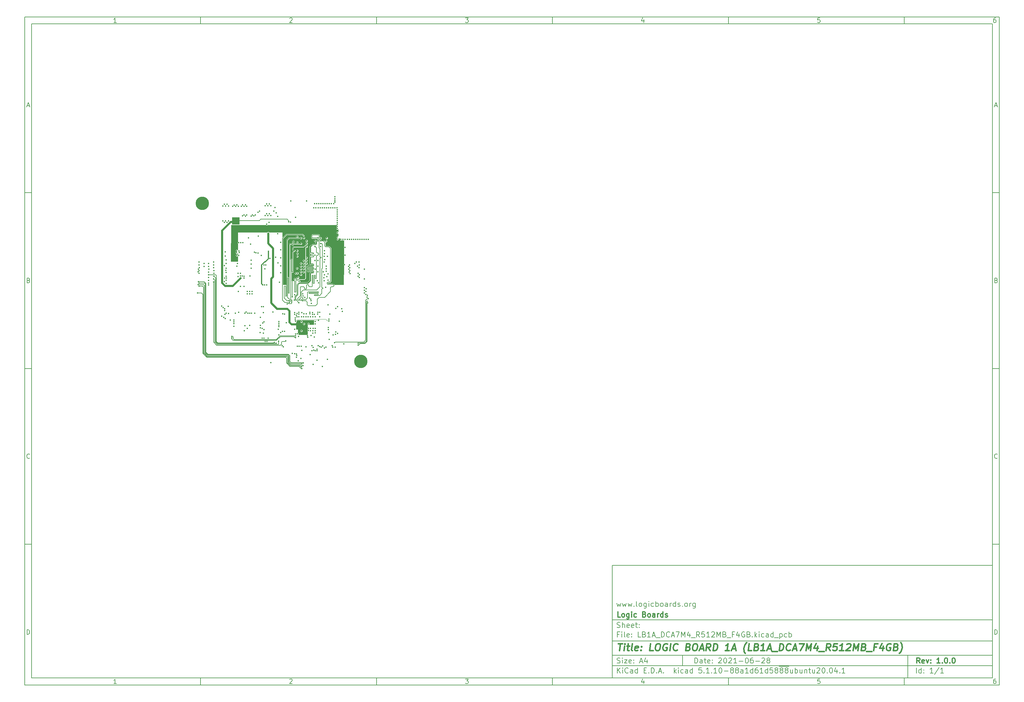
<source format=gbr>
%TF.GenerationSoftware,KiCad,Pcbnew,5.1.10-88a1d61d58~88~ubuntu20.04.1*%
%TF.CreationDate,2021-06-28T11:18:36+05:30*%
%TF.ProjectId,LB1A_DCA7M4_R512MB_F4GB,4c423141-5f44-4434-9137-4d345f523531,1.0.0*%
%TF.SameCoordinates,Original*%
%TF.FileFunction,Copper,L4,Inr*%
%TF.FilePolarity,Positive*%
%FSLAX46Y46*%
G04 Gerber Fmt 4.6, Leading zero omitted, Abs format (unit mm)*
G04 Created by KiCad (PCBNEW 5.1.10-88a1d61d58~88~ubuntu20.04.1) date 2021-06-28 11:18:36*
%MOMM*%
%LPD*%
G01*
G04 APERTURE LIST*
%ADD10C,0.100000*%
%ADD11C,0.150000*%
%ADD12C,0.300000*%
%ADD13C,0.400000*%
%TA.AperFunction,ComponentPad*%
%ADD14C,3.800000*%
%TD*%
%TA.AperFunction,ViaPad*%
%ADD15C,0.400050*%
%TD*%
%TA.AperFunction,Conductor*%
%ADD16C,0.120000*%
%TD*%
%TA.AperFunction,Conductor*%
%ADD17C,0.304800*%
%TD*%
%TA.AperFunction,Conductor*%
%ADD18C,0.609600*%
%TD*%
%TA.AperFunction,Conductor*%
%ADD19C,0.203200*%
%TD*%
%TA.AperFunction,Conductor*%
%ADD20C,0.127000*%
%TD*%
%TA.AperFunction,Conductor*%
%ADD21C,0.090000*%
%TD*%
%TA.AperFunction,Conductor*%
%ADD22C,0.101600*%
%TD*%
%TA.AperFunction,Conductor*%
%ADD23C,0.100000*%
%TD*%
G04 APERTURE END LIST*
D10*
D11*
X177002200Y-166007200D02*
X177002200Y-198007200D01*
X285002200Y-198007200D01*
X285002200Y-166007200D01*
X177002200Y-166007200D01*
D10*
D11*
X10000000Y-10000000D02*
X10000000Y-200007200D01*
X287002200Y-200007200D01*
X287002200Y-10000000D01*
X10000000Y-10000000D01*
D10*
D11*
X12000000Y-12000000D02*
X12000000Y-198007200D01*
X285002200Y-198007200D01*
X285002200Y-12000000D01*
X12000000Y-12000000D01*
D10*
D11*
X60000000Y-12000000D02*
X60000000Y-10000000D01*
D10*
D11*
X110000000Y-12000000D02*
X110000000Y-10000000D01*
D10*
D11*
X160000000Y-12000000D02*
X160000000Y-10000000D01*
D10*
D11*
X210000000Y-12000000D02*
X210000000Y-10000000D01*
D10*
D11*
X260000000Y-12000000D02*
X260000000Y-10000000D01*
D10*
D11*
X36065476Y-11588095D02*
X35322619Y-11588095D01*
X35694047Y-11588095D02*
X35694047Y-10288095D01*
X35570238Y-10473809D01*
X35446428Y-10597619D01*
X35322619Y-10659523D01*
D10*
D11*
X85322619Y-10411904D02*
X85384523Y-10350000D01*
X85508333Y-10288095D01*
X85817857Y-10288095D01*
X85941666Y-10350000D01*
X86003571Y-10411904D01*
X86065476Y-10535714D01*
X86065476Y-10659523D01*
X86003571Y-10845238D01*
X85260714Y-11588095D01*
X86065476Y-11588095D01*
D10*
D11*
X135260714Y-10288095D02*
X136065476Y-10288095D01*
X135632142Y-10783333D01*
X135817857Y-10783333D01*
X135941666Y-10845238D01*
X136003571Y-10907142D01*
X136065476Y-11030952D01*
X136065476Y-11340476D01*
X136003571Y-11464285D01*
X135941666Y-11526190D01*
X135817857Y-11588095D01*
X135446428Y-11588095D01*
X135322619Y-11526190D01*
X135260714Y-11464285D01*
D10*
D11*
X185941666Y-10721428D02*
X185941666Y-11588095D01*
X185632142Y-10226190D02*
X185322619Y-11154761D01*
X186127380Y-11154761D01*
D10*
D11*
X236003571Y-10288095D02*
X235384523Y-10288095D01*
X235322619Y-10907142D01*
X235384523Y-10845238D01*
X235508333Y-10783333D01*
X235817857Y-10783333D01*
X235941666Y-10845238D01*
X236003571Y-10907142D01*
X236065476Y-11030952D01*
X236065476Y-11340476D01*
X236003571Y-11464285D01*
X235941666Y-11526190D01*
X235817857Y-11588095D01*
X235508333Y-11588095D01*
X235384523Y-11526190D01*
X235322619Y-11464285D01*
D10*
D11*
X285941666Y-10288095D02*
X285694047Y-10288095D01*
X285570238Y-10350000D01*
X285508333Y-10411904D01*
X285384523Y-10597619D01*
X285322619Y-10845238D01*
X285322619Y-11340476D01*
X285384523Y-11464285D01*
X285446428Y-11526190D01*
X285570238Y-11588095D01*
X285817857Y-11588095D01*
X285941666Y-11526190D01*
X286003571Y-11464285D01*
X286065476Y-11340476D01*
X286065476Y-11030952D01*
X286003571Y-10907142D01*
X285941666Y-10845238D01*
X285817857Y-10783333D01*
X285570238Y-10783333D01*
X285446428Y-10845238D01*
X285384523Y-10907142D01*
X285322619Y-11030952D01*
D10*
D11*
X60000000Y-198007200D02*
X60000000Y-200007200D01*
D10*
D11*
X110000000Y-198007200D02*
X110000000Y-200007200D01*
D10*
D11*
X160000000Y-198007200D02*
X160000000Y-200007200D01*
D10*
D11*
X210000000Y-198007200D02*
X210000000Y-200007200D01*
D10*
D11*
X260000000Y-198007200D02*
X260000000Y-200007200D01*
D10*
D11*
X36065476Y-199595295D02*
X35322619Y-199595295D01*
X35694047Y-199595295D02*
X35694047Y-198295295D01*
X35570238Y-198481009D01*
X35446428Y-198604819D01*
X35322619Y-198666723D01*
D10*
D11*
X85322619Y-198419104D02*
X85384523Y-198357200D01*
X85508333Y-198295295D01*
X85817857Y-198295295D01*
X85941666Y-198357200D01*
X86003571Y-198419104D01*
X86065476Y-198542914D01*
X86065476Y-198666723D01*
X86003571Y-198852438D01*
X85260714Y-199595295D01*
X86065476Y-199595295D01*
D10*
D11*
X135260714Y-198295295D02*
X136065476Y-198295295D01*
X135632142Y-198790533D01*
X135817857Y-198790533D01*
X135941666Y-198852438D01*
X136003571Y-198914342D01*
X136065476Y-199038152D01*
X136065476Y-199347676D01*
X136003571Y-199471485D01*
X135941666Y-199533390D01*
X135817857Y-199595295D01*
X135446428Y-199595295D01*
X135322619Y-199533390D01*
X135260714Y-199471485D01*
D10*
D11*
X185941666Y-198728628D02*
X185941666Y-199595295D01*
X185632142Y-198233390D02*
X185322619Y-199161961D01*
X186127380Y-199161961D01*
D10*
D11*
X236003571Y-198295295D02*
X235384523Y-198295295D01*
X235322619Y-198914342D01*
X235384523Y-198852438D01*
X235508333Y-198790533D01*
X235817857Y-198790533D01*
X235941666Y-198852438D01*
X236003571Y-198914342D01*
X236065476Y-199038152D01*
X236065476Y-199347676D01*
X236003571Y-199471485D01*
X235941666Y-199533390D01*
X235817857Y-199595295D01*
X235508333Y-199595295D01*
X235384523Y-199533390D01*
X235322619Y-199471485D01*
D10*
D11*
X285941666Y-198295295D02*
X285694047Y-198295295D01*
X285570238Y-198357200D01*
X285508333Y-198419104D01*
X285384523Y-198604819D01*
X285322619Y-198852438D01*
X285322619Y-199347676D01*
X285384523Y-199471485D01*
X285446428Y-199533390D01*
X285570238Y-199595295D01*
X285817857Y-199595295D01*
X285941666Y-199533390D01*
X286003571Y-199471485D01*
X286065476Y-199347676D01*
X286065476Y-199038152D01*
X286003571Y-198914342D01*
X285941666Y-198852438D01*
X285817857Y-198790533D01*
X285570238Y-198790533D01*
X285446428Y-198852438D01*
X285384523Y-198914342D01*
X285322619Y-199038152D01*
D10*
D11*
X10000000Y-60000000D02*
X12000000Y-60000000D01*
D10*
D11*
X10000000Y-110000000D02*
X12000000Y-110000000D01*
D10*
D11*
X10000000Y-160000000D02*
X12000000Y-160000000D01*
D10*
D11*
X10690476Y-35216666D02*
X11309523Y-35216666D01*
X10566666Y-35588095D02*
X11000000Y-34288095D01*
X11433333Y-35588095D01*
D10*
D11*
X11092857Y-84907142D02*
X11278571Y-84969047D01*
X11340476Y-85030952D01*
X11402380Y-85154761D01*
X11402380Y-85340476D01*
X11340476Y-85464285D01*
X11278571Y-85526190D01*
X11154761Y-85588095D01*
X10659523Y-85588095D01*
X10659523Y-84288095D01*
X11092857Y-84288095D01*
X11216666Y-84350000D01*
X11278571Y-84411904D01*
X11340476Y-84535714D01*
X11340476Y-84659523D01*
X11278571Y-84783333D01*
X11216666Y-84845238D01*
X11092857Y-84907142D01*
X10659523Y-84907142D01*
D10*
D11*
X11402380Y-135464285D02*
X11340476Y-135526190D01*
X11154761Y-135588095D01*
X11030952Y-135588095D01*
X10845238Y-135526190D01*
X10721428Y-135402380D01*
X10659523Y-135278571D01*
X10597619Y-135030952D01*
X10597619Y-134845238D01*
X10659523Y-134597619D01*
X10721428Y-134473809D01*
X10845238Y-134350000D01*
X11030952Y-134288095D01*
X11154761Y-134288095D01*
X11340476Y-134350000D01*
X11402380Y-134411904D01*
D10*
D11*
X10659523Y-185588095D02*
X10659523Y-184288095D01*
X10969047Y-184288095D01*
X11154761Y-184350000D01*
X11278571Y-184473809D01*
X11340476Y-184597619D01*
X11402380Y-184845238D01*
X11402380Y-185030952D01*
X11340476Y-185278571D01*
X11278571Y-185402380D01*
X11154761Y-185526190D01*
X10969047Y-185588095D01*
X10659523Y-185588095D01*
D10*
D11*
X287002200Y-60000000D02*
X285002200Y-60000000D01*
D10*
D11*
X287002200Y-110000000D02*
X285002200Y-110000000D01*
D10*
D11*
X287002200Y-160000000D02*
X285002200Y-160000000D01*
D10*
D11*
X285692676Y-35216666D02*
X286311723Y-35216666D01*
X285568866Y-35588095D02*
X286002200Y-34288095D01*
X286435533Y-35588095D01*
D10*
D11*
X286095057Y-84907142D02*
X286280771Y-84969047D01*
X286342676Y-85030952D01*
X286404580Y-85154761D01*
X286404580Y-85340476D01*
X286342676Y-85464285D01*
X286280771Y-85526190D01*
X286156961Y-85588095D01*
X285661723Y-85588095D01*
X285661723Y-84288095D01*
X286095057Y-84288095D01*
X286218866Y-84350000D01*
X286280771Y-84411904D01*
X286342676Y-84535714D01*
X286342676Y-84659523D01*
X286280771Y-84783333D01*
X286218866Y-84845238D01*
X286095057Y-84907142D01*
X285661723Y-84907142D01*
D10*
D11*
X286404580Y-135464285D02*
X286342676Y-135526190D01*
X286156961Y-135588095D01*
X286033152Y-135588095D01*
X285847438Y-135526190D01*
X285723628Y-135402380D01*
X285661723Y-135278571D01*
X285599819Y-135030952D01*
X285599819Y-134845238D01*
X285661723Y-134597619D01*
X285723628Y-134473809D01*
X285847438Y-134350000D01*
X286033152Y-134288095D01*
X286156961Y-134288095D01*
X286342676Y-134350000D01*
X286404580Y-134411904D01*
D10*
D11*
X285661723Y-185588095D02*
X285661723Y-184288095D01*
X285971247Y-184288095D01*
X286156961Y-184350000D01*
X286280771Y-184473809D01*
X286342676Y-184597619D01*
X286404580Y-184845238D01*
X286404580Y-185030952D01*
X286342676Y-185278571D01*
X286280771Y-185402380D01*
X286156961Y-185526190D01*
X285971247Y-185588095D01*
X285661723Y-185588095D01*
D10*
D11*
X200434342Y-193785771D02*
X200434342Y-192285771D01*
X200791485Y-192285771D01*
X201005771Y-192357200D01*
X201148628Y-192500057D01*
X201220057Y-192642914D01*
X201291485Y-192928628D01*
X201291485Y-193142914D01*
X201220057Y-193428628D01*
X201148628Y-193571485D01*
X201005771Y-193714342D01*
X200791485Y-193785771D01*
X200434342Y-193785771D01*
X202577200Y-193785771D02*
X202577200Y-193000057D01*
X202505771Y-192857200D01*
X202362914Y-192785771D01*
X202077200Y-192785771D01*
X201934342Y-192857200D01*
X202577200Y-193714342D02*
X202434342Y-193785771D01*
X202077200Y-193785771D01*
X201934342Y-193714342D01*
X201862914Y-193571485D01*
X201862914Y-193428628D01*
X201934342Y-193285771D01*
X202077200Y-193214342D01*
X202434342Y-193214342D01*
X202577200Y-193142914D01*
X203077200Y-192785771D02*
X203648628Y-192785771D01*
X203291485Y-192285771D02*
X203291485Y-193571485D01*
X203362914Y-193714342D01*
X203505771Y-193785771D01*
X203648628Y-193785771D01*
X204720057Y-193714342D02*
X204577200Y-193785771D01*
X204291485Y-193785771D01*
X204148628Y-193714342D01*
X204077200Y-193571485D01*
X204077200Y-193000057D01*
X204148628Y-192857200D01*
X204291485Y-192785771D01*
X204577200Y-192785771D01*
X204720057Y-192857200D01*
X204791485Y-193000057D01*
X204791485Y-193142914D01*
X204077200Y-193285771D01*
X205434342Y-193642914D02*
X205505771Y-193714342D01*
X205434342Y-193785771D01*
X205362914Y-193714342D01*
X205434342Y-193642914D01*
X205434342Y-193785771D01*
X205434342Y-192857200D02*
X205505771Y-192928628D01*
X205434342Y-193000057D01*
X205362914Y-192928628D01*
X205434342Y-192857200D01*
X205434342Y-193000057D01*
X207220057Y-192428628D02*
X207291485Y-192357200D01*
X207434342Y-192285771D01*
X207791485Y-192285771D01*
X207934342Y-192357200D01*
X208005771Y-192428628D01*
X208077200Y-192571485D01*
X208077200Y-192714342D01*
X208005771Y-192928628D01*
X207148628Y-193785771D01*
X208077200Y-193785771D01*
X209005771Y-192285771D02*
X209148628Y-192285771D01*
X209291485Y-192357200D01*
X209362914Y-192428628D01*
X209434342Y-192571485D01*
X209505771Y-192857200D01*
X209505771Y-193214342D01*
X209434342Y-193500057D01*
X209362914Y-193642914D01*
X209291485Y-193714342D01*
X209148628Y-193785771D01*
X209005771Y-193785771D01*
X208862914Y-193714342D01*
X208791485Y-193642914D01*
X208720057Y-193500057D01*
X208648628Y-193214342D01*
X208648628Y-192857200D01*
X208720057Y-192571485D01*
X208791485Y-192428628D01*
X208862914Y-192357200D01*
X209005771Y-192285771D01*
X210077200Y-192428628D02*
X210148628Y-192357200D01*
X210291485Y-192285771D01*
X210648628Y-192285771D01*
X210791485Y-192357200D01*
X210862914Y-192428628D01*
X210934342Y-192571485D01*
X210934342Y-192714342D01*
X210862914Y-192928628D01*
X210005771Y-193785771D01*
X210934342Y-193785771D01*
X212362914Y-193785771D02*
X211505771Y-193785771D01*
X211934342Y-193785771D02*
X211934342Y-192285771D01*
X211791485Y-192500057D01*
X211648628Y-192642914D01*
X211505771Y-192714342D01*
X213005771Y-193214342D02*
X214148628Y-193214342D01*
X215148628Y-192285771D02*
X215291485Y-192285771D01*
X215434342Y-192357200D01*
X215505771Y-192428628D01*
X215577200Y-192571485D01*
X215648628Y-192857200D01*
X215648628Y-193214342D01*
X215577200Y-193500057D01*
X215505771Y-193642914D01*
X215434342Y-193714342D01*
X215291485Y-193785771D01*
X215148628Y-193785771D01*
X215005771Y-193714342D01*
X214934342Y-193642914D01*
X214862914Y-193500057D01*
X214791485Y-193214342D01*
X214791485Y-192857200D01*
X214862914Y-192571485D01*
X214934342Y-192428628D01*
X215005771Y-192357200D01*
X215148628Y-192285771D01*
X216934342Y-192285771D02*
X216648628Y-192285771D01*
X216505771Y-192357200D01*
X216434342Y-192428628D01*
X216291485Y-192642914D01*
X216220057Y-192928628D01*
X216220057Y-193500057D01*
X216291485Y-193642914D01*
X216362914Y-193714342D01*
X216505771Y-193785771D01*
X216791485Y-193785771D01*
X216934342Y-193714342D01*
X217005771Y-193642914D01*
X217077200Y-193500057D01*
X217077200Y-193142914D01*
X217005771Y-193000057D01*
X216934342Y-192928628D01*
X216791485Y-192857200D01*
X216505771Y-192857200D01*
X216362914Y-192928628D01*
X216291485Y-193000057D01*
X216220057Y-193142914D01*
X217720057Y-193214342D02*
X218862914Y-193214342D01*
X219505771Y-192428628D02*
X219577200Y-192357200D01*
X219720057Y-192285771D01*
X220077200Y-192285771D01*
X220220057Y-192357200D01*
X220291485Y-192428628D01*
X220362914Y-192571485D01*
X220362914Y-192714342D01*
X220291485Y-192928628D01*
X219434342Y-193785771D01*
X220362914Y-193785771D01*
X221220057Y-192928628D02*
X221077200Y-192857200D01*
X221005771Y-192785771D01*
X220934342Y-192642914D01*
X220934342Y-192571485D01*
X221005771Y-192428628D01*
X221077200Y-192357200D01*
X221220057Y-192285771D01*
X221505771Y-192285771D01*
X221648628Y-192357200D01*
X221720057Y-192428628D01*
X221791485Y-192571485D01*
X221791485Y-192642914D01*
X221720057Y-192785771D01*
X221648628Y-192857200D01*
X221505771Y-192928628D01*
X221220057Y-192928628D01*
X221077200Y-193000057D01*
X221005771Y-193071485D01*
X220934342Y-193214342D01*
X220934342Y-193500057D01*
X221005771Y-193642914D01*
X221077200Y-193714342D01*
X221220057Y-193785771D01*
X221505771Y-193785771D01*
X221648628Y-193714342D01*
X221720057Y-193642914D01*
X221791485Y-193500057D01*
X221791485Y-193214342D01*
X221720057Y-193071485D01*
X221648628Y-193000057D01*
X221505771Y-192928628D01*
D10*
D11*
X177002200Y-194507200D02*
X285002200Y-194507200D01*
D10*
D11*
X178434342Y-196585771D02*
X178434342Y-195085771D01*
X179291485Y-196585771D02*
X178648628Y-195728628D01*
X179291485Y-195085771D02*
X178434342Y-195942914D01*
X179934342Y-196585771D02*
X179934342Y-195585771D01*
X179934342Y-195085771D02*
X179862914Y-195157200D01*
X179934342Y-195228628D01*
X180005771Y-195157200D01*
X179934342Y-195085771D01*
X179934342Y-195228628D01*
X181505771Y-196442914D02*
X181434342Y-196514342D01*
X181220057Y-196585771D01*
X181077200Y-196585771D01*
X180862914Y-196514342D01*
X180720057Y-196371485D01*
X180648628Y-196228628D01*
X180577200Y-195942914D01*
X180577200Y-195728628D01*
X180648628Y-195442914D01*
X180720057Y-195300057D01*
X180862914Y-195157200D01*
X181077200Y-195085771D01*
X181220057Y-195085771D01*
X181434342Y-195157200D01*
X181505771Y-195228628D01*
X182791485Y-196585771D02*
X182791485Y-195800057D01*
X182720057Y-195657200D01*
X182577200Y-195585771D01*
X182291485Y-195585771D01*
X182148628Y-195657200D01*
X182791485Y-196514342D02*
X182648628Y-196585771D01*
X182291485Y-196585771D01*
X182148628Y-196514342D01*
X182077200Y-196371485D01*
X182077200Y-196228628D01*
X182148628Y-196085771D01*
X182291485Y-196014342D01*
X182648628Y-196014342D01*
X182791485Y-195942914D01*
X184148628Y-196585771D02*
X184148628Y-195085771D01*
X184148628Y-196514342D02*
X184005771Y-196585771D01*
X183720057Y-196585771D01*
X183577200Y-196514342D01*
X183505771Y-196442914D01*
X183434342Y-196300057D01*
X183434342Y-195871485D01*
X183505771Y-195728628D01*
X183577200Y-195657200D01*
X183720057Y-195585771D01*
X184005771Y-195585771D01*
X184148628Y-195657200D01*
X186005771Y-195800057D02*
X186505771Y-195800057D01*
X186720057Y-196585771D02*
X186005771Y-196585771D01*
X186005771Y-195085771D01*
X186720057Y-195085771D01*
X187362914Y-196442914D02*
X187434342Y-196514342D01*
X187362914Y-196585771D01*
X187291485Y-196514342D01*
X187362914Y-196442914D01*
X187362914Y-196585771D01*
X188077200Y-196585771D02*
X188077200Y-195085771D01*
X188434342Y-195085771D01*
X188648628Y-195157200D01*
X188791485Y-195300057D01*
X188862914Y-195442914D01*
X188934342Y-195728628D01*
X188934342Y-195942914D01*
X188862914Y-196228628D01*
X188791485Y-196371485D01*
X188648628Y-196514342D01*
X188434342Y-196585771D01*
X188077200Y-196585771D01*
X189577200Y-196442914D02*
X189648628Y-196514342D01*
X189577200Y-196585771D01*
X189505771Y-196514342D01*
X189577200Y-196442914D01*
X189577200Y-196585771D01*
X190220057Y-196157200D02*
X190934342Y-196157200D01*
X190077200Y-196585771D02*
X190577200Y-195085771D01*
X191077200Y-196585771D01*
X191577200Y-196442914D02*
X191648628Y-196514342D01*
X191577200Y-196585771D01*
X191505771Y-196514342D01*
X191577200Y-196442914D01*
X191577200Y-196585771D01*
X194577200Y-196585771D02*
X194577200Y-195085771D01*
X194720057Y-196014342D02*
X195148628Y-196585771D01*
X195148628Y-195585771D02*
X194577200Y-196157200D01*
X195791485Y-196585771D02*
X195791485Y-195585771D01*
X195791485Y-195085771D02*
X195720057Y-195157200D01*
X195791485Y-195228628D01*
X195862914Y-195157200D01*
X195791485Y-195085771D01*
X195791485Y-195228628D01*
X197148628Y-196514342D02*
X197005771Y-196585771D01*
X196720057Y-196585771D01*
X196577200Y-196514342D01*
X196505771Y-196442914D01*
X196434342Y-196300057D01*
X196434342Y-195871485D01*
X196505771Y-195728628D01*
X196577200Y-195657200D01*
X196720057Y-195585771D01*
X197005771Y-195585771D01*
X197148628Y-195657200D01*
X198434342Y-196585771D02*
X198434342Y-195800057D01*
X198362914Y-195657200D01*
X198220057Y-195585771D01*
X197934342Y-195585771D01*
X197791485Y-195657200D01*
X198434342Y-196514342D02*
X198291485Y-196585771D01*
X197934342Y-196585771D01*
X197791485Y-196514342D01*
X197720057Y-196371485D01*
X197720057Y-196228628D01*
X197791485Y-196085771D01*
X197934342Y-196014342D01*
X198291485Y-196014342D01*
X198434342Y-195942914D01*
X199791485Y-196585771D02*
X199791485Y-195085771D01*
X199791485Y-196514342D02*
X199648628Y-196585771D01*
X199362914Y-196585771D01*
X199220057Y-196514342D01*
X199148628Y-196442914D01*
X199077200Y-196300057D01*
X199077200Y-195871485D01*
X199148628Y-195728628D01*
X199220057Y-195657200D01*
X199362914Y-195585771D01*
X199648628Y-195585771D01*
X199791485Y-195657200D01*
X202362914Y-195085771D02*
X201648628Y-195085771D01*
X201577200Y-195800057D01*
X201648628Y-195728628D01*
X201791485Y-195657200D01*
X202148628Y-195657200D01*
X202291485Y-195728628D01*
X202362914Y-195800057D01*
X202434342Y-195942914D01*
X202434342Y-196300057D01*
X202362914Y-196442914D01*
X202291485Y-196514342D01*
X202148628Y-196585771D01*
X201791485Y-196585771D01*
X201648628Y-196514342D01*
X201577200Y-196442914D01*
X203077200Y-196442914D02*
X203148628Y-196514342D01*
X203077200Y-196585771D01*
X203005771Y-196514342D01*
X203077200Y-196442914D01*
X203077200Y-196585771D01*
X204577200Y-196585771D02*
X203720057Y-196585771D01*
X204148628Y-196585771D02*
X204148628Y-195085771D01*
X204005771Y-195300057D01*
X203862914Y-195442914D01*
X203720057Y-195514342D01*
X205220057Y-196442914D02*
X205291485Y-196514342D01*
X205220057Y-196585771D01*
X205148628Y-196514342D01*
X205220057Y-196442914D01*
X205220057Y-196585771D01*
X206720057Y-196585771D02*
X205862914Y-196585771D01*
X206291485Y-196585771D02*
X206291485Y-195085771D01*
X206148628Y-195300057D01*
X206005771Y-195442914D01*
X205862914Y-195514342D01*
X207648628Y-195085771D02*
X207791485Y-195085771D01*
X207934342Y-195157200D01*
X208005771Y-195228628D01*
X208077200Y-195371485D01*
X208148628Y-195657200D01*
X208148628Y-196014342D01*
X208077200Y-196300057D01*
X208005771Y-196442914D01*
X207934342Y-196514342D01*
X207791485Y-196585771D01*
X207648628Y-196585771D01*
X207505771Y-196514342D01*
X207434342Y-196442914D01*
X207362914Y-196300057D01*
X207291485Y-196014342D01*
X207291485Y-195657200D01*
X207362914Y-195371485D01*
X207434342Y-195228628D01*
X207505771Y-195157200D01*
X207648628Y-195085771D01*
X208791485Y-196014342D02*
X209934342Y-196014342D01*
X210862914Y-195728628D02*
X210720057Y-195657200D01*
X210648628Y-195585771D01*
X210577200Y-195442914D01*
X210577200Y-195371485D01*
X210648628Y-195228628D01*
X210720057Y-195157200D01*
X210862914Y-195085771D01*
X211148628Y-195085771D01*
X211291485Y-195157200D01*
X211362914Y-195228628D01*
X211434342Y-195371485D01*
X211434342Y-195442914D01*
X211362914Y-195585771D01*
X211291485Y-195657200D01*
X211148628Y-195728628D01*
X210862914Y-195728628D01*
X210720057Y-195800057D01*
X210648628Y-195871485D01*
X210577200Y-196014342D01*
X210577200Y-196300057D01*
X210648628Y-196442914D01*
X210720057Y-196514342D01*
X210862914Y-196585771D01*
X211148628Y-196585771D01*
X211291485Y-196514342D01*
X211362914Y-196442914D01*
X211434342Y-196300057D01*
X211434342Y-196014342D01*
X211362914Y-195871485D01*
X211291485Y-195800057D01*
X211148628Y-195728628D01*
X212291485Y-195728628D02*
X212148628Y-195657200D01*
X212077200Y-195585771D01*
X212005771Y-195442914D01*
X212005771Y-195371485D01*
X212077200Y-195228628D01*
X212148628Y-195157200D01*
X212291485Y-195085771D01*
X212577200Y-195085771D01*
X212720057Y-195157200D01*
X212791485Y-195228628D01*
X212862914Y-195371485D01*
X212862914Y-195442914D01*
X212791485Y-195585771D01*
X212720057Y-195657200D01*
X212577200Y-195728628D01*
X212291485Y-195728628D01*
X212148628Y-195800057D01*
X212077200Y-195871485D01*
X212005771Y-196014342D01*
X212005771Y-196300057D01*
X212077200Y-196442914D01*
X212148628Y-196514342D01*
X212291485Y-196585771D01*
X212577200Y-196585771D01*
X212720057Y-196514342D01*
X212791485Y-196442914D01*
X212862914Y-196300057D01*
X212862914Y-196014342D01*
X212791485Y-195871485D01*
X212720057Y-195800057D01*
X212577200Y-195728628D01*
X214148628Y-196585771D02*
X214148628Y-195800057D01*
X214077200Y-195657200D01*
X213934342Y-195585771D01*
X213648628Y-195585771D01*
X213505771Y-195657200D01*
X214148628Y-196514342D02*
X214005771Y-196585771D01*
X213648628Y-196585771D01*
X213505771Y-196514342D01*
X213434342Y-196371485D01*
X213434342Y-196228628D01*
X213505771Y-196085771D01*
X213648628Y-196014342D01*
X214005771Y-196014342D01*
X214148628Y-195942914D01*
X215648628Y-196585771D02*
X214791485Y-196585771D01*
X215220057Y-196585771D02*
X215220057Y-195085771D01*
X215077200Y-195300057D01*
X214934342Y-195442914D01*
X214791485Y-195514342D01*
X216934342Y-196585771D02*
X216934342Y-195085771D01*
X216934342Y-196514342D02*
X216791485Y-196585771D01*
X216505771Y-196585771D01*
X216362914Y-196514342D01*
X216291485Y-196442914D01*
X216220057Y-196300057D01*
X216220057Y-195871485D01*
X216291485Y-195728628D01*
X216362914Y-195657200D01*
X216505771Y-195585771D01*
X216791485Y-195585771D01*
X216934342Y-195657200D01*
X218291485Y-195085771D02*
X218005771Y-195085771D01*
X217862914Y-195157200D01*
X217791485Y-195228628D01*
X217648628Y-195442914D01*
X217577200Y-195728628D01*
X217577200Y-196300057D01*
X217648628Y-196442914D01*
X217720057Y-196514342D01*
X217862914Y-196585771D01*
X218148628Y-196585771D01*
X218291485Y-196514342D01*
X218362914Y-196442914D01*
X218434342Y-196300057D01*
X218434342Y-195942914D01*
X218362914Y-195800057D01*
X218291485Y-195728628D01*
X218148628Y-195657200D01*
X217862914Y-195657200D01*
X217720057Y-195728628D01*
X217648628Y-195800057D01*
X217577200Y-195942914D01*
X219862914Y-196585771D02*
X219005771Y-196585771D01*
X219434342Y-196585771D02*
X219434342Y-195085771D01*
X219291485Y-195300057D01*
X219148628Y-195442914D01*
X219005771Y-195514342D01*
X221148628Y-196585771D02*
X221148628Y-195085771D01*
X221148628Y-196514342D02*
X221005771Y-196585771D01*
X220720057Y-196585771D01*
X220577200Y-196514342D01*
X220505771Y-196442914D01*
X220434342Y-196300057D01*
X220434342Y-195871485D01*
X220505771Y-195728628D01*
X220577200Y-195657200D01*
X220720057Y-195585771D01*
X221005771Y-195585771D01*
X221148628Y-195657200D01*
X222577200Y-195085771D02*
X221862914Y-195085771D01*
X221791485Y-195800057D01*
X221862914Y-195728628D01*
X222005771Y-195657200D01*
X222362914Y-195657200D01*
X222505771Y-195728628D01*
X222577200Y-195800057D01*
X222648628Y-195942914D01*
X222648628Y-196300057D01*
X222577200Y-196442914D01*
X222505771Y-196514342D01*
X222362914Y-196585771D01*
X222005771Y-196585771D01*
X221862914Y-196514342D01*
X221791485Y-196442914D01*
X223505771Y-195728628D02*
X223362914Y-195657200D01*
X223291485Y-195585771D01*
X223220057Y-195442914D01*
X223220057Y-195371485D01*
X223291485Y-195228628D01*
X223362914Y-195157200D01*
X223505771Y-195085771D01*
X223791485Y-195085771D01*
X223934342Y-195157200D01*
X224005771Y-195228628D01*
X224077200Y-195371485D01*
X224077200Y-195442914D01*
X224005771Y-195585771D01*
X223934342Y-195657200D01*
X223791485Y-195728628D01*
X223505771Y-195728628D01*
X223362914Y-195800057D01*
X223291485Y-195871485D01*
X223220057Y-196014342D01*
X223220057Y-196300057D01*
X223291485Y-196442914D01*
X223362914Y-196514342D01*
X223505771Y-196585771D01*
X223791485Y-196585771D01*
X223934342Y-196514342D01*
X224005771Y-196442914D01*
X224077200Y-196300057D01*
X224077200Y-196014342D01*
X224005771Y-195871485D01*
X223934342Y-195800057D01*
X223791485Y-195728628D01*
X224362914Y-194677200D02*
X225791485Y-194677200D01*
X224934342Y-195728628D02*
X224791485Y-195657200D01*
X224720057Y-195585771D01*
X224648628Y-195442914D01*
X224648628Y-195371485D01*
X224720057Y-195228628D01*
X224791485Y-195157200D01*
X224934342Y-195085771D01*
X225220057Y-195085771D01*
X225362914Y-195157200D01*
X225434342Y-195228628D01*
X225505771Y-195371485D01*
X225505771Y-195442914D01*
X225434342Y-195585771D01*
X225362914Y-195657200D01*
X225220057Y-195728628D01*
X224934342Y-195728628D01*
X224791485Y-195800057D01*
X224720057Y-195871485D01*
X224648628Y-196014342D01*
X224648628Y-196300057D01*
X224720057Y-196442914D01*
X224791485Y-196514342D01*
X224934342Y-196585771D01*
X225220057Y-196585771D01*
X225362914Y-196514342D01*
X225434342Y-196442914D01*
X225505771Y-196300057D01*
X225505771Y-196014342D01*
X225434342Y-195871485D01*
X225362914Y-195800057D01*
X225220057Y-195728628D01*
X225791485Y-194677200D02*
X227220057Y-194677200D01*
X226362914Y-195728628D02*
X226220057Y-195657200D01*
X226148628Y-195585771D01*
X226077199Y-195442914D01*
X226077199Y-195371485D01*
X226148628Y-195228628D01*
X226220057Y-195157200D01*
X226362914Y-195085771D01*
X226648628Y-195085771D01*
X226791485Y-195157200D01*
X226862914Y-195228628D01*
X226934342Y-195371485D01*
X226934342Y-195442914D01*
X226862914Y-195585771D01*
X226791485Y-195657200D01*
X226648628Y-195728628D01*
X226362914Y-195728628D01*
X226220057Y-195800057D01*
X226148628Y-195871485D01*
X226077199Y-196014342D01*
X226077199Y-196300057D01*
X226148628Y-196442914D01*
X226220057Y-196514342D01*
X226362914Y-196585771D01*
X226648628Y-196585771D01*
X226791485Y-196514342D01*
X226862914Y-196442914D01*
X226934342Y-196300057D01*
X226934342Y-196014342D01*
X226862914Y-195871485D01*
X226791485Y-195800057D01*
X226648628Y-195728628D01*
X228220057Y-195585771D02*
X228220057Y-196585771D01*
X227577199Y-195585771D02*
X227577199Y-196371485D01*
X227648628Y-196514342D01*
X227791485Y-196585771D01*
X228005771Y-196585771D01*
X228148628Y-196514342D01*
X228220057Y-196442914D01*
X228934342Y-196585771D02*
X228934342Y-195085771D01*
X228934342Y-195657200D02*
X229077199Y-195585771D01*
X229362914Y-195585771D01*
X229505771Y-195657200D01*
X229577199Y-195728628D01*
X229648628Y-195871485D01*
X229648628Y-196300057D01*
X229577199Y-196442914D01*
X229505771Y-196514342D01*
X229362914Y-196585771D01*
X229077199Y-196585771D01*
X228934342Y-196514342D01*
X230934342Y-195585771D02*
X230934342Y-196585771D01*
X230291485Y-195585771D02*
X230291485Y-196371485D01*
X230362914Y-196514342D01*
X230505771Y-196585771D01*
X230720057Y-196585771D01*
X230862914Y-196514342D01*
X230934342Y-196442914D01*
X231648628Y-195585771D02*
X231648628Y-196585771D01*
X231648628Y-195728628D02*
X231720057Y-195657200D01*
X231862914Y-195585771D01*
X232077199Y-195585771D01*
X232220057Y-195657200D01*
X232291485Y-195800057D01*
X232291485Y-196585771D01*
X232791485Y-195585771D02*
X233362914Y-195585771D01*
X233005771Y-195085771D02*
X233005771Y-196371485D01*
X233077199Y-196514342D01*
X233220057Y-196585771D01*
X233362914Y-196585771D01*
X234505771Y-195585771D02*
X234505771Y-196585771D01*
X233862914Y-195585771D02*
X233862914Y-196371485D01*
X233934342Y-196514342D01*
X234077200Y-196585771D01*
X234291485Y-196585771D01*
X234434342Y-196514342D01*
X234505771Y-196442914D01*
X235148628Y-195228628D02*
X235220057Y-195157200D01*
X235362914Y-195085771D01*
X235720057Y-195085771D01*
X235862914Y-195157200D01*
X235934342Y-195228628D01*
X236005771Y-195371485D01*
X236005771Y-195514342D01*
X235934342Y-195728628D01*
X235077200Y-196585771D01*
X236005771Y-196585771D01*
X236934342Y-195085771D02*
X237077199Y-195085771D01*
X237220057Y-195157200D01*
X237291485Y-195228628D01*
X237362914Y-195371485D01*
X237434342Y-195657200D01*
X237434342Y-196014342D01*
X237362914Y-196300057D01*
X237291485Y-196442914D01*
X237220057Y-196514342D01*
X237077199Y-196585771D01*
X236934342Y-196585771D01*
X236791485Y-196514342D01*
X236720057Y-196442914D01*
X236648628Y-196300057D01*
X236577199Y-196014342D01*
X236577199Y-195657200D01*
X236648628Y-195371485D01*
X236720057Y-195228628D01*
X236791485Y-195157200D01*
X236934342Y-195085771D01*
X238077199Y-196442914D02*
X238148628Y-196514342D01*
X238077199Y-196585771D01*
X238005771Y-196514342D01*
X238077199Y-196442914D01*
X238077199Y-196585771D01*
X239077199Y-195085771D02*
X239220057Y-195085771D01*
X239362914Y-195157200D01*
X239434342Y-195228628D01*
X239505771Y-195371485D01*
X239577199Y-195657200D01*
X239577199Y-196014342D01*
X239505771Y-196300057D01*
X239434342Y-196442914D01*
X239362914Y-196514342D01*
X239220057Y-196585771D01*
X239077199Y-196585771D01*
X238934342Y-196514342D01*
X238862914Y-196442914D01*
X238791485Y-196300057D01*
X238720057Y-196014342D01*
X238720057Y-195657200D01*
X238791485Y-195371485D01*
X238862914Y-195228628D01*
X238934342Y-195157200D01*
X239077199Y-195085771D01*
X240862914Y-195585771D02*
X240862914Y-196585771D01*
X240505771Y-195014342D02*
X240148628Y-196085771D01*
X241077199Y-196085771D01*
X241648628Y-196442914D02*
X241720057Y-196514342D01*
X241648628Y-196585771D01*
X241577199Y-196514342D01*
X241648628Y-196442914D01*
X241648628Y-196585771D01*
X243148628Y-196585771D02*
X242291485Y-196585771D01*
X242720057Y-196585771D02*
X242720057Y-195085771D01*
X242577199Y-195300057D01*
X242434342Y-195442914D01*
X242291485Y-195514342D01*
D10*
D11*
X177002200Y-191507200D02*
X285002200Y-191507200D01*
D10*
D12*
X264411485Y-193785771D02*
X263911485Y-193071485D01*
X263554342Y-193785771D02*
X263554342Y-192285771D01*
X264125771Y-192285771D01*
X264268628Y-192357200D01*
X264340057Y-192428628D01*
X264411485Y-192571485D01*
X264411485Y-192785771D01*
X264340057Y-192928628D01*
X264268628Y-193000057D01*
X264125771Y-193071485D01*
X263554342Y-193071485D01*
X265625771Y-193714342D02*
X265482914Y-193785771D01*
X265197200Y-193785771D01*
X265054342Y-193714342D01*
X264982914Y-193571485D01*
X264982914Y-193000057D01*
X265054342Y-192857200D01*
X265197200Y-192785771D01*
X265482914Y-192785771D01*
X265625771Y-192857200D01*
X265697200Y-193000057D01*
X265697200Y-193142914D01*
X264982914Y-193285771D01*
X266197200Y-192785771D02*
X266554342Y-193785771D01*
X266911485Y-192785771D01*
X267482914Y-193642914D02*
X267554342Y-193714342D01*
X267482914Y-193785771D01*
X267411485Y-193714342D01*
X267482914Y-193642914D01*
X267482914Y-193785771D01*
X267482914Y-192857200D02*
X267554342Y-192928628D01*
X267482914Y-193000057D01*
X267411485Y-192928628D01*
X267482914Y-192857200D01*
X267482914Y-193000057D01*
X270125771Y-193785771D02*
X269268628Y-193785771D01*
X269697200Y-193785771D02*
X269697200Y-192285771D01*
X269554342Y-192500057D01*
X269411485Y-192642914D01*
X269268628Y-192714342D01*
X270768628Y-193642914D02*
X270840057Y-193714342D01*
X270768628Y-193785771D01*
X270697200Y-193714342D01*
X270768628Y-193642914D01*
X270768628Y-193785771D01*
X271768628Y-192285771D02*
X271911485Y-192285771D01*
X272054342Y-192357200D01*
X272125771Y-192428628D01*
X272197200Y-192571485D01*
X272268628Y-192857200D01*
X272268628Y-193214342D01*
X272197200Y-193500057D01*
X272125771Y-193642914D01*
X272054342Y-193714342D01*
X271911485Y-193785771D01*
X271768628Y-193785771D01*
X271625771Y-193714342D01*
X271554342Y-193642914D01*
X271482914Y-193500057D01*
X271411485Y-193214342D01*
X271411485Y-192857200D01*
X271482914Y-192571485D01*
X271554342Y-192428628D01*
X271625771Y-192357200D01*
X271768628Y-192285771D01*
X272911485Y-193642914D02*
X272982914Y-193714342D01*
X272911485Y-193785771D01*
X272840057Y-193714342D01*
X272911485Y-193642914D01*
X272911485Y-193785771D01*
X273911485Y-192285771D02*
X274054342Y-192285771D01*
X274197200Y-192357200D01*
X274268628Y-192428628D01*
X274340057Y-192571485D01*
X274411485Y-192857200D01*
X274411485Y-193214342D01*
X274340057Y-193500057D01*
X274268628Y-193642914D01*
X274197200Y-193714342D01*
X274054342Y-193785771D01*
X273911485Y-193785771D01*
X273768628Y-193714342D01*
X273697200Y-193642914D01*
X273625771Y-193500057D01*
X273554342Y-193214342D01*
X273554342Y-192857200D01*
X273625771Y-192571485D01*
X273697200Y-192428628D01*
X273768628Y-192357200D01*
X273911485Y-192285771D01*
D10*
D11*
X178362914Y-193714342D02*
X178577200Y-193785771D01*
X178934342Y-193785771D01*
X179077200Y-193714342D01*
X179148628Y-193642914D01*
X179220057Y-193500057D01*
X179220057Y-193357200D01*
X179148628Y-193214342D01*
X179077200Y-193142914D01*
X178934342Y-193071485D01*
X178648628Y-193000057D01*
X178505771Y-192928628D01*
X178434342Y-192857200D01*
X178362914Y-192714342D01*
X178362914Y-192571485D01*
X178434342Y-192428628D01*
X178505771Y-192357200D01*
X178648628Y-192285771D01*
X179005771Y-192285771D01*
X179220057Y-192357200D01*
X179862914Y-193785771D02*
X179862914Y-192785771D01*
X179862914Y-192285771D02*
X179791485Y-192357200D01*
X179862914Y-192428628D01*
X179934342Y-192357200D01*
X179862914Y-192285771D01*
X179862914Y-192428628D01*
X180434342Y-192785771D02*
X181220057Y-192785771D01*
X180434342Y-193785771D01*
X181220057Y-193785771D01*
X182362914Y-193714342D02*
X182220057Y-193785771D01*
X181934342Y-193785771D01*
X181791485Y-193714342D01*
X181720057Y-193571485D01*
X181720057Y-193000057D01*
X181791485Y-192857200D01*
X181934342Y-192785771D01*
X182220057Y-192785771D01*
X182362914Y-192857200D01*
X182434342Y-193000057D01*
X182434342Y-193142914D01*
X181720057Y-193285771D01*
X183077200Y-193642914D02*
X183148628Y-193714342D01*
X183077200Y-193785771D01*
X183005771Y-193714342D01*
X183077200Y-193642914D01*
X183077200Y-193785771D01*
X183077200Y-192857200D02*
X183148628Y-192928628D01*
X183077200Y-193000057D01*
X183005771Y-192928628D01*
X183077200Y-192857200D01*
X183077200Y-193000057D01*
X184862914Y-193357200D02*
X185577200Y-193357200D01*
X184720057Y-193785771D02*
X185220057Y-192285771D01*
X185720057Y-193785771D01*
X186862914Y-192785771D02*
X186862914Y-193785771D01*
X186505771Y-192214342D02*
X186148628Y-193285771D01*
X187077200Y-193285771D01*
D10*
D11*
X263434342Y-196585771D02*
X263434342Y-195085771D01*
X264791485Y-196585771D02*
X264791485Y-195085771D01*
X264791485Y-196514342D02*
X264648628Y-196585771D01*
X264362914Y-196585771D01*
X264220057Y-196514342D01*
X264148628Y-196442914D01*
X264077200Y-196300057D01*
X264077200Y-195871485D01*
X264148628Y-195728628D01*
X264220057Y-195657200D01*
X264362914Y-195585771D01*
X264648628Y-195585771D01*
X264791485Y-195657200D01*
X265505771Y-196442914D02*
X265577200Y-196514342D01*
X265505771Y-196585771D01*
X265434342Y-196514342D01*
X265505771Y-196442914D01*
X265505771Y-196585771D01*
X265505771Y-195657200D02*
X265577200Y-195728628D01*
X265505771Y-195800057D01*
X265434342Y-195728628D01*
X265505771Y-195657200D01*
X265505771Y-195800057D01*
X268148628Y-196585771D02*
X267291485Y-196585771D01*
X267720057Y-196585771D02*
X267720057Y-195085771D01*
X267577200Y-195300057D01*
X267434342Y-195442914D01*
X267291485Y-195514342D01*
X269862914Y-195014342D02*
X268577200Y-196942914D01*
X271148628Y-196585771D02*
X270291485Y-196585771D01*
X270720057Y-196585771D02*
X270720057Y-195085771D01*
X270577200Y-195300057D01*
X270434342Y-195442914D01*
X270291485Y-195514342D01*
D10*
D11*
X177002200Y-187507200D02*
X285002200Y-187507200D01*
D10*
D13*
X178714580Y-188211961D02*
X179857438Y-188211961D01*
X179036009Y-190211961D02*
X179286009Y-188211961D01*
X180274104Y-190211961D02*
X180440771Y-188878628D01*
X180524104Y-188211961D02*
X180416961Y-188307200D01*
X180500295Y-188402438D01*
X180607438Y-188307200D01*
X180524104Y-188211961D01*
X180500295Y-188402438D01*
X181107438Y-188878628D02*
X181869342Y-188878628D01*
X181476485Y-188211961D02*
X181262200Y-189926247D01*
X181333628Y-190116723D01*
X181512200Y-190211961D01*
X181702676Y-190211961D01*
X182655057Y-190211961D02*
X182476485Y-190116723D01*
X182405057Y-189926247D01*
X182619342Y-188211961D01*
X184190771Y-190116723D02*
X183988390Y-190211961D01*
X183607438Y-190211961D01*
X183428866Y-190116723D01*
X183357438Y-189926247D01*
X183452676Y-189164342D01*
X183571723Y-188973866D01*
X183774104Y-188878628D01*
X184155057Y-188878628D01*
X184333628Y-188973866D01*
X184405057Y-189164342D01*
X184381247Y-189354819D01*
X183405057Y-189545295D01*
X185155057Y-190021485D02*
X185238390Y-190116723D01*
X185131247Y-190211961D01*
X185047914Y-190116723D01*
X185155057Y-190021485D01*
X185131247Y-190211961D01*
X185286009Y-188973866D02*
X185369342Y-189069104D01*
X185262200Y-189164342D01*
X185178866Y-189069104D01*
X185286009Y-188973866D01*
X185262200Y-189164342D01*
X188559819Y-190211961D02*
X187607438Y-190211961D01*
X187857438Y-188211961D01*
X189857438Y-188211961D02*
X190238390Y-188211961D01*
X190416961Y-188307200D01*
X190583628Y-188497676D01*
X190631247Y-188878628D01*
X190547914Y-189545295D01*
X190405057Y-189926247D01*
X190190771Y-190116723D01*
X189988390Y-190211961D01*
X189607438Y-190211961D01*
X189428866Y-190116723D01*
X189262200Y-189926247D01*
X189214580Y-189545295D01*
X189297914Y-188878628D01*
X189440771Y-188497676D01*
X189655057Y-188307200D01*
X189857438Y-188211961D01*
X192607438Y-188307200D02*
X192428866Y-188211961D01*
X192143152Y-188211961D01*
X191845533Y-188307200D01*
X191631247Y-188497676D01*
X191512200Y-188688152D01*
X191369342Y-189069104D01*
X191333628Y-189354819D01*
X191381247Y-189735771D01*
X191452676Y-189926247D01*
X191619342Y-190116723D01*
X191893152Y-190211961D01*
X192083628Y-190211961D01*
X192381247Y-190116723D01*
X192488390Y-190021485D01*
X192571723Y-189354819D01*
X192190771Y-189354819D01*
X193321723Y-190211961D02*
X193571723Y-188211961D01*
X195440771Y-190021485D02*
X195333628Y-190116723D01*
X195036009Y-190211961D01*
X194845533Y-190211961D01*
X194571723Y-190116723D01*
X194405057Y-189926247D01*
X194333628Y-189735771D01*
X194286009Y-189354819D01*
X194321723Y-189069104D01*
X194464580Y-188688152D01*
X194583628Y-188497676D01*
X194797914Y-188307200D01*
X195095533Y-188211961D01*
X195286009Y-188211961D01*
X195559819Y-188307200D01*
X195643152Y-188402438D01*
X198595533Y-189164342D02*
X198869342Y-189259580D01*
X198952676Y-189354819D01*
X199024104Y-189545295D01*
X198988390Y-189831009D01*
X198869342Y-190021485D01*
X198762200Y-190116723D01*
X198559819Y-190211961D01*
X197797914Y-190211961D01*
X198047914Y-188211961D01*
X198714580Y-188211961D01*
X198893152Y-188307200D01*
X198976485Y-188402438D01*
X199047914Y-188592914D01*
X199024104Y-188783390D01*
X198905057Y-188973866D01*
X198797914Y-189069104D01*
X198595533Y-189164342D01*
X197928866Y-189164342D01*
X200428866Y-188211961D02*
X200809819Y-188211961D01*
X200988390Y-188307200D01*
X201155057Y-188497676D01*
X201202676Y-188878628D01*
X201119342Y-189545295D01*
X200976485Y-189926247D01*
X200762200Y-190116723D01*
X200559819Y-190211961D01*
X200178866Y-190211961D01*
X200000295Y-190116723D01*
X199833628Y-189926247D01*
X199786009Y-189545295D01*
X199869342Y-188878628D01*
X200012200Y-188497676D01*
X200226485Y-188307200D01*
X200428866Y-188211961D01*
X201869342Y-189640533D02*
X202821723Y-189640533D01*
X201607438Y-190211961D02*
X202524104Y-188211961D01*
X202940771Y-190211961D01*
X204750295Y-190211961D02*
X204202676Y-189259580D01*
X203607438Y-190211961D02*
X203857438Y-188211961D01*
X204619342Y-188211961D01*
X204797914Y-188307200D01*
X204881247Y-188402438D01*
X204952676Y-188592914D01*
X204916961Y-188878628D01*
X204797914Y-189069104D01*
X204690771Y-189164342D01*
X204488390Y-189259580D01*
X203726485Y-189259580D01*
X205607438Y-190211961D02*
X205857438Y-188211961D01*
X206333628Y-188211961D01*
X206607438Y-188307200D01*
X206774104Y-188497676D01*
X206845533Y-188688152D01*
X206893152Y-189069104D01*
X206857438Y-189354819D01*
X206714580Y-189735771D01*
X206595533Y-189926247D01*
X206381247Y-190116723D01*
X206083628Y-190211961D01*
X205607438Y-190211961D01*
X210178866Y-190211961D02*
X209036009Y-190211961D01*
X209607438Y-190211961D02*
X209857438Y-188211961D01*
X209631247Y-188497676D01*
X209416961Y-188688152D01*
X209214580Y-188783390D01*
X211012200Y-189640533D02*
X211964580Y-189640533D01*
X210750295Y-190211961D02*
X211666961Y-188211961D01*
X212083628Y-190211961D01*
X214750295Y-190973866D02*
X214666961Y-190878628D01*
X214512200Y-190592914D01*
X214440771Y-190402438D01*
X214381247Y-190116723D01*
X214345533Y-189640533D01*
X214393152Y-189259580D01*
X214547914Y-188783390D01*
X214678866Y-188497676D01*
X214797914Y-188307200D01*
X215024104Y-188021485D01*
X215131247Y-187926247D01*
X216559819Y-190211961D02*
X215607438Y-190211961D01*
X215857438Y-188211961D01*
X218024104Y-189164342D02*
X218297914Y-189259580D01*
X218381247Y-189354819D01*
X218452676Y-189545295D01*
X218416961Y-189831009D01*
X218297914Y-190021485D01*
X218190771Y-190116723D01*
X217988390Y-190211961D01*
X217226485Y-190211961D01*
X217476485Y-188211961D01*
X218143152Y-188211961D01*
X218321723Y-188307200D01*
X218405057Y-188402438D01*
X218476485Y-188592914D01*
X218452676Y-188783390D01*
X218333628Y-188973866D01*
X218226485Y-189069104D01*
X218024104Y-189164342D01*
X217357438Y-189164342D01*
X220274104Y-190211961D02*
X219131247Y-190211961D01*
X219702676Y-190211961D02*
X219952676Y-188211961D01*
X219726485Y-188497676D01*
X219512200Y-188688152D01*
X219309819Y-188783390D01*
X221107438Y-189640533D02*
X222059819Y-189640533D01*
X220845533Y-190211961D02*
X221762200Y-188211961D01*
X222178866Y-190211961D01*
X222345533Y-190402438D02*
X223869342Y-190402438D01*
X224369342Y-190211961D02*
X224619342Y-188211961D01*
X225095533Y-188211961D01*
X225369342Y-188307200D01*
X225536009Y-188497676D01*
X225607438Y-188688152D01*
X225655057Y-189069104D01*
X225619342Y-189354819D01*
X225476485Y-189735771D01*
X225357438Y-189926247D01*
X225143152Y-190116723D01*
X224845533Y-190211961D01*
X224369342Y-190211961D01*
X227536009Y-190021485D02*
X227428866Y-190116723D01*
X227131247Y-190211961D01*
X226940771Y-190211961D01*
X226666961Y-190116723D01*
X226500295Y-189926247D01*
X226428866Y-189735771D01*
X226381247Y-189354819D01*
X226416961Y-189069104D01*
X226559819Y-188688152D01*
X226678866Y-188497676D01*
X226893152Y-188307200D01*
X227190771Y-188211961D01*
X227381247Y-188211961D01*
X227655057Y-188307200D01*
X227738390Y-188402438D01*
X228345533Y-189640533D02*
X229297914Y-189640533D01*
X228083628Y-190211961D02*
X229000295Y-188211961D01*
X229416961Y-190211961D01*
X230143152Y-188211961D02*
X231476485Y-188211961D01*
X230369342Y-190211961D01*
X231988390Y-190211961D02*
X232238390Y-188211961D01*
X232726485Y-189640533D01*
X233571723Y-188211961D01*
X233321723Y-190211961D01*
X235297914Y-188878628D02*
X235131247Y-190211961D01*
X234916961Y-188116723D02*
X234262200Y-189545295D01*
X235500295Y-189545295D01*
X235678866Y-190402438D02*
X237202676Y-190402438D01*
X238845533Y-190211961D02*
X238297914Y-189259580D01*
X237702676Y-190211961D02*
X237952676Y-188211961D01*
X238714580Y-188211961D01*
X238893152Y-188307200D01*
X238976485Y-188402438D01*
X239047914Y-188592914D01*
X239012200Y-188878628D01*
X238893152Y-189069104D01*
X238786009Y-189164342D01*
X238583628Y-189259580D01*
X237821723Y-189259580D01*
X240905057Y-188211961D02*
X239952676Y-188211961D01*
X239738390Y-189164342D01*
X239845533Y-189069104D01*
X240047914Y-188973866D01*
X240524104Y-188973866D01*
X240702676Y-189069104D01*
X240786009Y-189164342D01*
X240857438Y-189354819D01*
X240797914Y-189831009D01*
X240678866Y-190021485D01*
X240571723Y-190116723D01*
X240369342Y-190211961D01*
X239893152Y-190211961D01*
X239714580Y-190116723D01*
X239631247Y-190021485D01*
X242655057Y-190211961D02*
X241512200Y-190211961D01*
X242083628Y-190211961D02*
X242333628Y-188211961D01*
X242107438Y-188497676D01*
X241893152Y-188688152D01*
X241690771Y-188783390D01*
X243643152Y-188402438D02*
X243750295Y-188307200D01*
X243952676Y-188211961D01*
X244428866Y-188211961D01*
X244607438Y-188307200D01*
X244690771Y-188402438D01*
X244762200Y-188592914D01*
X244738390Y-188783390D01*
X244607438Y-189069104D01*
X243321723Y-190211961D01*
X244559819Y-190211961D01*
X245416961Y-190211961D02*
X245666961Y-188211961D01*
X246155057Y-189640533D01*
X247000295Y-188211961D01*
X246750295Y-190211961D01*
X248500295Y-189164342D02*
X248774104Y-189259580D01*
X248857438Y-189354819D01*
X248928866Y-189545295D01*
X248893152Y-189831009D01*
X248774104Y-190021485D01*
X248666961Y-190116723D01*
X248464580Y-190211961D01*
X247702676Y-190211961D01*
X247952676Y-188211961D01*
X248619342Y-188211961D01*
X248797914Y-188307200D01*
X248881247Y-188402438D01*
X248952676Y-188592914D01*
X248928866Y-188783390D01*
X248809819Y-188973866D01*
X248702676Y-189069104D01*
X248500295Y-189164342D01*
X247833628Y-189164342D01*
X249202676Y-190402438D02*
X250726485Y-190402438D01*
X252024104Y-189164342D02*
X251357438Y-189164342D01*
X251226485Y-190211961D02*
X251476485Y-188211961D01*
X252428866Y-188211961D01*
X253964580Y-188878628D02*
X253797914Y-190211961D01*
X253583628Y-188116723D02*
X252928866Y-189545295D01*
X254166961Y-189545295D01*
X256131247Y-188307200D02*
X255952676Y-188211961D01*
X255666961Y-188211961D01*
X255369342Y-188307200D01*
X255155057Y-188497676D01*
X255036009Y-188688152D01*
X254893152Y-189069104D01*
X254857438Y-189354819D01*
X254905057Y-189735771D01*
X254976485Y-189926247D01*
X255143152Y-190116723D01*
X255416961Y-190211961D01*
X255607438Y-190211961D01*
X255905057Y-190116723D01*
X256012200Y-190021485D01*
X256095533Y-189354819D01*
X255714580Y-189354819D01*
X257643152Y-189164342D02*
X257916961Y-189259580D01*
X258000295Y-189354819D01*
X258071723Y-189545295D01*
X258036009Y-189831009D01*
X257916961Y-190021485D01*
X257809819Y-190116723D01*
X257607438Y-190211961D01*
X256845533Y-190211961D01*
X257095533Y-188211961D01*
X257762200Y-188211961D01*
X257940771Y-188307200D01*
X258024104Y-188402438D01*
X258095533Y-188592914D01*
X258071723Y-188783390D01*
X257952676Y-188973866D01*
X257845533Y-189069104D01*
X257643152Y-189164342D01*
X256976485Y-189164342D01*
X258559819Y-190973866D02*
X258666961Y-190878628D01*
X258893152Y-190592914D01*
X259012200Y-190402438D01*
X259143152Y-190116723D01*
X259297914Y-189640533D01*
X259345533Y-189259580D01*
X259309819Y-188783390D01*
X259250295Y-188497676D01*
X259178866Y-188307200D01*
X259024104Y-188021485D01*
X258940771Y-187926247D01*
D10*
D11*
X178934342Y-185600057D02*
X178434342Y-185600057D01*
X178434342Y-186385771D02*
X178434342Y-184885771D01*
X179148628Y-184885771D01*
X179720057Y-186385771D02*
X179720057Y-185385771D01*
X179720057Y-184885771D02*
X179648628Y-184957200D01*
X179720057Y-185028628D01*
X179791485Y-184957200D01*
X179720057Y-184885771D01*
X179720057Y-185028628D01*
X180648628Y-186385771D02*
X180505771Y-186314342D01*
X180434342Y-186171485D01*
X180434342Y-184885771D01*
X181791485Y-186314342D02*
X181648628Y-186385771D01*
X181362914Y-186385771D01*
X181220057Y-186314342D01*
X181148628Y-186171485D01*
X181148628Y-185600057D01*
X181220057Y-185457200D01*
X181362914Y-185385771D01*
X181648628Y-185385771D01*
X181791485Y-185457200D01*
X181862914Y-185600057D01*
X181862914Y-185742914D01*
X181148628Y-185885771D01*
X182505771Y-186242914D02*
X182577200Y-186314342D01*
X182505771Y-186385771D01*
X182434342Y-186314342D01*
X182505771Y-186242914D01*
X182505771Y-186385771D01*
X182505771Y-185457200D02*
X182577200Y-185528628D01*
X182505771Y-185600057D01*
X182434342Y-185528628D01*
X182505771Y-185457200D01*
X182505771Y-185600057D01*
X185077200Y-186385771D02*
X184362914Y-186385771D01*
X184362914Y-184885771D01*
X186077200Y-185600057D02*
X186291485Y-185671485D01*
X186362914Y-185742914D01*
X186434342Y-185885771D01*
X186434342Y-186100057D01*
X186362914Y-186242914D01*
X186291485Y-186314342D01*
X186148628Y-186385771D01*
X185577200Y-186385771D01*
X185577200Y-184885771D01*
X186077200Y-184885771D01*
X186220057Y-184957200D01*
X186291485Y-185028628D01*
X186362914Y-185171485D01*
X186362914Y-185314342D01*
X186291485Y-185457200D01*
X186220057Y-185528628D01*
X186077200Y-185600057D01*
X185577200Y-185600057D01*
X187862914Y-186385771D02*
X187005771Y-186385771D01*
X187434342Y-186385771D02*
X187434342Y-184885771D01*
X187291485Y-185100057D01*
X187148628Y-185242914D01*
X187005771Y-185314342D01*
X188434342Y-185957200D02*
X189148628Y-185957200D01*
X188291485Y-186385771D02*
X188791485Y-184885771D01*
X189291485Y-186385771D01*
X189434342Y-186528628D02*
X190577200Y-186528628D01*
X190934342Y-186385771D02*
X190934342Y-184885771D01*
X191291485Y-184885771D01*
X191505771Y-184957200D01*
X191648628Y-185100057D01*
X191720057Y-185242914D01*
X191791485Y-185528628D01*
X191791485Y-185742914D01*
X191720057Y-186028628D01*
X191648628Y-186171485D01*
X191505771Y-186314342D01*
X191291485Y-186385771D01*
X190934342Y-186385771D01*
X193291485Y-186242914D02*
X193220057Y-186314342D01*
X193005771Y-186385771D01*
X192862914Y-186385771D01*
X192648628Y-186314342D01*
X192505771Y-186171485D01*
X192434342Y-186028628D01*
X192362914Y-185742914D01*
X192362914Y-185528628D01*
X192434342Y-185242914D01*
X192505771Y-185100057D01*
X192648628Y-184957200D01*
X192862914Y-184885771D01*
X193005771Y-184885771D01*
X193220057Y-184957200D01*
X193291485Y-185028628D01*
X193862914Y-185957200D02*
X194577200Y-185957200D01*
X193720057Y-186385771D02*
X194220057Y-184885771D01*
X194720057Y-186385771D01*
X195077200Y-184885771D02*
X196077200Y-184885771D01*
X195434342Y-186385771D01*
X196648628Y-186385771D02*
X196648628Y-184885771D01*
X197148628Y-185957200D01*
X197648628Y-184885771D01*
X197648628Y-186385771D01*
X199005771Y-185385771D02*
X199005771Y-186385771D01*
X198648628Y-184814342D02*
X198291485Y-185885771D01*
X199220057Y-185885771D01*
X199434342Y-186528628D02*
X200577200Y-186528628D01*
X201791485Y-186385771D02*
X201291485Y-185671485D01*
X200934342Y-186385771D02*
X200934342Y-184885771D01*
X201505771Y-184885771D01*
X201648628Y-184957200D01*
X201720057Y-185028628D01*
X201791485Y-185171485D01*
X201791485Y-185385771D01*
X201720057Y-185528628D01*
X201648628Y-185600057D01*
X201505771Y-185671485D01*
X200934342Y-185671485D01*
X203148628Y-184885771D02*
X202434342Y-184885771D01*
X202362914Y-185600057D01*
X202434342Y-185528628D01*
X202577200Y-185457200D01*
X202934342Y-185457200D01*
X203077200Y-185528628D01*
X203148628Y-185600057D01*
X203220057Y-185742914D01*
X203220057Y-186100057D01*
X203148628Y-186242914D01*
X203077200Y-186314342D01*
X202934342Y-186385771D01*
X202577200Y-186385771D01*
X202434342Y-186314342D01*
X202362914Y-186242914D01*
X204648628Y-186385771D02*
X203791485Y-186385771D01*
X204220057Y-186385771D02*
X204220057Y-184885771D01*
X204077200Y-185100057D01*
X203934342Y-185242914D01*
X203791485Y-185314342D01*
X205220057Y-185028628D02*
X205291485Y-184957200D01*
X205434342Y-184885771D01*
X205791485Y-184885771D01*
X205934342Y-184957200D01*
X206005771Y-185028628D01*
X206077200Y-185171485D01*
X206077200Y-185314342D01*
X206005771Y-185528628D01*
X205148628Y-186385771D01*
X206077200Y-186385771D01*
X206720057Y-186385771D02*
X206720057Y-184885771D01*
X207220057Y-185957200D01*
X207720057Y-184885771D01*
X207720057Y-186385771D01*
X208934342Y-185600057D02*
X209148628Y-185671485D01*
X209220057Y-185742914D01*
X209291485Y-185885771D01*
X209291485Y-186100057D01*
X209220057Y-186242914D01*
X209148628Y-186314342D01*
X209005771Y-186385771D01*
X208434342Y-186385771D01*
X208434342Y-184885771D01*
X208934342Y-184885771D01*
X209077200Y-184957200D01*
X209148628Y-185028628D01*
X209220057Y-185171485D01*
X209220057Y-185314342D01*
X209148628Y-185457200D01*
X209077200Y-185528628D01*
X208934342Y-185600057D01*
X208434342Y-185600057D01*
X209577200Y-186528628D02*
X210720057Y-186528628D01*
X211577200Y-185600057D02*
X211077200Y-185600057D01*
X211077200Y-186385771D02*
X211077200Y-184885771D01*
X211791485Y-184885771D01*
X213005771Y-185385771D02*
X213005771Y-186385771D01*
X212648628Y-184814342D02*
X212291485Y-185885771D01*
X213220057Y-185885771D01*
X214577200Y-184957200D02*
X214434342Y-184885771D01*
X214220057Y-184885771D01*
X214005771Y-184957200D01*
X213862914Y-185100057D01*
X213791485Y-185242914D01*
X213720057Y-185528628D01*
X213720057Y-185742914D01*
X213791485Y-186028628D01*
X213862914Y-186171485D01*
X214005771Y-186314342D01*
X214220057Y-186385771D01*
X214362914Y-186385771D01*
X214577200Y-186314342D01*
X214648628Y-186242914D01*
X214648628Y-185742914D01*
X214362914Y-185742914D01*
X215791485Y-185600057D02*
X216005771Y-185671485D01*
X216077200Y-185742914D01*
X216148628Y-185885771D01*
X216148628Y-186100057D01*
X216077200Y-186242914D01*
X216005771Y-186314342D01*
X215862914Y-186385771D01*
X215291485Y-186385771D01*
X215291485Y-184885771D01*
X215791485Y-184885771D01*
X215934342Y-184957200D01*
X216005771Y-185028628D01*
X216077200Y-185171485D01*
X216077200Y-185314342D01*
X216005771Y-185457200D01*
X215934342Y-185528628D01*
X215791485Y-185600057D01*
X215291485Y-185600057D01*
X216791485Y-186242914D02*
X216862914Y-186314342D01*
X216791485Y-186385771D01*
X216720057Y-186314342D01*
X216791485Y-186242914D01*
X216791485Y-186385771D01*
X217505771Y-186385771D02*
X217505771Y-184885771D01*
X217648628Y-185814342D02*
X218077200Y-186385771D01*
X218077200Y-185385771D02*
X217505771Y-185957200D01*
X218720057Y-186385771D02*
X218720057Y-185385771D01*
X218720057Y-184885771D02*
X218648628Y-184957200D01*
X218720057Y-185028628D01*
X218791485Y-184957200D01*
X218720057Y-184885771D01*
X218720057Y-185028628D01*
X220077200Y-186314342D02*
X219934342Y-186385771D01*
X219648628Y-186385771D01*
X219505771Y-186314342D01*
X219434342Y-186242914D01*
X219362914Y-186100057D01*
X219362914Y-185671485D01*
X219434342Y-185528628D01*
X219505771Y-185457200D01*
X219648628Y-185385771D01*
X219934342Y-185385771D01*
X220077200Y-185457200D01*
X221362914Y-186385771D02*
X221362914Y-185600057D01*
X221291485Y-185457200D01*
X221148628Y-185385771D01*
X220862914Y-185385771D01*
X220720057Y-185457200D01*
X221362914Y-186314342D02*
X221220057Y-186385771D01*
X220862914Y-186385771D01*
X220720057Y-186314342D01*
X220648628Y-186171485D01*
X220648628Y-186028628D01*
X220720057Y-185885771D01*
X220862914Y-185814342D01*
X221220057Y-185814342D01*
X221362914Y-185742914D01*
X222720057Y-186385771D02*
X222720057Y-184885771D01*
X222720057Y-186314342D02*
X222577200Y-186385771D01*
X222291485Y-186385771D01*
X222148628Y-186314342D01*
X222077200Y-186242914D01*
X222005771Y-186100057D01*
X222005771Y-185671485D01*
X222077200Y-185528628D01*
X222148628Y-185457200D01*
X222291485Y-185385771D01*
X222577200Y-185385771D01*
X222720057Y-185457200D01*
X223077200Y-186528628D02*
X224220057Y-186528628D01*
X224577200Y-185385771D02*
X224577200Y-186885771D01*
X224577200Y-185457200D02*
X224720057Y-185385771D01*
X225005771Y-185385771D01*
X225148628Y-185457200D01*
X225220057Y-185528628D01*
X225291485Y-185671485D01*
X225291485Y-186100057D01*
X225220057Y-186242914D01*
X225148628Y-186314342D01*
X225005771Y-186385771D01*
X224720057Y-186385771D01*
X224577200Y-186314342D01*
X226577200Y-186314342D02*
X226434342Y-186385771D01*
X226148628Y-186385771D01*
X226005771Y-186314342D01*
X225934342Y-186242914D01*
X225862914Y-186100057D01*
X225862914Y-185671485D01*
X225934342Y-185528628D01*
X226005771Y-185457200D01*
X226148628Y-185385771D01*
X226434342Y-185385771D01*
X226577200Y-185457200D01*
X227220057Y-186385771D02*
X227220057Y-184885771D01*
X227220057Y-185457200D02*
X227362914Y-185385771D01*
X227648628Y-185385771D01*
X227791485Y-185457200D01*
X227862914Y-185528628D01*
X227934342Y-185671485D01*
X227934342Y-186100057D01*
X227862914Y-186242914D01*
X227791485Y-186314342D01*
X227648628Y-186385771D01*
X227362914Y-186385771D01*
X227220057Y-186314342D01*
D10*
D11*
X177002200Y-181507200D02*
X285002200Y-181507200D01*
D10*
D11*
X178362914Y-183614342D02*
X178577200Y-183685771D01*
X178934342Y-183685771D01*
X179077200Y-183614342D01*
X179148628Y-183542914D01*
X179220057Y-183400057D01*
X179220057Y-183257200D01*
X179148628Y-183114342D01*
X179077200Y-183042914D01*
X178934342Y-182971485D01*
X178648628Y-182900057D01*
X178505771Y-182828628D01*
X178434342Y-182757200D01*
X178362914Y-182614342D01*
X178362914Y-182471485D01*
X178434342Y-182328628D01*
X178505771Y-182257200D01*
X178648628Y-182185771D01*
X179005771Y-182185771D01*
X179220057Y-182257200D01*
X179862914Y-183685771D02*
X179862914Y-182185771D01*
X180505771Y-183685771D02*
X180505771Y-182900057D01*
X180434342Y-182757200D01*
X180291485Y-182685771D01*
X180077200Y-182685771D01*
X179934342Y-182757200D01*
X179862914Y-182828628D01*
X181791485Y-183614342D02*
X181648628Y-183685771D01*
X181362914Y-183685771D01*
X181220057Y-183614342D01*
X181148628Y-183471485D01*
X181148628Y-182900057D01*
X181220057Y-182757200D01*
X181362914Y-182685771D01*
X181648628Y-182685771D01*
X181791485Y-182757200D01*
X181862914Y-182900057D01*
X181862914Y-183042914D01*
X181148628Y-183185771D01*
X183077200Y-183614342D02*
X182934342Y-183685771D01*
X182648628Y-183685771D01*
X182505771Y-183614342D01*
X182434342Y-183471485D01*
X182434342Y-182900057D01*
X182505771Y-182757200D01*
X182648628Y-182685771D01*
X182934342Y-182685771D01*
X183077200Y-182757200D01*
X183148628Y-182900057D01*
X183148628Y-183042914D01*
X182434342Y-183185771D01*
X183577200Y-182685771D02*
X184148628Y-182685771D01*
X183791485Y-182185771D02*
X183791485Y-183471485D01*
X183862914Y-183614342D01*
X184005771Y-183685771D01*
X184148628Y-183685771D01*
X184648628Y-183542914D02*
X184720057Y-183614342D01*
X184648628Y-183685771D01*
X184577200Y-183614342D01*
X184648628Y-183542914D01*
X184648628Y-183685771D01*
X184648628Y-182757200D02*
X184720057Y-182828628D01*
X184648628Y-182900057D01*
X184577200Y-182828628D01*
X184648628Y-182757200D01*
X184648628Y-182900057D01*
D10*
D12*
X179268628Y-180685771D02*
X178554342Y-180685771D01*
X178554342Y-179185771D01*
X179982914Y-180685771D02*
X179840057Y-180614342D01*
X179768628Y-180542914D01*
X179697200Y-180400057D01*
X179697200Y-179971485D01*
X179768628Y-179828628D01*
X179840057Y-179757200D01*
X179982914Y-179685771D01*
X180197200Y-179685771D01*
X180340057Y-179757200D01*
X180411485Y-179828628D01*
X180482914Y-179971485D01*
X180482914Y-180400057D01*
X180411485Y-180542914D01*
X180340057Y-180614342D01*
X180197200Y-180685771D01*
X179982914Y-180685771D01*
X181768628Y-179685771D02*
X181768628Y-180900057D01*
X181697200Y-181042914D01*
X181625771Y-181114342D01*
X181482914Y-181185771D01*
X181268628Y-181185771D01*
X181125771Y-181114342D01*
X181768628Y-180614342D02*
X181625771Y-180685771D01*
X181340057Y-180685771D01*
X181197200Y-180614342D01*
X181125771Y-180542914D01*
X181054342Y-180400057D01*
X181054342Y-179971485D01*
X181125771Y-179828628D01*
X181197200Y-179757200D01*
X181340057Y-179685771D01*
X181625771Y-179685771D01*
X181768628Y-179757200D01*
X182482914Y-180685771D02*
X182482914Y-179685771D01*
X182482914Y-179185771D02*
X182411485Y-179257200D01*
X182482914Y-179328628D01*
X182554342Y-179257200D01*
X182482914Y-179185771D01*
X182482914Y-179328628D01*
X183840057Y-180614342D02*
X183697200Y-180685771D01*
X183411485Y-180685771D01*
X183268628Y-180614342D01*
X183197200Y-180542914D01*
X183125771Y-180400057D01*
X183125771Y-179971485D01*
X183197200Y-179828628D01*
X183268628Y-179757200D01*
X183411485Y-179685771D01*
X183697200Y-179685771D01*
X183840057Y-179757200D01*
X186125771Y-179900057D02*
X186340057Y-179971485D01*
X186411485Y-180042914D01*
X186482914Y-180185771D01*
X186482914Y-180400057D01*
X186411485Y-180542914D01*
X186340057Y-180614342D01*
X186197200Y-180685771D01*
X185625771Y-180685771D01*
X185625771Y-179185771D01*
X186125771Y-179185771D01*
X186268628Y-179257200D01*
X186340057Y-179328628D01*
X186411485Y-179471485D01*
X186411485Y-179614342D01*
X186340057Y-179757200D01*
X186268628Y-179828628D01*
X186125771Y-179900057D01*
X185625771Y-179900057D01*
X187340057Y-180685771D02*
X187197200Y-180614342D01*
X187125771Y-180542914D01*
X187054342Y-180400057D01*
X187054342Y-179971485D01*
X187125771Y-179828628D01*
X187197200Y-179757200D01*
X187340057Y-179685771D01*
X187554342Y-179685771D01*
X187697200Y-179757200D01*
X187768628Y-179828628D01*
X187840057Y-179971485D01*
X187840057Y-180400057D01*
X187768628Y-180542914D01*
X187697200Y-180614342D01*
X187554342Y-180685771D01*
X187340057Y-180685771D01*
X189125771Y-180685771D02*
X189125771Y-179900057D01*
X189054342Y-179757200D01*
X188911485Y-179685771D01*
X188625771Y-179685771D01*
X188482914Y-179757200D01*
X189125771Y-180614342D02*
X188982914Y-180685771D01*
X188625771Y-180685771D01*
X188482914Y-180614342D01*
X188411485Y-180471485D01*
X188411485Y-180328628D01*
X188482914Y-180185771D01*
X188625771Y-180114342D01*
X188982914Y-180114342D01*
X189125771Y-180042914D01*
X189840057Y-180685771D02*
X189840057Y-179685771D01*
X189840057Y-179971485D02*
X189911485Y-179828628D01*
X189982914Y-179757200D01*
X190125771Y-179685771D01*
X190268628Y-179685771D01*
X191411485Y-180685771D02*
X191411485Y-179185771D01*
X191411485Y-180614342D02*
X191268628Y-180685771D01*
X190982914Y-180685771D01*
X190840057Y-180614342D01*
X190768628Y-180542914D01*
X190697200Y-180400057D01*
X190697200Y-179971485D01*
X190768628Y-179828628D01*
X190840057Y-179757200D01*
X190982914Y-179685771D01*
X191268628Y-179685771D01*
X191411485Y-179757200D01*
X192054342Y-180614342D02*
X192197200Y-180685771D01*
X192482914Y-180685771D01*
X192625771Y-180614342D01*
X192697200Y-180471485D01*
X192697200Y-180400057D01*
X192625771Y-180257200D01*
X192482914Y-180185771D01*
X192268628Y-180185771D01*
X192125771Y-180114342D01*
X192054342Y-179971485D01*
X192054342Y-179900057D01*
X192125771Y-179757200D01*
X192268628Y-179685771D01*
X192482914Y-179685771D01*
X192625771Y-179757200D01*
D10*
D11*
X178291485Y-176685771D02*
X178577200Y-177685771D01*
X178862914Y-176971485D01*
X179148628Y-177685771D01*
X179434342Y-176685771D01*
X179862914Y-176685771D02*
X180148628Y-177685771D01*
X180434342Y-176971485D01*
X180720057Y-177685771D01*
X181005771Y-176685771D01*
X181434342Y-176685771D02*
X181720057Y-177685771D01*
X182005771Y-176971485D01*
X182291485Y-177685771D01*
X182577200Y-176685771D01*
X183148628Y-177542914D02*
X183220057Y-177614342D01*
X183148628Y-177685771D01*
X183077200Y-177614342D01*
X183148628Y-177542914D01*
X183148628Y-177685771D01*
X184077200Y-177685771D02*
X183934342Y-177614342D01*
X183862914Y-177471485D01*
X183862914Y-176185771D01*
X184862914Y-177685771D02*
X184720057Y-177614342D01*
X184648628Y-177542914D01*
X184577200Y-177400057D01*
X184577200Y-176971485D01*
X184648628Y-176828628D01*
X184720057Y-176757200D01*
X184862914Y-176685771D01*
X185077200Y-176685771D01*
X185220057Y-176757200D01*
X185291485Y-176828628D01*
X185362914Y-176971485D01*
X185362914Y-177400057D01*
X185291485Y-177542914D01*
X185220057Y-177614342D01*
X185077200Y-177685771D01*
X184862914Y-177685771D01*
X186648628Y-176685771D02*
X186648628Y-177900057D01*
X186577200Y-178042914D01*
X186505771Y-178114342D01*
X186362914Y-178185771D01*
X186148628Y-178185771D01*
X186005771Y-178114342D01*
X186648628Y-177614342D02*
X186505771Y-177685771D01*
X186220057Y-177685771D01*
X186077200Y-177614342D01*
X186005771Y-177542914D01*
X185934342Y-177400057D01*
X185934342Y-176971485D01*
X186005771Y-176828628D01*
X186077200Y-176757200D01*
X186220057Y-176685771D01*
X186505771Y-176685771D01*
X186648628Y-176757200D01*
X187362914Y-177685771D02*
X187362914Y-176685771D01*
X187362914Y-176185771D02*
X187291485Y-176257200D01*
X187362914Y-176328628D01*
X187434342Y-176257200D01*
X187362914Y-176185771D01*
X187362914Y-176328628D01*
X188720057Y-177614342D02*
X188577200Y-177685771D01*
X188291485Y-177685771D01*
X188148628Y-177614342D01*
X188077200Y-177542914D01*
X188005771Y-177400057D01*
X188005771Y-176971485D01*
X188077200Y-176828628D01*
X188148628Y-176757200D01*
X188291485Y-176685771D01*
X188577200Y-176685771D01*
X188720057Y-176757200D01*
X189362914Y-177685771D02*
X189362914Y-176185771D01*
X189362914Y-176757200D02*
X189505771Y-176685771D01*
X189791485Y-176685771D01*
X189934342Y-176757200D01*
X190005771Y-176828628D01*
X190077200Y-176971485D01*
X190077200Y-177400057D01*
X190005771Y-177542914D01*
X189934342Y-177614342D01*
X189791485Y-177685771D01*
X189505771Y-177685771D01*
X189362914Y-177614342D01*
X190934342Y-177685771D02*
X190791485Y-177614342D01*
X190720057Y-177542914D01*
X190648628Y-177400057D01*
X190648628Y-176971485D01*
X190720057Y-176828628D01*
X190791485Y-176757200D01*
X190934342Y-176685771D01*
X191148628Y-176685771D01*
X191291485Y-176757200D01*
X191362914Y-176828628D01*
X191434342Y-176971485D01*
X191434342Y-177400057D01*
X191362914Y-177542914D01*
X191291485Y-177614342D01*
X191148628Y-177685771D01*
X190934342Y-177685771D01*
X192720057Y-177685771D02*
X192720057Y-176900057D01*
X192648628Y-176757200D01*
X192505771Y-176685771D01*
X192220057Y-176685771D01*
X192077200Y-176757200D01*
X192720057Y-177614342D02*
X192577200Y-177685771D01*
X192220057Y-177685771D01*
X192077200Y-177614342D01*
X192005771Y-177471485D01*
X192005771Y-177328628D01*
X192077200Y-177185771D01*
X192220057Y-177114342D01*
X192577200Y-177114342D01*
X192720057Y-177042914D01*
X193434342Y-177685771D02*
X193434342Y-176685771D01*
X193434342Y-176971485D02*
X193505771Y-176828628D01*
X193577200Y-176757200D01*
X193720057Y-176685771D01*
X193862914Y-176685771D01*
X195005771Y-177685771D02*
X195005771Y-176185771D01*
X195005771Y-177614342D02*
X194862914Y-177685771D01*
X194577200Y-177685771D01*
X194434342Y-177614342D01*
X194362914Y-177542914D01*
X194291485Y-177400057D01*
X194291485Y-176971485D01*
X194362914Y-176828628D01*
X194434342Y-176757200D01*
X194577200Y-176685771D01*
X194862914Y-176685771D01*
X195005771Y-176757200D01*
X195648628Y-177614342D02*
X195791485Y-177685771D01*
X196077200Y-177685771D01*
X196220057Y-177614342D01*
X196291485Y-177471485D01*
X196291485Y-177400057D01*
X196220057Y-177257200D01*
X196077200Y-177185771D01*
X195862914Y-177185771D01*
X195720057Y-177114342D01*
X195648628Y-176971485D01*
X195648628Y-176900057D01*
X195720057Y-176757200D01*
X195862914Y-176685771D01*
X196077200Y-176685771D01*
X196220057Y-176757200D01*
X196934342Y-177542914D02*
X197005771Y-177614342D01*
X196934342Y-177685771D01*
X196862914Y-177614342D01*
X196934342Y-177542914D01*
X196934342Y-177685771D01*
X197862914Y-177685771D02*
X197720057Y-177614342D01*
X197648628Y-177542914D01*
X197577200Y-177400057D01*
X197577200Y-176971485D01*
X197648628Y-176828628D01*
X197720057Y-176757200D01*
X197862914Y-176685771D01*
X198077200Y-176685771D01*
X198220057Y-176757200D01*
X198291485Y-176828628D01*
X198362914Y-176971485D01*
X198362914Y-177400057D01*
X198291485Y-177542914D01*
X198220057Y-177614342D01*
X198077200Y-177685771D01*
X197862914Y-177685771D01*
X199005771Y-177685771D02*
X199005771Y-176685771D01*
X199005771Y-176971485D02*
X199077200Y-176828628D01*
X199148628Y-176757200D01*
X199291485Y-176685771D01*
X199434342Y-176685771D01*
X200577200Y-176685771D02*
X200577200Y-177900057D01*
X200505771Y-178042914D01*
X200434342Y-178114342D01*
X200291485Y-178185771D01*
X200077200Y-178185771D01*
X199934342Y-178114342D01*
X200577200Y-177614342D02*
X200434342Y-177685771D01*
X200148628Y-177685771D01*
X200005771Y-177614342D01*
X199934342Y-177542914D01*
X199862914Y-177400057D01*
X199862914Y-176971485D01*
X199934342Y-176828628D01*
X200005771Y-176757200D01*
X200148628Y-176685771D01*
X200434342Y-176685771D01*
X200577200Y-176757200D01*
D10*
D11*
X197002200Y-191507200D02*
X197002200Y-194507200D01*
D10*
D11*
X261002200Y-191507200D02*
X261002200Y-198007200D01*
D14*
%TO.N,N/C*%
%TO.C,H3*%
X105500000Y-108000000D03*
%TD*%
%TO.N,N/C*%
%TO.C,H1*%
X60500000Y-63000000D03*
%TD*%
D15*
%TO.N,GND*%
X74385000Y-81475000D03*
X96240000Y-91860000D03*
X87950000Y-95270000D03*
X90550000Y-95270000D03*
X91900000Y-95320000D03*
X88650000Y-96670000D03*
X89350000Y-97270000D03*
X88650000Y-99270000D03*
X92550000Y-96670000D03*
X90600000Y-98620000D03*
X91950000Y-98570000D03*
X91250000Y-99270000D03*
X91900000Y-99920000D03*
X93500000Y-96320000D03*
X73610000Y-72850000D03*
X67235000Y-83750000D03*
X67235000Y-82700000D03*
X67235000Y-81500000D03*
X67260000Y-80100000D03*
X67260000Y-79075000D03*
X67035000Y-76800000D03*
X67035000Y-78000000D03*
X76360000Y-72350000D03*
X70710000Y-88075000D03*
X67260000Y-84825000D03*
X74410000Y-79175000D03*
X74385000Y-80250000D03*
X87350000Y-84490000D03*
X87520000Y-82890000D03*
X94100000Y-75280000D03*
X95830000Y-72880000D03*
X95190000Y-76460000D03*
X95700000Y-80900000D03*
X96200000Y-84860000D03*
X96190000Y-83080000D03*
X84580000Y-91670000D03*
X82770000Y-82760000D03*
X82760000Y-80770000D03*
X82750000Y-78490000D03*
X82750000Y-76240000D03*
X82750000Y-74080000D03*
X101040000Y-77780000D03*
X101060000Y-75580000D03*
X81900000Y-71680000D03*
X69470000Y-96740000D03*
X69490000Y-97970000D03*
X73230000Y-98570000D03*
X72580000Y-97830000D03*
X76990000Y-97730000D03*
X79930000Y-63710000D03*
X79530000Y-63210000D03*
X79130000Y-63710000D03*
X78730000Y-63210000D03*
X78330000Y-63710000D03*
X79930000Y-66510000D03*
X79530000Y-66010000D03*
X79130000Y-66510000D03*
X78730000Y-66010000D03*
X78330000Y-66510000D03*
X92280000Y-101070000D03*
X89300000Y-95320000D03*
X90610000Y-97269999D03*
X99410000Y-96510000D03*
X88470000Y-107120000D03*
X94570000Y-109430000D03*
X87750000Y-107810000D03*
X69920000Y-94220000D03*
X100911284Y-80421284D03*
X80523735Y-93940000D03*
X73920000Y-94251826D03*
X72335000Y-86625000D03*
X87870000Y-100870000D03*
X91970000Y-108820000D03*
X96040000Y-107390000D03*
X86735135Y-89040000D03*
X96080000Y-78118366D03*
X90111634Y-73680000D03*
X95160000Y-77291635D03*
X71540000Y-63890000D03*
X71940000Y-63430000D03*
X72330000Y-63890000D03*
X72730000Y-63480000D03*
X73140000Y-63890000D03*
X67260000Y-85828366D03*
X71293815Y-86633815D03*
X86980000Y-100170000D03*
X67890000Y-92320000D03*
X98180000Y-62720000D03*
X98180000Y-62220000D03*
X98180000Y-61720000D03*
X98180000Y-61170000D03*
X93380000Y-64270000D03*
X93980000Y-64270000D03*
X94580000Y-64270000D03*
X95180000Y-64270000D03*
X95780000Y-64270000D03*
X96380000Y-64270000D03*
X96980000Y-64270000D03*
X97580000Y-64270000D03*
X98180000Y-64270000D03*
X98780000Y-64270000D03*
X98880000Y-64870000D03*
X98880000Y-65470000D03*
X98880000Y-66070000D03*
X98880000Y-66670000D03*
X98880000Y-67270000D03*
X98880000Y-67870000D03*
X98880000Y-68470000D03*
X98880000Y-68970000D03*
X98880000Y-69570000D03*
X98880000Y-70170000D03*
X98880000Y-71370000D03*
X98880000Y-72570000D03*
X98880000Y-73170000D03*
X102880000Y-73270000D03*
X103480000Y-73270000D03*
X104080000Y-73270000D03*
X104680000Y-73270000D03*
X105280000Y-73270000D03*
X105880000Y-73270000D03*
X106480000Y-73270000D03*
X107080000Y-73270000D03*
X107680000Y-73270000D03*
X97780000Y-63070000D03*
X97180000Y-63070000D03*
X96580000Y-63070000D03*
X95980000Y-63070000D03*
X95380000Y-63070000D03*
X94780000Y-63070000D03*
X94180000Y-63070000D03*
X93580000Y-63070000D03*
X92980000Y-63070000D03*
X92380000Y-63070000D03*
X92780000Y-64270000D03*
X92180000Y-64270000D03*
X102280000Y-73270000D03*
X101680000Y-73270000D03*
X101080000Y-73270000D03*
X100480000Y-73270000D03*
X99880000Y-73270000D03*
X87000000Y-66980000D03*
X87470275Y-77290000D03*
X87400000Y-81470000D03*
%TO.N,MPU_VDDA_1V8_REG*%
X87004127Y-96563571D03*
X96460000Y-96480000D03*
%TO.N,PMIC_VOUT3_VDD*%
X91250000Y-98620000D03*
X92550000Y-97320000D03*
X91900000Y-99270000D03*
X92550000Y-98620000D03*
X92550000Y-99220000D03*
X91350000Y-100620000D03*
X77650000Y-86220000D03*
X78190000Y-86210000D03*
X78735000Y-86200000D03*
X92550000Y-99880000D03*
X91640000Y-103490000D03*
X69130000Y-63870000D03*
X69530000Y-63490000D03*
X69930000Y-63870000D03*
X70340000Y-63470000D03*
X70730000Y-63880000D03*
X100720000Y-102960000D03*
X100080000Y-93010000D03*
X90630000Y-99210000D03*
X88795101Y-104835125D03*
X83880000Y-94539999D03*
X78420000Y-79610275D03*
X79310000Y-76610000D03*
%TO.N,PMIC_LDO4_VDD_USB*%
X93850000Y-95320000D03*
X78490000Y-80550000D03*
X78000000Y-80550000D03*
%TO.N,Net-(C5-Pad2)*%
X83340000Y-94390000D03*
%TO.N,Net-(C6-Pad1)*%
X96440000Y-95970000D03*
%TO.N,Net-(C7-Pad1)*%
X90480000Y-101130000D03*
%TO.N,PMIC_VREF_DDR*%
X87450000Y-78090000D03*
X66740000Y-80750000D03*
X98435708Y-92905708D03*
X95720000Y-81641635D03*
%TO.N,PMIC_LDO3_VTT_DDR*%
X70220000Y-78940000D03*
X83630000Y-70870000D03*
X83640000Y-73540000D03*
X83710000Y-75610000D03*
X83720000Y-77690000D03*
X83720000Y-79980000D03*
X83720000Y-82270000D03*
X83750000Y-82860000D03*
X87250000Y-70680000D03*
X89130000Y-70010000D03*
X90170000Y-70040000D03*
X92070000Y-70710000D03*
X100080000Y-75720000D03*
X100070000Y-77880000D03*
X100070000Y-80520000D03*
X100040000Y-83260000D03*
X69670000Y-78960000D03*
X96980000Y-70770000D03*
X100080000Y-75070000D03*
%TO.N,PMIC_VOUT2_VDD_DDR*%
X91250000Y-95320000D03*
X92550000Y-95320000D03*
X88650000Y-95320000D03*
X89950000Y-95320000D03*
X70285000Y-77800000D03*
X70835000Y-77825000D03*
X70810000Y-74225000D03*
X71385000Y-74225000D03*
X71985000Y-74225000D03*
X87000000Y-82900000D03*
X89290000Y-79300000D03*
X87420000Y-72500000D03*
X87420000Y-74090000D03*
X87450000Y-76490000D03*
X94120000Y-72890000D03*
X95640000Y-73750000D03*
X92450000Y-77710000D03*
X95130000Y-78090000D03*
X95250000Y-78990000D03*
X82010000Y-79930000D03*
X95870358Y-83870358D03*
X95730000Y-82328365D03*
%TO.N,Net-(C42-Pad1)*%
X75410000Y-94251826D03*
%TO.N,5V_VIN*%
X70260000Y-76525000D03*
X70260000Y-77025000D03*
X70960000Y-77025000D03*
X70935000Y-76525000D03*
X72360000Y-83725000D03*
X71310000Y-82925000D03*
X70685000Y-82950000D03*
X70685000Y-83825000D03*
X72335000Y-84275000D03*
X66330000Y-68010000D03*
X66730000Y-68410000D03*
X67130000Y-68010000D03*
X67530000Y-68410000D03*
X67930000Y-68010000D03*
X78280000Y-81670000D03*
X70340000Y-80890000D03*
X74020000Y-83710000D03*
X74240000Y-74660000D03*
%TO.N,PMIC_VOUT1_VDD_CORE*%
X89950000Y-99920000D03*
X87300000Y-97370000D03*
X89300000Y-96670000D03*
X88000000Y-99270000D03*
X90600000Y-96670000D03*
X91900000Y-96670000D03*
X88650000Y-99920000D03*
X79185000Y-71550000D03*
X79185000Y-72175000D03*
X79185000Y-72825000D03*
X79185000Y-73500000D03*
X89950000Y-98570000D03*
X91250000Y-97320000D03*
X88630000Y-98620000D03*
%TO.N,PMIC_VOUT4_3V3*%
X66330000Y-63810000D03*
X66730000Y-63310000D03*
X67130000Y-63810000D03*
X67530000Y-63310000D03*
X67930000Y-63810000D03*
X73310000Y-88050000D03*
X73935000Y-88050000D03*
X74660000Y-88050000D03*
X74660000Y-88725000D03*
X73935000Y-88725000D03*
X73285000Y-88725000D03*
%TO.N,PMIC_LDO1_1V8*%
X71290000Y-83710000D03*
X71820000Y-83710000D03*
X71290000Y-84250000D03*
X69130000Y-67970000D03*
X69530000Y-68290000D03*
X69930000Y-67900000D03*
X70330000Y-68310000D03*
X70730000Y-67950000D03*
X85590000Y-62360000D03*
X85050000Y-68280000D03*
%TO.N,PMIC_LDO6_1V0*%
X66790000Y-85290000D03*
X74340000Y-66630000D03*
X74720000Y-66300000D03*
X75130000Y-66610000D03*
X75530000Y-66310000D03*
%TO.N,I2C1_SCL*%
X100249082Y-93732089D03*
X103830000Y-80127373D03*
%TO.N,I2C1_SDA*%
X98220000Y-103910000D03*
%TO.N,I2C4_SCL*%
X87480000Y-103670000D03*
X75305007Y-76886879D03*
%TO.N,I2C4_SDA*%
X88040000Y-103650000D03*
X75730000Y-77110000D03*
%TO.N,ETH_NRST*%
X107640000Y-90150000D03*
X98050000Y-102680000D03*
%TO.N,Net-(R7-Pad1)*%
X96720000Y-94500000D03*
%TO.N,DDR_A0*%
X89350000Y-94420000D03*
X89300000Y-81670000D03*
%TO.N,DDR_A1*%
X93300000Y-82510000D03*
X91850000Y-94620000D03*
%TO.N,DDR_A2*%
X87950000Y-94500003D03*
X89270000Y-82560000D03*
%TO.N,DDR_A3*%
X88750000Y-94120000D03*
X88510000Y-81680000D03*
%TO.N,DDR_A4*%
X93350000Y-94020000D03*
X95182194Y-83355233D03*
%TO.N,DDR_A5*%
X87950000Y-94020000D03*
X88520000Y-82500000D03*
%TO.N,DDR_A6*%
X93850000Y-94020000D03*
X95065842Y-84158494D03*
%TO.N,DDR_A7*%
X87690000Y-84090000D03*
X86689848Y-94121106D03*
%TO.N,DDR_A8*%
X98960000Y-92420000D03*
X95110000Y-85061755D03*
%TO.N,DDR_A9*%
X87450000Y-94320000D03*
X88504865Y-83290000D03*
%TO.N,DDR_A10*%
X93321634Y-80895886D03*
X91462148Y-91477852D03*
%TO.N,DDR_A11*%
X91850000Y-94120000D03*
X93183231Y-85060000D03*
%TO.N,DDR_A12*%
X91376294Y-90744732D03*
X92570000Y-81710000D03*
%TO.N,DDR_A13*%
X88030000Y-85190000D03*
X86766090Y-94592980D03*
%TO.N,DDR_A14*%
X92330003Y-94620000D03*
X93544866Y-85630000D03*
%TO.N,DDR_BA0*%
X88520000Y-80910000D03*
X89600000Y-89800000D03*
%TO.N,DDR_BA1*%
X93250000Y-94520000D03*
X94847853Y-82467540D03*
%TO.N,DDR_BA2*%
X89300000Y-80890000D03*
X89050000Y-89920000D03*
%TO.N,DDR_CLK_P*%
X91309412Y-90269412D03*
X93308365Y-79300000D03*
%TO.N,DDR_CLK_N*%
X92500000Y-79290000D03*
X90970000Y-89930000D03*
%TO.N,DDR_RESETN*%
X86780000Y-84530000D03*
X82440000Y-85450000D03*
%TO.N,DDR_CKE*%
X95110000Y-79690000D03*
X95520000Y-86890000D03*
%TO.N,DDR_RASN*%
X91028175Y-93974292D03*
X90108846Y-78501634D03*
%TO.N,DDR_CSN*%
X89310000Y-80100000D03*
X88990000Y-88730000D03*
%TO.N,DDR_ODT*%
X88500000Y-80090000D03*
X89130000Y-89360000D03*
%TO.N,DDR_WEN*%
X90050000Y-94420000D03*
X90120000Y-80100000D03*
%TO.N,DDR_CASN*%
X91051651Y-94453719D03*
X90100000Y-79290000D03*
%TO.N,SDMMC2_D0*%
X82250875Y-96660786D03*
X78037520Y-96699660D03*
%TO.N,SDMMC2_D1*%
X77660000Y-97030000D03*
X82242342Y-97140712D03*
%TO.N,SDMMC2_D2*%
X82231077Y-98100549D03*
X77486949Y-98595000D03*
%TO.N,SDMMC2_D3*%
X77850000Y-94130000D03*
X84320000Y-96990000D03*
%TO.N,SDMMC2_D4*%
X96290000Y-98350000D03*
X76960000Y-95473315D03*
%TO.N,SDMMC2_D5*%
X83231078Y-99435000D03*
X74430000Y-94251826D03*
%TO.N,SDMMC2_D6*%
X82790000Y-99795000D03*
X73410000Y-94251826D03*
%TO.N,SDMMC2_D7*%
X82229754Y-97620549D03*
X77020000Y-98450000D03*
%TO.N,SDMMC2_CMD*%
X70820000Y-93970000D03*
X82067483Y-98812897D03*
X82220000Y-100470000D03*
%TO.N,SDMMC2_CK*%
X83850000Y-99435000D03*
X72970000Y-93882394D03*
%TO.N,NRST*%
X89940000Y-103870000D03*
X72580000Y-94251826D03*
X77279989Y-77850000D03*
%TO.N,DSI_CKN*%
X62240000Y-82550000D03*
%TO.N,DSI_D1_N*%
X62320000Y-81720000D03*
%TO.N,JTDO_TRACESWO*%
X62270000Y-80940000D03*
%TO.N,JTDI*%
X62300000Y-80130000D03*
%TO.N,LCD_G4*%
X60994990Y-80130000D03*
%TO.N,LCD_R6*%
X59590000Y-79730000D03*
%TO.N,LCD_B4*%
X63660000Y-85350000D03*
X84160000Y-102161665D03*
%TO.N,LCD_B3*%
X62290000Y-84920000D03*
%TO.N,STLINK_UART4_RX*%
X63730000Y-84520000D03*
X82188341Y-102251626D03*
%TO.N,STLINK_UART4_TX*%
X62280000Y-84120000D03*
%TO.N,I2S2_WS*%
X63770000Y-83730000D03*
X81458090Y-102786265D03*
%TO.N,DSI_TE*%
X66589943Y-95466813D03*
%TO.N,DSI_D0_N*%
X65990000Y-95130000D03*
%TO.N,DSI_CKP*%
X63750000Y-82150000D03*
%TO.N,DSI_D1_P*%
X63730000Y-81350000D03*
%TO.N,NJRST*%
X63700000Y-80530000D03*
%TO.N,JTCK_SWCLK*%
X63720000Y-79730000D03*
%TO.N,LCD_G5*%
X60970000Y-80960000D03*
%TO.N,LCD_R4*%
X59580000Y-80530000D03*
%TO.N,LCD_G3*%
X62290000Y-85730000D03*
X83140002Y-103476647D03*
%TO.N,LCD_R3*%
X86980000Y-100689997D03*
X68860000Y-100840000D03*
%TO.N,LCD_G1*%
X62230000Y-83330000D03*
X80991258Y-102557655D03*
%TO.N,DSI_D0_P*%
X63760000Y-82950000D03*
%TO.N,JTMS_SWDIO*%
X77358347Y-92419045D03*
%TO.N,LCD_G2*%
X59600000Y-81330000D03*
%TO.N,LCD_R7*%
X62290000Y-86210003D03*
X83514875Y-103810000D03*
%TO.N,LCD_R2*%
X86980000Y-101170000D03*
X68870210Y-101319893D03*
%TO.N,SDMMC1_CMD*%
X66949483Y-94615894D03*
%TO.N,SDMMC1_CK*%
X67290016Y-94247530D03*
%TO.N,I2S2_CK*%
X67920000Y-94370000D03*
%TO.N,SDMMC1_D2*%
X86900000Y-96095000D03*
X66820000Y-93517269D03*
%TO.N,SDMMC1_D3*%
X86900000Y-95614997D03*
X66810000Y-92960001D03*
%TO.N,SDMMC1_D1*%
X87436922Y-95281683D03*
X66420000Y-92630000D03*
%TO.N,SDMMC1_D0*%
X87250000Y-94820000D03*
X65990000Y-92260000D03*
%TO.N,DSI_RESET*%
X77860000Y-92419045D03*
%TO.N,I2S2_SDO*%
X59590000Y-82140000D03*
%TO.N,LCD_G7*%
X59323936Y-82534999D03*
%TO.N,LCD_G6*%
X59344489Y-81731908D03*
%TO.N,DDR_DQ3*%
X85206111Y-91203889D03*
X88520000Y-74480000D03*
%TO.N,DDR_DQ0*%
X85118506Y-90731949D03*
X88520000Y-72890000D03*
%TO.N,DDR_DQ1*%
X85858205Y-90590493D03*
X90111634Y-74460000D03*
%TO.N,USART1_CTS*%
X86723183Y-105813183D03*
%TO.N,DDR_DQ7*%
X89340000Y-72870000D03*
X85880000Y-91070000D03*
%TO.N,DDR_DQS0_P*%
X92510000Y-73690000D03*
X86680000Y-90560000D03*
%TO.N,DDR_DQS0_N*%
X93300000Y-73680000D03*
X87159807Y-90546292D03*
%TO.N,LCD_VSYNC*%
X87231366Y-105821366D03*
%TO.N,DDR_DQ2*%
X93310000Y-72880000D03*
X88020000Y-90530000D03*
%TO.N,DDR_DQ6*%
X92490000Y-75310000D03*
X87920000Y-91270000D03*
%TO.N,DDR_DQM0*%
X86040000Y-89620000D03*
X90111634Y-75290000D03*
%TO.N,DDR_DQ4*%
X94100000Y-73690000D03*
X88970000Y-90730000D03*
%TO.N,DDR_DQ5*%
X88510000Y-90540000D03*
X94100000Y-74490000D03*
%TO.N,LCD_B0*%
X59590000Y-82930000D03*
%TO.N,PMIC_WAKEUP*%
X88630000Y-103670000D03*
X76300000Y-77130000D03*
%TO.N,LCD_B7*%
X87267038Y-106830067D03*
%TO.N,LCD_B1*%
X87283148Y-106320339D03*
%TO.N,U_LED_1*%
X88701085Y-109527001D03*
X59585401Y-86530000D03*
%TO.N,BOOT2*%
X89150721Y-108431625D03*
X59409861Y-85290081D03*
%TO.N,BOOT0*%
X89090000Y-109161876D03*
X59324760Y-86131400D03*
%TO.N,BOOT1*%
X88759312Y-110025262D03*
X59147065Y-88530000D03*
%TO.N,STUSB1600_IRQOUTn*%
X91680000Y-104920000D03*
%TO.N,POWER_ON*%
X91960000Y-103970000D03*
X81300000Y-78320000D03*
%TO.N,LCD_HSYNC*%
X92144863Y-104800000D03*
%TO.N,LCD_B5*%
X93440000Y-103500000D03*
%TO.N,ANA0*%
X93076975Y-104948865D03*
%TO.N,ANA1*%
X93110229Y-104470229D03*
%TO.N,HDMI_INT*%
X93840000Y-103770000D03*
%TO.N,ETH_RXD3*%
X97430000Y-103470000D03*
%TO.N,ETH_TXD3*%
X94300000Y-103940000D03*
%TO.N,ETH_TXD2*%
X94690000Y-103560000D03*
%TO.N,ETH_CLK125*%
X107020000Y-87320000D03*
%TO.N,USART1_TX*%
X98910000Y-100010000D03*
%TO.N,ETH_CLK*%
X96310000Y-98899749D03*
X105130000Y-84139465D03*
%TO.N,LCD_DE*%
X104762245Y-83748930D03*
%TO.N,HDMI_CEC*%
X102457135Y-83024070D03*
%TO.N,USART1_RX*%
X102240030Y-82595972D03*
%TO.N,HDMI_NRST*%
X102320000Y-80510000D03*
%TO.N,ETH_TXD1*%
X95176543Y-104173833D03*
%TO.N,ETH_TXD0*%
X97570000Y-103930000D03*
%TO.N,LCD_R1*%
X107480000Y-91310000D03*
X104726424Y-103341018D03*
%TO.N,ETH_RX_CLK*%
X107310000Y-90850000D03*
X104751653Y-102840000D03*
%TO.N,ETH_MDC*%
X106930000Y-88110000D03*
%TO.N,SPI5_NSS*%
X104570000Y-80908424D03*
%TO.N,SPI5_MOSI*%
X105000000Y-81310000D03*
%TO.N,DSI_BL_CTRL*%
X105020000Y-79740000D03*
%TO.N,ETH_TX_EN*%
X95590000Y-103930000D03*
%TO.N,ETH_GTX_CLK*%
X107280000Y-89700000D03*
%TO.N,PA0_WKUP*%
X96520000Y-101680000D03*
X79740000Y-78659725D03*
%TO.N,LCD_R0*%
X106540000Y-88520000D03*
%TO.N,LCD_R5*%
X106530000Y-86940000D03*
%TO.N,ETH_RXD2*%
X97650000Y-100420000D03*
%TO.N,ETH_RXD1*%
X98350000Y-100270000D03*
%TO.N,ETH_RX_DV*%
X96350000Y-99793376D03*
%TO.N,LCD_B2*%
X104776047Y-82958975D03*
%TO.N,SPI5_SCK*%
X106520000Y-81690000D03*
%TO.N,USB_DM2*%
X102100000Y-81720000D03*
%TO.N,USB_DM1*%
X102030000Y-80930000D03*
%TO.N,USART1_RTS*%
X104260000Y-79740000D03*
%TO.N,ETH_MDIO*%
X107403641Y-89213824D03*
%TO.N,U_LED_2*%
X106990000Y-88930000D03*
%TO.N,ETH_RXD0*%
X98400000Y-99630000D03*
%TO.N,ETH_MDINT*%
X106510000Y-84530000D03*
%TO.N,SPI5_MISO*%
X105133919Y-83349475D03*
%TO.N,LCD_CLK*%
X105091217Y-80517889D03*
%TO.N,USB_DP2*%
X102390000Y-82140000D03*
%TO.N,USB_DP1*%
X102409049Y-81303345D03*
%TO.N,nPONKEY*%
X70435000Y-80100000D03*
%TO.N,PMIC_LDO2_2V9*%
X67210000Y-82075000D03*
X71930000Y-66610000D03*
X72340000Y-66300000D03*
X72730000Y-66640000D03*
X73140000Y-66300000D03*
%TO.N,LCD_B6*%
X86040000Y-105685125D03*
%TO.N,DSI_LCD_INT*%
X66970000Y-95760000D03*
%TO.N,U_BUTTON_1*%
X88723267Y-108694184D03*
X59585401Y-85732802D03*
%TO.N,U_BUTTON_2*%
X92597122Y-104960819D03*
%TO.N,LCD_G0*%
X106530000Y-87740000D03*
%TO.N,Net-(C75-Pad2)*%
X91114771Y-106060000D03*
%TO.N,Net-(C76-Pad2)*%
X93050000Y-107660000D03*
%TO.N,PMIC_LDO5_2V9*%
X73920000Y-97740000D03*
X72420000Y-99240000D03*
X66810000Y-84250000D03*
X76350000Y-65530000D03*
X76740000Y-65240000D03*
X69460000Y-96240000D03*
X69480000Y-97250000D03*
X76950000Y-99730000D03*
X68480000Y-96210000D03*
X79160000Y-101391624D03*
X67320000Y-84270000D03*
%TO.N,SDMMC3_CK*%
X81499725Y-65760000D03*
X78310000Y-102325085D03*
%TO.N,SDMMC3_CMD*%
X78870000Y-102325085D03*
X81870000Y-66720000D03*
%TO.N,SDMMC3_D0*%
X87490000Y-100140000D03*
X77540000Y-101344599D03*
X80810000Y-65220000D03*
%TO.N,SDMMC3_D1*%
X77820000Y-99950000D03*
X79430000Y-68430000D03*
%TO.N,SDMMC3_D2*%
X78040000Y-101344599D03*
X81160000Y-64220000D03*
%TO.N,SDMMC3_D3*%
X86690000Y-98810000D03*
X78049959Y-98940681D03*
X78800000Y-68960000D03*
%TO.N,VDDOUT_VDDIO*%
X90100000Y-62370000D03*
%TO.N,LPO_32*%
X90397904Y-100660877D03*
X79930000Y-108310000D03*
X85560000Y-68360000D03*
%TD*%
D16*
%TO.N,MPU_VDDA_1V8_REG*%
X87004127Y-96563571D02*
X87447698Y-96120000D01*
X93196798Y-96120000D02*
X93366798Y-95950000D01*
X87447698Y-96120000D02*
X93196798Y-96120000D01*
X93366798Y-95950000D02*
X95570000Y-95950000D01*
X96100000Y-96480000D02*
X96460000Y-96480000D01*
X95570000Y-95950000D02*
X96100000Y-96480000D01*
D17*
%TO.N,PMIC_VOUT3_VDD*%
X77310000Y-85880000D02*
X77650000Y-86220000D01*
X77310000Y-80560000D02*
X77310000Y-85880000D01*
X78860000Y-79170275D02*
X78420000Y-79610275D01*
X78259725Y-79610275D02*
X78420000Y-79610275D01*
X77310000Y-80560000D02*
X78259725Y-79610275D01*
X78860000Y-79170275D02*
X78879725Y-79170275D01*
X79310000Y-78740000D02*
X79310000Y-76610000D01*
X78879725Y-79170275D02*
X79310000Y-78740000D01*
D18*
%TO.N,PMIC_VOUT1_VDD_CORE*%
X79185000Y-71550000D02*
X79185000Y-72175000D01*
X79185000Y-72175000D02*
X79185000Y-72825000D01*
X79185000Y-72825000D02*
X79185000Y-73500000D01*
X80580000Y-83870000D02*
X80580000Y-75770000D01*
X80004999Y-91294999D02*
X80004999Y-84445001D01*
X80580000Y-75770000D02*
X79185000Y-74375000D01*
X84580000Y-92970000D02*
X81680000Y-92970000D01*
X85180000Y-93570000D02*
X84580000Y-92970000D01*
X81680000Y-92970000D02*
X80004999Y-91294999D01*
X79185000Y-74375000D02*
X79185000Y-73500000D01*
X85780000Y-97370000D02*
X85180000Y-96770000D01*
X80004999Y-84445001D02*
X80580000Y-83870000D01*
X85180000Y-96770000D02*
X85180000Y-93570000D01*
X87300000Y-97370000D02*
X85780000Y-97370000D01*
%TO.N,PMIC_LDO1_1V8*%
X69105208Y-86434792D02*
X66924792Y-86434792D01*
X69247122Y-68290000D02*
X69530000Y-68290000D01*
X68510000Y-68290000D02*
X69247122Y-68290000D01*
X66924792Y-86434792D02*
X66090000Y-85600000D01*
X66090000Y-70710000D02*
X68510000Y-68290000D01*
X66090000Y-85600000D02*
X66090000Y-70710000D01*
X71290000Y-84250000D02*
X69105208Y-86434792D01*
D19*
X70730000Y-67950000D02*
X76710000Y-67950000D01*
X76710000Y-67950000D02*
X77120000Y-67540000D01*
X77120000Y-67540000D02*
X84590000Y-67540000D01*
X85050000Y-68000000D02*
X85050000Y-68280000D01*
X84590000Y-67540000D02*
X85050000Y-68000000D01*
D20*
%TO.N,ETH_NRST*%
X98255126Y-102474874D02*
X98050000Y-102680000D01*
X106881366Y-90625756D02*
X106881366Y-102008634D01*
X106881366Y-102008634D02*
X106415126Y-102474874D01*
X107640000Y-90150000D02*
X107357122Y-90150000D01*
X107357122Y-90150000D02*
X106881366Y-90625756D01*
X106415126Y-102474874D02*
X98255126Y-102474874D01*
%TO.N,LCD_B4*%
X82990000Y-102480000D02*
X83147055Y-102322945D01*
X63660000Y-102450000D02*
X64590000Y-103380000D01*
X82990000Y-103060000D02*
X82990000Y-102480000D01*
X64590000Y-103380000D02*
X82670000Y-103380000D01*
X82670000Y-103380000D02*
X82990000Y-103060000D01*
X63660000Y-85350000D02*
X63660000Y-102450000D01*
X83998720Y-102322945D02*
X84160000Y-102161665D01*
X83147055Y-102322945D02*
X83998720Y-102322945D01*
%TO.N,STLINK_UART4_RX*%
X82188341Y-103031659D02*
X82188341Y-102251626D01*
X82068610Y-103151390D02*
X82188341Y-103031659D01*
X64684692Y-103151390D02*
X82068610Y-103151390D01*
X63730000Y-84520000D02*
X64025126Y-84815126D01*
X64025126Y-102491824D02*
X64684692Y-103151390D01*
X64025126Y-84815126D02*
X64025126Y-102491824D01*
%TO.N,I2S2_WS*%
X81321575Y-102922780D02*
X81458090Y-102786265D01*
X64253736Y-102397132D02*
X64779384Y-102922780D01*
X64253736Y-84213736D02*
X64253736Y-102397132D01*
X64779384Y-102922780D02*
X81321575Y-102922780D01*
X63770000Y-83730000D02*
X64253736Y-84213736D01*
%TO.N,LCD_R3*%
X69250000Y-100940000D02*
X69150000Y-100840000D01*
X81473637Y-101756750D02*
X69506750Y-101756750D01*
X69150000Y-100840000D02*
X68860000Y-100840000D01*
X86980000Y-100689997D02*
X82540390Y-100689997D01*
X69506750Y-101756750D02*
X69250000Y-101500000D01*
X82540390Y-100689997D02*
X81473637Y-101756750D01*
X69250000Y-101500000D02*
X69250000Y-100940000D01*
%TO.N,LCD_G1*%
X80892345Y-102557655D02*
X80755830Y-102694170D01*
X80991258Y-102557655D02*
X80892345Y-102557655D01*
X64874170Y-102694170D02*
X64482346Y-102302346D01*
X80755830Y-102694170D02*
X64874170Y-102694170D01*
X64482346Y-102302346D02*
X64482346Y-83522346D01*
X62244874Y-83315126D02*
X62230000Y-83330000D01*
X64275126Y-83315126D02*
X62244874Y-83315126D01*
X64482346Y-83522346D02*
X64275126Y-83315126D01*
D21*
%TO.N,LCD_R2*%
X68960107Y-101319893D02*
X68870210Y-101319893D01*
D20*
X68870210Y-101660210D02*
X68870210Y-101319893D01*
X69195360Y-101985360D02*
X68870210Y-101660210D01*
X81568330Y-101985360D02*
X69195360Y-101985360D01*
X82635082Y-100918607D02*
X81568330Y-101985360D01*
X86528607Y-100918607D02*
X82635082Y-100918607D01*
X86780000Y-101170000D02*
X86528607Y-100918607D01*
X86980000Y-101170000D02*
X86780000Y-101170000D01*
%TO.N,DDR_DQ3*%
X85206111Y-91203889D02*
X85105126Y-91304874D01*
X88475126Y-74524874D02*
X88520000Y-74480000D01*
X86553739Y-74476816D02*
X86582000Y-74480000D01*
X86526896Y-74467424D02*
X86553739Y-74476816D01*
X86502816Y-74452293D02*
X86526896Y-74467424D01*
X86482707Y-74432184D02*
X86502816Y-74452293D01*
X86467576Y-74408104D02*
X86482707Y-74432184D01*
X86458184Y-74381261D02*
X86467576Y-74408104D01*
X86455000Y-74353000D02*
X86458184Y-74381261D01*
X86451815Y-73765251D02*
X86455000Y-73793511D01*
X86442423Y-73738408D02*
X86451815Y-73765251D01*
X86407183Y-73694219D02*
X86427292Y-73714328D01*
X86383103Y-73679088D02*
X86407183Y-73694219D01*
X86356260Y-73669696D02*
X86383103Y-73679088D01*
X86328000Y-73666511D02*
X86356260Y-73669696D01*
X86272896Y-73679088D02*
X86299739Y-73669696D01*
X86228707Y-73714328D02*
X86248816Y-73694219D01*
X85959576Y-74771592D02*
X85974707Y-74795672D01*
X85974707Y-74795672D02*
X85994816Y-74815781D01*
X86213576Y-73738408D02*
X86228707Y-73714328D01*
X86204184Y-73765251D02*
X86213576Y-73738408D01*
X86173292Y-74795672D02*
X86188423Y-74771592D01*
X86201000Y-74716489D02*
X86201000Y-73793511D01*
X85010000Y-88590000D02*
X85130000Y-88590000D01*
X86188423Y-74771592D02*
X86197815Y-74744749D01*
X86129103Y-74830912D02*
X86153183Y-74815781D01*
X86635376Y-74480000D02*
X88520000Y-74480000D01*
X86153183Y-74815781D02*
X86173292Y-74795672D01*
X86582000Y-74480000D02*
X86635376Y-74480000D01*
X86455000Y-73793511D02*
X86455000Y-74353000D01*
X86102260Y-74840304D02*
X86129103Y-74830912D01*
X86074000Y-74843489D02*
X86102260Y-74840304D01*
X86018896Y-74830912D02*
X86045739Y-74840304D01*
X85206111Y-91203889D02*
X85483632Y-90926368D01*
X86197815Y-74744749D02*
X86201000Y-74716489D01*
X85950184Y-74744749D02*
X85959576Y-74771592D01*
X85947000Y-74607000D02*
X85947000Y-74716489D01*
X85483632Y-90539222D02*
X85080000Y-90135590D01*
X86299739Y-73669696D02*
X86328000Y-73666511D01*
X85080000Y-90135590D02*
X85075590Y-90135590D01*
X85943815Y-74578739D02*
X85947000Y-74607000D01*
X85210000Y-74720000D02*
X85450000Y-74480000D01*
X85450000Y-74480000D02*
X85820000Y-74480000D01*
X85934423Y-74551896D02*
X85943815Y-74578739D01*
X85075590Y-90135590D02*
X84710000Y-89770000D01*
X85919292Y-74527816D02*
X85934423Y-74551896D01*
X85210000Y-88510000D02*
X85210000Y-74720000D01*
X86201000Y-73793511D02*
X86204184Y-73765251D01*
X85848260Y-74483184D02*
X85875103Y-74492576D01*
X85899183Y-74507707D02*
X85919292Y-74527816D01*
X85875103Y-74492576D02*
X85899183Y-74507707D01*
X84710000Y-89770000D02*
X84710000Y-84200000D01*
X86045739Y-74840304D02*
X86074000Y-74843489D01*
X84950000Y-88530000D02*
X85010000Y-88590000D01*
X84950000Y-84200000D02*
X84950000Y-88530000D01*
X84710000Y-84200000D02*
X84760000Y-84150000D01*
X85947000Y-74716489D02*
X85950184Y-74744749D01*
X86427292Y-73714328D02*
X86442423Y-73738408D01*
X84900000Y-84150000D02*
X84950000Y-84200000D01*
X85483632Y-90926368D02*
X85483632Y-90539222D01*
X85820000Y-74480000D02*
X85848260Y-74483184D01*
X85130000Y-88590000D02*
X85210000Y-88510000D01*
X85994816Y-74815781D02*
X86018896Y-74830912D01*
X84760000Y-84150000D02*
X84900000Y-84150000D01*
X86248816Y-73694219D02*
X86272896Y-73679088D01*
%TO.N,DDR_DQ0*%
X88485126Y-72924874D02*
X88520000Y-72890000D01*
X88495126Y-72865126D02*
X88520000Y-72890000D01*
X85130000Y-72890000D02*
X88520000Y-72890000D01*
X84450000Y-73570000D02*
X85130000Y-72890000D01*
X84230000Y-89400000D02*
X84370000Y-89400000D01*
X84150000Y-86650000D02*
X84150000Y-89320000D01*
X84370000Y-89400000D02*
X84450000Y-89320000D01*
X84070000Y-86570000D02*
X84150000Y-86650000D01*
X83780000Y-89950000D02*
X83780000Y-86650000D01*
X84561949Y-90731949D02*
X83780000Y-89950000D01*
X84450000Y-89320000D02*
X84450000Y-73570000D01*
X84150000Y-89320000D02*
X84230000Y-89400000D01*
X83860000Y-86570000D02*
X84070000Y-86570000D01*
X83780000Y-86650000D02*
X83860000Y-86570000D01*
X85118506Y-90731949D02*
X84561949Y-90731949D01*
%TO.N,DDR_DQ1*%
X86247707Y-76710816D02*
X86267816Y-76690707D01*
X86220000Y-76790000D02*
X86223184Y-76761739D01*
X86000000Y-82520000D02*
X86160000Y-82520000D01*
X86247707Y-76361183D02*
X86232576Y-76337103D01*
X85850000Y-78890000D02*
X85920000Y-78960000D01*
X86223184Y-76310260D02*
X86220000Y-76282000D01*
X86513694Y-76663000D02*
X86767694Y-76409000D01*
X85630000Y-78970000D02*
X85710000Y-78890000D01*
X86267816Y-76381292D02*
X86247707Y-76361183D01*
X86347000Y-76409000D02*
X86318739Y-76405815D01*
X85710000Y-78890000D02*
X85850000Y-78890000D01*
X85630000Y-90362288D02*
X85630000Y-78970000D01*
X86318739Y-76405815D02*
X86291896Y-76396423D01*
X85858205Y-90590493D02*
X85630000Y-90362288D01*
X89261634Y-75310000D02*
X90111634Y-74460000D01*
X85920000Y-78960000D02*
X85920000Y-82440000D01*
X86223184Y-76761739D02*
X86232576Y-76734896D01*
X85920000Y-82440000D02*
X86000000Y-82520000D01*
X86220000Y-82460000D02*
X86220000Y-76790000D01*
X86232576Y-76734896D02*
X86247707Y-76710816D01*
X86267816Y-76690707D02*
X86291896Y-76675576D01*
X86160000Y-82520000D02*
X86220000Y-82460000D01*
X86232576Y-76337103D02*
X86223184Y-76310260D01*
X86347000Y-76663000D02*
X86513694Y-76663000D01*
X86291896Y-76675576D02*
X86318739Y-76666184D01*
X86767694Y-76409000D02*
X86347000Y-76409000D01*
X86550000Y-75310000D02*
X89261634Y-75310000D01*
X86318739Y-76666184D02*
X86347000Y-76663000D01*
X86291896Y-76396423D02*
X86267816Y-76381292D01*
X86220000Y-76282000D02*
X86220000Y-75640000D01*
X86220000Y-75640000D02*
X86550000Y-75310000D01*
%TO.N,DDR_DQ7*%
X89330000Y-72870000D02*
X89340000Y-72870000D01*
X84360000Y-71890000D02*
X88950000Y-71890000D01*
X88950000Y-71890000D02*
X89340000Y-72280000D01*
X83220000Y-73030000D02*
X84360000Y-71890000D01*
X83220000Y-90510000D02*
X83220000Y-73030000D01*
X85760985Y-91569015D02*
X84999015Y-91569015D01*
X84660000Y-91230000D02*
X83940000Y-91230000D01*
X83940000Y-91230000D02*
X83220000Y-90510000D01*
X84999015Y-91569015D02*
X84660000Y-91230000D01*
X89340000Y-72280000D02*
X89340000Y-72870000D01*
X85880000Y-91450000D02*
X85760985Y-91569015D01*
X85880000Y-91070000D02*
X85880000Y-91450000D01*
%TO.N,DDR_DQS0_P*%
X91872245Y-81437207D02*
X91848165Y-81422076D01*
X91916877Y-80599560D02*
X91920062Y-80571300D01*
X91430752Y-80444300D02*
X91356196Y-80435899D01*
X90461017Y-82341519D02*
X90397489Y-82301602D01*
X91822654Y-74575700D02*
X92622654Y-74575700D01*
X91916877Y-82529960D02*
X91920062Y-82501700D01*
X91920062Y-80571300D02*
X91916877Y-80543039D01*
X90271338Y-81998552D02*
X90279739Y-81923996D01*
X92785700Y-73965700D02*
X92510000Y-73690000D01*
X92785700Y-74412654D02*
X92785700Y-73965700D01*
X92622654Y-74575700D02*
X92785700Y-74412654D01*
X90606391Y-81409500D02*
X90531835Y-81401099D01*
X91095700Y-82963752D02*
X91104100Y-82889196D01*
X91095700Y-75302654D02*
X91822654Y-74575700D01*
X91104100Y-80183803D02*
X91095700Y-80109247D01*
X91128880Y-80254621D02*
X91104100Y-80183803D01*
X91168797Y-80318149D02*
X91128880Y-80254621D01*
X91793062Y-81409500D02*
X90606391Y-81409500D01*
X90304519Y-80887978D02*
X90344436Y-80824450D01*
X91285378Y-80411119D02*
X91221850Y-80371202D01*
X90344436Y-80824450D02*
X90397489Y-80771397D01*
X91356196Y-80435899D02*
X91285378Y-80411119D01*
X91821322Y-80447484D02*
X91793062Y-80444300D01*
X91848165Y-80456876D02*
X91821322Y-80447484D01*
X90531835Y-81401099D02*
X90461017Y-81376319D01*
X91793062Y-81663500D02*
X91821322Y-81660315D01*
X91892354Y-80492116D02*
X91872245Y-80472007D01*
X91892354Y-82580883D02*
X91907485Y-82556803D01*
X90531835Y-80706700D02*
X90606391Y-80698300D01*
X90271338Y-81074447D02*
X90271338Y-81033352D01*
X90344436Y-81789650D02*
X90397489Y-81736597D01*
X91848165Y-80685723D02*
X91872245Y-80670592D01*
X91821322Y-80695115D02*
X91848165Y-80685723D01*
X90606391Y-80698300D02*
X91793062Y-80698300D01*
X90461017Y-80731480D02*
X90531835Y-80706700D01*
X90531835Y-82366299D02*
X90461017Y-82341519D01*
X91907485Y-80516196D02*
X91892354Y-80492116D01*
X90271338Y-81033352D02*
X90279739Y-80958796D01*
X91892354Y-81615683D02*
X91907485Y-81591603D01*
X90304519Y-81219821D02*
X90279739Y-81149003D01*
X91916877Y-81564760D02*
X91920062Y-81536500D01*
X90397489Y-81336402D02*
X90344436Y-81283349D01*
X90279739Y-81149003D02*
X90271338Y-81074447D01*
X91907485Y-82446596D02*
X91892354Y-82422516D01*
X91285378Y-82661880D02*
X91356196Y-82637100D01*
X91907485Y-80626403D02*
X91916877Y-80599560D01*
X91821322Y-81412684D02*
X91793062Y-81409500D01*
X91907485Y-81481396D02*
X91892354Y-81457316D01*
X91892354Y-81457316D02*
X91872245Y-81437207D01*
X91128880Y-82818378D02*
X91168797Y-82754850D01*
X86812457Y-90427543D02*
X86812457Y-89515897D01*
X91916877Y-81508239D02*
X91907485Y-81481396D01*
X91920062Y-81536500D02*
X91916877Y-81508239D01*
X86680000Y-90560000D02*
X86812457Y-90427543D01*
X91793062Y-80444300D02*
X91430752Y-80444300D01*
X90461017Y-81376319D02*
X90397489Y-81336402D01*
X91916877Y-82473439D02*
X91907485Y-82446596D01*
X91872245Y-81635792D02*
X91892354Y-81615683D01*
X91848165Y-81650923D02*
X91872245Y-81635792D01*
X91821322Y-81660315D02*
X91848165Y-81650923D01*
X88002654Y-85605700D02*
X90452654Y-85605700D01*
X90606391Y-81663500D02*
X91793062Y-81663500D01*
X91168797Y-82754850D02*
X91221850Y-82701797D01*
X91821322Y-82625515D02*
X91848165Y-82616123D01*
X90271338Y-82039647D02*
X90271338Y-81998552D01*
X91221850Y-80371202D02*
X91168797Y-80318149D01*
X91821322Y-82377884D02*
X91793062Y-82374700D01*
X90279739Y-82114203D02*
X90271338Y-82039647D01*
X90304519Y-82185021D02*
X90279739Y-82114203D01*
X87435700Y-86172654D02*
X88002654Y-85605700D01*
X90452654Y-85605700D02*
X91095700Y-84962654D01*
X91892354Y-80650483D02*
X91907485Y-80626403D01*
X91848165Y-82616123D02*
X91872245Y-82600992D01*
X90344436Y-82248549D02*
X90304519Y-82185021D01*
X90397489Y-80771397D02*
X90461017Y-80731480D01*
X90397489Y-82301602D02*
X90344436Y-82248549D01*
X90344436Y-81283349D02*
X90304519Y-81219821D01*
X91907485Y-81591603D02*
X91916877Y-81564760D01*
X90279739Y-81923996D02*
X90304519Y-81853178D01*
X90606391Y-82374700D02*
X90531835Y-82366299D01*
X90397489Y-81736597D02*
X90461017Y-81696680D01*
X90531835Y-81671900D02*
X90606391Y-81663500D01*
X90461017Y-81696680D02*
X90531835Y-81671900D01*
X91095700Y-80109247D02*
X91095700Y-75302654D01*
X91907485Y-82556803D02*
X91916877Y-82529960D01*
X91920062Y-82501700D02*
X91916877Y-82473439D01*
X91848165Y-81422076D02*
X91821322Y-81412684D01*
X91793062Y-82628700D02*
X91821322Y-82625515D01*
X91892354Y-82422516D02*
X91872245Y-82402407D01*
X91104100Y-82889196D02*
X91128880Y-82818378D01*
X90279739Y-80958796D02*
X90304519Y-80887978D01*
X91848165Y-82387276D02*
X91821322Y-82377884D01*
X91872245Y-82402407D02*
X91848165Y-82387276D01*
X91793062Y-82374700D02*
X90606391Y-82374700D01*
X91221850Y-82701797D02*
X91285378Y-82661880D01*
X86812457Y-89515897D02*
X87435700Y-88892654D01*
X91872245Y-82600992D02*
X91892354Y-82580883D01*
X91872245Y-80472007D02*
X91848165Y-80456876D01*
X87435700Y-88892654D02*
X87435700Y-86172654D01*
X91916877Y-80543039D02*
X91907485Y-80516196D01*
X90304519Y-81853178D02*
X90344436Y-81789650D01*
X91095700Y-84962654D02*
X91095700Y-82963752D01*
X91430752Y-82628700D02*
X91793062Y-82628700D01*
X91872245Y-80670592D02*
X91892354Y-80650483D01*
X91793062Y-80698300D02*
X91821322Y-80695115D01*
X91356196Y-82637100D02*
X91430752Y-82628700D01*
D22*
%TO.N,DDR_DQS0_N*%
X87159807Y-90546292D02*
X87159806Y-90546292D01*
D20*
X93014300Y-73965700D02*
X93300000Y-73680000D01*
X93014300Y-74507346D02*
X93014300Y-73965700D01*
X91324300Y-76849700D02*
X91324300Y-75397346D01*
X91329364Y-76894649D02*
X91324300Y-76849700D01*
X91400355Y-77007629D02*
X91368370Y-76975644D01*
X91438655Y-77031695D02*
X91400355Y-77007629D01*
X91481350Y-77046635D02*
X91438655Y-77031695D01*
X92025944Y-77071704D02*
X91983249Y-77056764D01*
X91526300Y-77051700D02*
X91481350Y-77046635D01*
X92064244Y-77095770D02*
X92025944Y-77071704D01*
X92135235Y-77298649D02*
X92140300Y-77253700D01*
X92120295Y-77341344D02*
X92135235Y-77298649D01*
X91938300Y-77455700D02*
X91983249Y-77450635D01*
X91324300Y-75397346D02*
X91917346Y-74804300D01*
X91526300Y-77455700D02*
X91938300Y-77455700D01*
X91438655Y-77475704D02*
X91481350Y-77460764D01*
X91400355Y-77499770D02*
X91438655Y-77475704D01*
X91324300Y-77657700D02*
X91329364Y-77612750D01*
X91329364Y-77702649D02*
X91324300Y-77657700D01*
X91438655Y-77839695D02*
X91400355Y-77815629D01*
X91983249Y-77864764D02*
X91938300Y-77859700D01*
X92064244Y-77903770D02*
X92025944Y-77879704D01*
X92096229Y-77935755D02*
X92064244Y-77903770D01*
X92120295Y-77974055D02*
X92096229Y-77935755D01*
X91344304Y-77570055D02*
X91368370Y-77531755D01*
X92135235Y-78016750D02*
X92120295Y-77974055D01*
X91983249Y-77056764D02*
X91938300Y-77051700D01*
X92140300Y-78061700D02*
X92135235Y-78016750D01*
X92120295Y-78149344D02*
X92135235Y-78106649D01*
X92096229Y-78187644D02*
X92120295Y-78149344D01*
X92064244Y-78219629D02*
X92096229Y-78187644D01*
X91983249Y-78258635D02*
X92025944Y-78243695D01*
X91526300Y-78263700D02*
X91938300Y-78263700D01*
X91481350Y-78268764D02*
X91526300Y-78263700D01*
X91344304Y-78378055D02*
X91368370Y-78339755D01*
X92140300Y-77253700D02*
X92135235Y-77208750D01*
X91324300Y-80088700D02*
X91324300Y-78465700D01*
X91481350Y-77460764D02*
X91526300Y-77455700D01*
X91327484Y-80116960D02*
X91324300Y-80088700D01*
X91329364Y-77612750D02*
X91344304Y-77570055D01*
X91368370Y-77783644D02*
X91344304Y-77745344D01*
X91336876Y-80143803D02*
X91327484Y-80116960D01*
X91352007Y-80167883D02*
X91336876Y-80143803D01*
X91438655Y-78283704D02*
X91481350Y-78268764D01*
X91372116Y-80187992D02*
X91352007Y-80167883D01*
X91526300Y-77859700D02*
X91481350Y-77854635D01*
X92148662Y-80591847D02*
X92148662Y-80550752D01*
X92022511Y-80288797D02*
X91958983Y-80248880D01*
X92115481Y-80405378D02*
X92075564Y-80341850D01*
X90571835Y-82133523D02*
X90547755Y-82118392D01*
X92140261Y-80476196D02*
X92115481Y-80405378D01*
X92148662Y-80550752D02*
X92140261Y-80476196D01*
X92075564Y-81765949D02*
X92115481Y-81702421D01*
X91813609Y-80215700D02*
X91451300Y-80215700D01*
X92140261Y-80666403D02*
X92148662Y-80591847D01*
X92075564Y-80800749D02*
X92115481Y-80737221D01*
X90571835Y-80939476D02*
X90598678Y-80930084D01*
X90512515Y-82074203D02*
X90503123Y-82047360D01*
X90547755Y-80954607D02*
X90571835Y-80939476D01*
X92135235Y-78106649D02*
X92140300Y-78061700D01*
X90527646Y-80974716D02*
X90547755Y-80954607D01*
X90512515Y-81963996D02*
X90527646Y-81939916D01*
X90598678Y-81177715D02*
X90571835Y-81168323D01*
X90503123Y-81025639D02*
X90512515Y-80998796D01*
X90512515Y-80998796D02*
X90527646Y-80974716D01*
X92140261Y-81631603D02*
X92148662Y-81557047D01*
X90503123Y-81082160D02*
X90499938Y-81053900D01*
X92135235Y-77208750D02*
X92120295Y-77166055D01*
X91451300Y-82857300D02*
X91813609Y-82857300D01*
X91958983Y-80893719D02*
X92022511Y-80853802D01*
X92148662Y-82481152D02*
X92140261Y-82406596D01*
X91958983Y-82179280D02*
X91888165Y-82154500D01*
X91324300Y-85057346D02*
X91324300Y-82984300D01*
X90512515Y-81109003D02*
X90503123Y-81082160D01*
X91983249Y-77450635D02*
X92025944Y-77435695D01*
X92115481Y-82667621D02*
X92140261Y-82596803D01*
X90598678Y-80930084D02*
X90626938Y-80926900D01*
X90547755Y-81153192D02*
X90527646Y-81133083D01*
X90571835Y-81168323D02*
X90547755Y-81153192D01*
X90626938Y-81180900D02*
X90598678Y-81177715D01*
X91888165Y-81189300D02*
X91813609Y-81180900D01*
X92022511Y-80853802D02*
X92075564Y-80800749D01*
X92022511Y-81253997D02*
X91958983Y-81214080D01*
X91423039Y-80212515D02*
X91396196Y-80203123D01*
X92075564Y-81307050D02*
X92022511Y-81253997D01*
X90626938Y-82146100D02*
X90598678Y-82142915D01*
X91813609Y-81180900D02*
X90626938Y-81180900D01*
X92115481Y-81370578D02*
X92075564Y-81307050D01*
X92115481Y-82335778D02*
X92075564Y-82272250D01*
X91396196Y-80203123D02*
X91372116Y-80187992D01*
X92140261Y-81441396D02*
X92115481Y-81370578D01*
X92148662Y-81515952D02*
X92140261Y-81441396D01*
X92025944Y-78243695D02*
X92064244Y-78219629D01*
X92115481Y-81702421D02*
X92140261Y-81631603D01*
X92022511Y-81819002D02*
X92075564Y-81765949D01*
X90503123Y-82047360D02*
X90499938Y-82019100D01*
X92115481Y-80737221D02*
X92140261Y-80666403D01*
X91958983Y-81214080D02*
X91888165Y-81189300D01*
X87159806Y-90546292D02*
X87041057Y-90427543D01*
X91958983Y-81858919D02*
X92022511Y-81819002D01*
X92075564Y-80341850D02*
X92022511Y-80288797D01*
X91813609Y-81892100D02*
X91888165Y-81883699D01*
X92717346Y-74804300D02*
X93014300Y-74507346D01*
X92148662Y-81557047D02*
X92148662Y-81515952D01*
X90626938Y-81892100D02*
X91813609Y-81892100D01*
X90499938Y-81053900D02*
X90503123Y-81025639D01*
X90571835Y-81904676D02*
X90598678Y-81895284D01*
X90547755Y-81919807D02*
X90571835Y-81904676D01*
X91938300Y-77051700D02*
X91526300Y-77051700D01*
X91344304Y-77745344D02*
X91329364Y-77702649D01*
X91423039Y-82860484D02*
X91451300Y-82857300D01*
X90598678Y-81895284D02*
X90626938Y-81892100D01*
X92140261Y-82596803D02*
X92148662Y-82522247D01*
X88097346Y-85834300D02*
X90547346Y-85834300D01*
X90503123Y-81990839D02*
X90512515Y-81963996D01*
X91368370Y-78339755D02*
X91400355Y-78307770D01*
X91888165Y-80918499D02*
X91958983Y-80893719D01*
X90527646Y-81939916D02*
X90547755Y-81919807D01*
X90527646Y-82098283D02*
X90512515Y-82074203D01*
X91451300Y-80215700D02*
X91423039Y-80212515D01*
X90598678Y-82142915D02*
X90571835Y-82133523D01*
X91329364Y-78420750D02*
X91344304Y-78378055D01*
X91888165Y-82154500D02*
X91813609Y-82146100D01*
X90527646Y-81133083D02*
X90512515Y-81109003D01*
X92140261Y-82406596D02*
X92115481Y-82335778D01*
X92025944Y-77435695D02*
X92064244Y-77411629D01*
X92022511Y-82219197D02*
X91958983Y-82179280D01*
X91888165Y-80224100D02*
X91813609Y-80215700D01*
X90499938Y-82019100D02*
X90503123Y-81990839D01*
X91352007Y-82905116D02*
X91372116Y-82885007D01*
X91368370Y-77531755D02*
X91400355Y-77499770D01*
X91481350Y-77854635D02*
X91438655Y-77839695D01*
X92025944Y-77879704D02*
X91983249Y-77864764D01*
X91888165Y-82848899D02*
X91958983Y-82824119D01*
X91368370Y-76975644D02*
X91344304Y-76937344D01*
X91400355Y-78307770D02*
X91438655Y-78283704D01*
X91888165Y-81883699D02*
X91958983Y-81858919D01*
X92075564Y-82731149D02*
X92115481Y-82667621D01*
X92096229Y-77379644D02*
X92120295Y-77341344D01*
X91958983Y-80248880D02*
X91888165Y-80224100D01*
X92096229Y-77127755D02*
X92064244Y-77095770D01*
X92075564Y-82272250D02*
X92022511Y-82219197D01*
X91938300Y-77859700D02*
X91526300Y-77859700D01*
X90626938Y-80926900D02*
X91813609Y-80926900D01*
X91372116Y-82885007D02*
X91396196Y-82869876D01*
X91813609Y-82857300D02*
X91888165Y-82848899D01*
X92022511Y-82784202D02*
X92075564Y-82731149D01*
X87664300Y-86267346D02*
X88097346Y-85834300D01*
X91917346Y-74804300D02*
X92717346Y-74804300D01*
X91396196Y-82869876D02*
X91423039Y-82860484D01*
X91400355Y-77815629D02*
X91368370Y-77783644D01*
X91958983Y-82824119D02*
X92022511Y-82784202D01*
X87664300Y-88987346D02*
X87664300Y-86267346D01*
X90547346Y-85834300D02*
X91324300Y-85057346D01*
X91324300Y-78465700D02*
X91329364Y-78420750D01*
X91336876Y-82929196D02*
X91352007Y-82905116D01*
X91344304Y-76937344D02*
X91329364Y-76894649D01*
X92064244Y-77411629D02*
X92096229Y-77379644D01*
X91327484Y-82956039D02*
X91336876Y-82929196D01*
X90547755Y-82118392D02*
X90527646Y-82098283D01*
X91324300Y-82984300D02*
X91327484Y-82956039D01*
X87041057Y-89610589D02*
X87664300Y-88987346D01*
X91813609Y-82146100D02*
X90626938Y-82146100D01*
X91938300Y-78263700D02*
X91983249Y-78258635D01*
X91813609Y-80926900D02*
X91888165Y-80918499D01*
X87041057Y-90427543D02*
X87041057Y-89610589D01*
X92120295Y-77166055D02*
X92096229Y-77127755D01*
X92148662Y-82522247D02*
X92148662Y-82481152D01*
%TO.N,DDR_DQ2*%
X91710000Y-72880000D02*
X93310000Y-72880000D01*
X93560000Y-71980000D02*
X91790000Y-71980000D01*
X93665126Y-72085126D02*
X93560000Y-71980000D01*
X93665126Y-75675126D02*
X93665126Y-72085126D01*
X93938310Y-78215386D02*
X93935126Y-78187126D01*
X93947702Y-78242229D02*
X93938310Y-78215386D01*
X93962833Y-78266309D02*
X93947702Y-78242229D01*
X93982942Y-78286418D02*
X93962833Y-78266309D01*
X91790000Y-71980000D02*
X91640000Y-72130000D01*
X94007022Y-78301549D02*
X93982942Y-78286418D01*
X94033865Y-78310941D02*
X94007022Y-78301549D01*
X94062126Y-78314126D02*
X94033865Y-78310941D01*
X94107249Y-78314126D02*
X94062126Y-78314126D01*
X94135509Y-78317310D02*
X94107249Y-78314126D01*
X94162352Y-78326702D02*
X94135509Y-78317310D01*
X94186432Y-78341833D02*
X94162352Y-78326702D01*
X94221672Y-78386022D02*
X94206541Y-78361942D01*
X91640000Y-72810000D02*
X91710000Y-72880000D01*
X94231064Y-78412865D02*
X94221672Y-78386022D01*
X93962833Y-78615942D02*
X93982942Y-78595833D01*
X94231064Y-78469386D02*
X94234249Y-78441126D01*
X93935126Y-75945126D02*
X93665126Y-75675126D01*
X94206541Y-78520309D02*
X94221672Y-78496229D01*
X94186432Y-78540418D02*
X94206541Y-78520309D01*
X91640000Y-72130000D02*
X91640000Y-72810000D01*
X94162352Y-78555549D02*
X94186432Y-78540418D01*
X93938310Y-78666865D02*
X93947702Y-78640022D01*
X94033865Y-78571310D02*
X94062126Y-78568126D01*
X94234249Y-78441126D02*
X94231064Y-78412865D01*
X88620000Y-88240000D02*
X89200000Y-87660000D01*
X94135509Y-78564941D02*
X94162352Y-78555549D01*
X93935126Y-78695126D02*
X93938310Y-78666865D01*
X93935126Y-86754874D02*
X93935126Y-78695126D01*
X94062126Y-78568126D02*
X94107249Y-78568126D01*
X88020000Y-90340000D02*
X88620000Y-89740000D01*
X93935126Y-78187126D02*
X93935126Y-75945126D01*
X89200000Y-87660000D02*
X93030000Y-87660000D01*
X94221672Y-78496229D02*
X94231064Y-78469386D01*
X93030000Y-87660000D02*
X93935126Y-86754874D01*
X94206541Y-78361942D02*
X94186432Y-78341833D01*
X93947702Y-78640022D02*
X93962833Y-78615942D01*
X94107249Y-78568126D02*
X94135509Y-78564941D01*
X94007022Y-78580702D02*
X94033865Y-78571310D01*
X93982942Y-78595833D02*
X94007022Y-78580702D01*
X88620000Y-89740000D02*
X88620000Y-88240000D01*
X88020000Y-90530000D02*
X88020000Y-90340000D01*
D16*
%TO.N,DDR_DQ6*%
X92450000Y-75350000D02*
X92490000Y-75310000D01*
D20*
X92934874Y-75665126D02*
X92579748Y-75310000D01*
X92934874Y-76835126D02*
X92934874Y-75665126D01*
X93000324Y-77022172D02*
X92964583Y-76965291D01*
X93104708Y-77105416D02*
X93047827Y-77069675D01*
X93462750Y-77200576D02*
X93405869Y-77164835D01*
X93405869Y-77164835D02*
X93342460Y-77142647D01*
X93510253Y-77248079D02*
X93462750Y-77200576D01*
X93545994Y-77565291D02*
X93568182Y-77501882D01*
X93510253Y-77622172D02*
X93545994Y-77565291D01*
X93568182Y-77368369D02*
X93545994Y-77304960D01*
X93462750Y-77669675D02*
X93510253Y-77622172D01*
X90129709Y-86279835D02*
X90165450Y-86222954D01*
X93234874Y-77735126D02*
X93275704Y-77735126D01*
X93168117Y-77742647D02*
X93234874Y-77735126D01*
X92964583Y-77904960D02*
X93000324Y-77848079D01*
X92934874Y-78035126D02*
X92942395Y-77968369D01*
X92942395Y-77968369D02*
X92964583Y-77904960D01*
X90100000Y-87110000D02*
X90100000Y-86410000D01*
X92940000Y-81080387D02*
X92934874Y-81075261D01*
X92940000Y-81880387D02*
X92940000Y-81080387D01*
X92890000Y-81930387D02*
X92940000Y-81880387D01*
X93342460Y-77142647D02*
X93275704Y-77135126D01*
X92660000Y-84400000D02*
X92790000Y-84400000D01*
X90070290Y-87240165D02*
X90092478Y-87176756D01*
X92530000Y-83400000D02*
X92600000Y-83470000D01*
X92390000Y-83400000D02*
X92530000Y-83400000D01*
X92320000Y-83470000D02*
X92390000Y-83400000D01*
X93234874Y-77135126D02*
X93168117Y-77127604D01*
X92020000Y-83500000D02*
X92020000Y-85740000D01*
X91940000Y-83420000D02*
X92020000Y-83500000D01*
X93545994Y-77304960D02*
X93510253Y-77248079D01*
X91790000Y-83420000D02*
X91940000Y-83420000D01*
X91710000Y-83500000D02*
X91790000Y-83420000D01*
X90587046Y-86175451D02*
X90634549Y-86222954D01*
X93275704Y-77735126D02*
X93342460Y-77727604D01*
X87610000Y-90080000D02*
X88310000Y-89380000D01*
X91710000Y-86610000D02*
X91710000Y-83500000D01*
X92942395Y-76901882D02*
X92934874Y-76835126D01*
X89866756Y-87402478D02*
X89930165Y-87380290D01*
X90333243Y-86117522D02*
X90400000Y-86110000D01*
X92934874Y-81075261D02*
X92934874Y-78035126D01*
X91000000Y-86710000D02*
X91610000Y-86710000D01*
X90707521Y-86476757D02*
X90729709Y-86540166D01*
X93405869Y-77705416D02*
X93462750Y-77669675D01*
X90812953Y-86644550D02*
X90869834Y-86680291D01*
X89266756Y-86717521D02*
X89330165Y-86739709D01*
X88310000Y-89380000D02*
X88310000Y-86820000D01*
X93000324Y-77848079D02*
X93047827Y-77800576D01*
X88420000Y-86710000D02*
X89200000Y-86710000D01*
X90692478Y-86343244D02*
X90707521Y-86476757D01*
X89200000Y-86710000D02*
X89266756Y-86717521D01*
X89387046Y-86775450D02*
X89434549Y-86822953D01*
X93568182Y-77501882D02*
X93575704Y-77435126D01*
X90400000Y-86110000D02*
X90466756Y-86117522D01*
X93575704Y-77435126D02*
X93568182Y-77368369D01*
X90869834Y-86680291D02*
X90933243Y-86702479D01*
X89330165Y-86739709D02*
X89387046Y-86775450D01*
X89669834Y-87380290D02*
X89733243Y-87402478D01*
X89987046Y-87344549D02*
X90034549Y-87297046D01*
X90269834Y-86139710D02*
X90333243Y-86117522D01*
X90765450Y-86597047D02*
X90812953Y-86644550D01*
X90165450Y-86222954D02*
X90212953Y-86175451D01*
X92579748Y-75310000D02*
X92490000Y-75310000D01*
X93275704Y-77135126D02*
X93234874Y-77135126D01*
X93104708Y-77764835D02*
X93168117Y-77742647D01*
X92600000Y-84340000D02*
X92660000Y-84400000D01*
X90530165Y-86139710D02*
X90587046Y-86175451D01*
X90100000Y-86410000D02*
X90107521Y-86343244D01*
X93342460Y-77727604D02*
X93405869Y-77705416D01*
X90092478Y-87176756D02*
X90100000Y-87110000D01*
X93168117Y-77127604D02*
X93104708Y-77105416D01*
X92090000Y-85810000D02*
X92240000Y-85810000D01*
X89930165Y-87380290D02*
X89987046Y-87344549D01*
X92790000Y-84400000D02*
X92890000Y-84300000D01*
X89733243Y-87402478D02*
X89800000Y-87410000D01*
X89500000Y-87010000D02*
X89500000Y-87110000D01*
X90212953Y-86175451D02*
X90269834Y-86139710D01*
X90466756Y-86117522D02*
X90530165Y-86139710D01*
X89529709Y-87240165D02*
X89565450Y-87297046D01*
X92320000Y-85730000D02*
X92320000Y-83470000D01*
X93047827Y-77800576D02*
X93104708Y-77764835D01*
X90107521Y-86343244D02*
X90129709Y-86279835D01*
X91610000Y-86710000D02*
X91710000Y-86610000D01*
X92240000Y-85810000D02*
X92320000Y-85730000D01*
X89492478Y-86943243D02*
X89500000Y-87010000D01*
X92964583Y-76965291D02*
X92942395Y-76901882D01*
X89500000Y-87110000D02*
X89507521Y-87176756D01*
X89507521Y-87176756D02*
X89529709Y-87240165D01*
X89565450Y-87297046D02*
X89612953Y-87344549D01*
X92020000Y-85740000D02*
X92090000Y-85810000D01*
X89434549Y-86822953D02*
X89470290Y-86879834D01*
X88310000Y-86820000D02*
X88420000Y-86710000D01*
X89612953Y-87344549D02*
X89669834Y-87380290D01*
X90933243Y-86702479D02*
X91000000Y-86710000D01*
X93047827Y-77069675D02*
X93000324Y-77022172D01*
X90729709Y-86540166D02*
X90765450Y-86597047D01*
X90634549Y-86222954D02*
X90670290Y-86279835D01*
X90034549Y-87297046D02*
X90070290Y-87240165D01*
X89470290Y-86879834D02*
X89492478Y-86943243D01*
X87610000Y-90960000D02*
X87610000Y-90080000D01*
X92890000Y-84300000D02*
X92890000Y-81930387D01*
X90670290Y-86279835D02*
X90692478Y-86343244D01*
X92600000Y-83470000D02*
X92600000Y-84340000D01*
X89800000Y-87410000D02*
X89866756Y-87402478D01*
X87920000Y-91270000D02*
X87610000Y-90960000D01*
%TO.N,DDR_DQM0*%
X89734874Y-84304874D02*
X89734874Y-75666760D01*
X86040000Y-85150000D02*
X86150000Y-85040000D01*
X86150000Y-85040000D02*
X86650000Y-85040000D01*
X86650000Y-85040000D02*
X86700000Y-85090000D01*
X86700000Y-88190000D02*
X86760000Y-88250000D01*
X89509748Y-84530000D02*
X89734874Y-84304874D01*
X86760000Y-88250000D02*
X86960000Y-88250000D01*
X87174739Y-84855126D02*
X87674874Y-84855126D01*
X87674874Y-84855126D02*
X88000000Y-84530000D01*
X86960000Y-88250000D02*
X87030000Y-88180000D01*
X86700000Y-85090000D02*
X86700000Y-88190000D01*
X87030000Y-88180000D02*
X87030000Y-84999865D01*
X86040000Y-89620000D02*
X86040000Y-85150000D01*
X87030000Y-84999865D02*
X87174739Y-84855126D01*
X89734874Y-75666760D02*
X90111634Y-75290000D01*
X88000000Y-84530000D02*
X89509748Y-84530000D01*
%TO.N,DDR_DQ4*%
X95290000Y-74080000D02*
X94900000Y-73690000D01*
X95540000Y-75380000D02*
X95290000Y-75130000D01*
X96930000Y-75810000D02*
X96500000Y-75380000D01*
X96921802Y-85140764D02*
X96930000Y-85068000D01*
X96858659Y-85271881D02*
X96897617Y-85209879D01*
X95290000Y-75130000D02*
X95290000Y-74080000D01*
X96744880Y-85362616D02*
X96806882Y-85323658D01*
X96675765Y-85386801D02*
X96744880Y-85362616D01*
X96309609Y-85395000D02*
X96603000Y-85395000D01*
X96806882Y-85323658D02*
X96858659Y-85271881D01*
X96167730Y-85427383D02*
X96236845Y-85403198D01*
X96603000Y-85395000D02*
X96675765Y-85386801D01*
X97869192Y-86448764D02*
X97877391Y-86376000D01*
X96105728Y-85466341D02*
X96167730Y-85427383D01*
X96053951Y-85518118D02*
X96105728Y-85466341D01*
X97692270Y-86081383D02*
X97623155Y-86057198D01*
X95990808Y-85794764D02*
X95982609Y-85722000D01*
X95990808Y-85649235D02*
X96014993Y-85580120D01*
X97754272Y-86631658D02*
X97806049Y-86579881D01*
X96053951Y-85925881D02*
X96014993Y-85863879D01*
X96236845Y-86040801D02*
X96167730Y-86016616D01*
X95270000Y-89770000D02*
X96930000Y-88110000D01*
X96309609Y-86049000D02*
X96236845Y-86040801D01*
X96105728Y-85977658D02*
X96053951Y-85925881D01*
X97754272Y-86120341D02*
X97692270Y-86081383D01*
X96014993Y-85580120D02*
X96053951Y-85518118D01*
X97845007Y-86234120D02*
X97806049Y-86172118D01*
X97869192Y-86303235D02*
X97845007Y-86234120D01*
X96962383Y-86888120D02*
X97001341Y-86826118D01*
X97806049Y-86579881D02*
X97845007Y-86517879D01*
X94900000Y-73690000D02*
X94100000Y-73690000D01*
X96500000Y-75380000D02*
X95540000Y-75380000D01*
X95982609Y-85722000D02*
X95990808Y-85649235D01*
X93140000Y-91650000D02*
X93140000Y-90280000D01*
X96167730Y-86016616D02*
X96105728Y-85977658D01*
X93140000Y-90280000D02*
X93650000Y-89770000D01*
X97001341Y-86826118D02*
X97053118Y-86774341D01*
X97692270Y-86670616D02*
X97754272Y-86631658D01*
X97184235Y-86711198D02*
X97257000Y-86703000D01*
X96897617Y-85209879D02*
X96921802Y-85140764D01*
X96236845Y-85403198D02*
X96309609Y-85395000D01*
X97623155Y-86694801D02*
X97692270Y-86670616D01*
X97257000Y-86703000D02*
X97550391Y-86703000D01*
X97806049Y-86172118D02*
X97754272Y-86120341D01*
X97877391Y-86376000D02*
X97869192Y-86303235D01*
X88970000Y-90730000D02*
X89930000Y-90730000D01*
X96930000Y-87030000D02*
X96938198Y-86957235D01*
X96014993Y-85863879D02*
X95990808Y-85794764D01*
X97115120Y-86735383D02*
X97184235Y-86711198D01*
X97623155Y-86057198D02*
X97550391Y-86049000D01*
X96930000Y-85068000D02*
X96930000Y-75810000D01*
X90590000Y-92150000D02*
X92640000Y-92150000D01*
X96938198Y-86957235D02*
X96962383Y-86888120D01*
X97053118Y-86774341D02*
X97115120Y-86735383D01*
X97550391Y-86049000D02*
X96309609Y-86049000D01*
X93650000Y-89770000D02*
X95270000Y-89770000D01*
X90310000Y-91110000D02*
X90310000Y-91870000D01*
X90310000Y-91870000D02*
X90590000Y-92150000D01*
X96930000Y-88110000D02*
X96930000Y-87030000D01*
X97550391Y-86703000D02*
X97623155Y-86694801D01*
X97845007Y-86517879D02*
X97869192Y-86448764D01*
X92640000Y-92150000D02*
X93140000Y-91650000D01*
X89930000Y-90730000D02*
X90310000Y-91110000D01*
%TO.N,DDR_DQ5*%
X94090000Y-74490000D02*
X94100000Y-74490000D01*
X88510000Y-90540000D02*
X88510000Y-90520000D01*
X94630000Y-74700000D02*
X94420000Y-74490000D01*
X94630000Y-81450000D02*
X94630000Y-74700000D01*
X94467092Y-81612908D02*
X94630000Y-81450000D01*
X94470276Y-86923168D02*
X94467092Y-86894908D01*
X94479668Y-86950011D02*
X94470276Y-86923168D01*
X94494799Y-86974091D02*
X94479668Y-86950011D01*
X94538988Y-87009331D02*
X94514908Y-86994200D01*
X94628716Y-87021908D02*
X94594092Y-87021908D01*
X94743139Y-87204011D02*
X94752531Y-87177168D01*
X94683819Y-87034484D02*
X94656976Y-87025092D01*
X94565831Y-87018723D02*
X94538988Y-87009331D01*
X94728008Y-87069724D02*
X94707899Y-87049615D01*
X93410000Y-88700000D02*
X93460000Y-88750000D01*
X94755716Y-87148908D02*
X94752531Y-87120647D01*
X94728008Y-87228091D02*
X94743139Y-87204011D01*
X94707899Y-87248200D02*
X94728008Y-87228091D01*
X94752531Y-87120647D02*
X94743139Y-87093804D01*
X94470276Y-87374647D02*
X94479668Y-87347804D01*
X94683819Y-87263331D02*
X94707899Y-87248200D01*
X94594092Y-87275908D02*
X94628716Y-87275908D01*
X94565831Y-87279092D02*
X94594092Y-87275908D01*
X94707899Y-87049615D02*
X94683819Y-87034484D01*
X94494799Y-87323724D02*
X94514908Y-87303615D01*
X94538988Y-87288484D02*
X94565831Y-87279092D01*
X94514908Y-87303615D02*
X94538988Y-87288484D01*
X94594092Y-87021908D02*
X94565831Y-87018723D01*
X94628716Y-87275908D02*
X94656976Y-87272723D01*
X94479668Y-87347804D02*
X94494799Y-87323724D01*
X94467092Y-87402908D02*
X94470276Y-87374647D01*
X89950024Y-90339976D02*
X90380000Y-89910000D01*
X90850000Y-88700000D02*
X93410000Y-88700000D01*
X93810000Y-89260000D02*
X94467092Y-88602908D01*
X92380000Y-89260000D02*
X93810000Y-89260000D01*
X93390000Y-88150000D02*
X93480000Y-88240000D01*
X92320000Y-89040000D02*
X92320000Y-89200000D01*
X88710024Y-90339976D02*
X89950024Y-90339976D01*
X94420000Y-74490000D02*
X94100000Y-74490000D01*
X93460000Y-88900000D02*
X93380000Y-88980000D01*
X92320000Y-89200000D02*
X92380000Y-89260000D01*
X90770000Y-88480000D02*
X90770000Y-88620000D01*
X93430000Y-88420000D02*
X90830000Y-88420000D01*
X93460000Y-88750000D02*
X93460000Y-88900000D01*
X94656976Y-87272723D02*
X94683819Y-87263331D01*
X90550000Y-88150000D02*
X93390000Y-88150000D01*
X94656976Y-87025092D02*
X94628716Y-87021908D01*
X94514908Y-86994200D02*
X94494799Y-86974091D01*
X88510000Y-90540000D02*
X88710024Y-90339976D01*
X90830000Y-88420000D02*
X90770000Y-88480000D01*
X93480000Y-88370000D02*
X93430000Y-88420000D01*
X93380000Y-88980000D02*
X92380000Y-88980000D01*
X90380000Y-89910000D02*
X90380000Y-88320000D01*
X94743139Y-87093804D02*
X94728008Y-87069724D01*
X90380000Y-88320000D02*
X90550000Y-88150000D01*
X92380000Y-88980000D02*
X92320000Y-89040000D01*
X93480000Y-88240000D02*
X93480000Y-88370000D01*
X94467092Y-86894908D02*
X94467092Y-81612908D01*
X94752531Y-87177168D02*
X94755716Y-87148908D01*
X90770000Y-88620000D02*
X90850000Y-88700000D01*
X94467092Y-88602908D02*
X94467092Y-87402908D01*
%TO.N,U_LED_1*%
X84495830Y-106605830D02*
X84694170Y-106804170D01*
X61220093Y-105980000D02*
X61845921Y-106605830D01*
X60854170Y-86860000D02*
X60854171Y-105614081D01*
X61220090Y-105980000D02*
X61220093Y-105980000D01*
X60854171Y-105614081D02*
X61220090Y-105980000D01*
X84694170Y-106804170D02*
X84694170Y-107800000D01*
X61845921Y-106605830D02*
X84495830Y-106605830D01*
X84694170Y-108377995D02*
X85467578Y-109151404D01*
X84694170Y-107800000D02*
X84694170Y-108377995D01*
X85483752Y-109151404D02*
X88151404Y-109151404D01*
X88527001Y-109527001D02*
X88701085Y-109527001D01*
X88151404Y-109151404D02*
X88527001Y-109527001D01*
X59585401Y-86530000D02*
X60524170Y-86530000D01*
X60722085Y-86727915D02*
X60854170Y-86860000D01*
X60524170Y-86530000D02*
X60722085Y-86727915D01*
X60584146Y-86589976D02*
X60722085Y-86727915D01*
%TO.N,BOOT2*%
X85680000Y-108280000D02*
X88999096Y-108280000D01*
X85380000Y-107980000D02*
X85680000Y-108280000D01*
X84970000Y-105920000D02*
X85380000Y-106330000D01*
X88999096Y-108280000D02*
X89150721Y-108431625D01*
X85380000Y-106330000D02*
X85380000Y-107980000D01*
X61540000Y-105330000D02*
X62130000Y-105920000D01*
X61540000Y-85830000D02*
X61540000Y-105330000D01*
X62130000Y-105920000D02*
X84970000Y-105920000D01*
X61000081Y-85290081D02*
X61170000Y-85460000D01*
X59409861Y-85290081D02*
X61000081Y-85290081D01*
X61170000Y-85460000D02*
X61540000Y-85830000D01*
X61040000Y-85330000D02*
X61170000Y-85460000D01*
%TO.N,BOOT0*%
X61082780Y-105519386D02*
X61216698Y-105653303D01*
X61082780Y-86352780D02*
X61082780Y-105519386D01*
X61216698Y-105653303D02*
X61940614Y-106377220D01*
X84687220Y-106377220D02*
X84922780Y-106612780D01*
X61940614Y-106377220D02*
X84687220Y-106377220D01*
X89090000Y-109161876D02*
X88650572Y-109161876D01*
X88650572Y-109161876D02*
X88411490Y-108922794D01*
X85562271Y-108922794D02*
X85428354Y-108788876D01*
X88411490Y-108922794D02*
X85562271Y-108922794D01*
X84922780Y-108283302D02*
X84922780Y-108102780D01*
X85428354Y-108788876D02*
X84922780Y-108283302D01*
X84922780Y-108102780D02*
X84922780Y-108237220D01*
X84922780Y-106612780D02*
X84922780Y-108102780D01*
X60861400Y-86131400D02*
X60930000Y-86200000D01*
X59324760Y-86131400D02*
X60861400Y-86131400D01*
X60930000Y-86200000D02*
X61082780Y-86352780D01*
%TO.N,BOOT1*%
X85372885Y-109380013D02*
X85389059Y-109380014D01*
X88615262Y-110025262D02*
X88759312Y-110025262D01*
X87970013Y-109380013D02*
X88615262Y-110025262D01*
X85372885Y-109380013D02*
X87970013Y-109380013D01*
X84599478Y-108606605D02*
X85372885Y-109380013D01*
X84154440Y-106834440D02*
X84465560Y-107145560D01*
X84465560Y-107145560D02*
X84465560Y-108472688D01*
X61751232Y-106834440D02*
X84154440Y-106834440D01*
X61125401Y-106208609D02*
X61751232Y-106834440D01*
X61125397Y-106208609D02*
X61125401Y-106208609D01*
X60625562Y-105708774D02*
X61125397Y-106208609D01*
X84465560Y-108472688D02*
X84599478Y-108606605D01*
X60625562Y-88920001D02*
X60625562Y-105708774D01*
X60235562Y-88530000D02*
X60367781Y-88662219D01*
X59147065Y-88530000D02*
X60235562Y-88530000D01*
X60367781Y-88662219D02*
X60625562Y-88920001D01*
X60235561Y-88530000D02*
X60367781Y-88662219D01*
%TO.N,LCD_R1*%
X104726424Y-103341018D02*
X104918982Y-103341018D01*
X104918982Y-103341018D02*
X105321390Y-102938610D01*
X105321390Y-102938610D02*
X106674693Y-102938610D01*
X106674693Y-102938610D02*
X107338586Y-102274717D01*
X107338586Y-91451414D02*
X107480000Y-91310000D01*
X107338586Y-102274717D02*
X107338586Y-91451414D01*
%TO.N,ETH_RX_CLK*%
X104881653Y-102710000D02*
X104751653Y-102840000D01*
X106580000Y-102710000D02*
X104881653Y-102710000D01*
X107109976Y-102180024D02*
X106580000Y-102710000D01*
X107310000Y-90850000D02*
X107109976Y-91050024D01*
X107109976Y-102180024D02*
X107109976Y-91050024D01*
%TO.N,U_BUTTON_1*%
X88629083Y-108600000D02*
X88723267Y-108694184D01*
X85562780Y-108600000D02*
X88629083Y-108600000D01*
X85151390Y-106424692D02*
X85151390Y-108188610D01*
X84875308Y-106148610D02*
X85151390Y-106424692D01*
X62035307Y-106148610D02*
X84875308Y-106148610D01*
X85151390Y-108188610D02*
X85562780Y-108600000D01*
X61311390Y-85924692D02*
X61311390Y-105424693D01*
X61119500Y-85732802D02*
X61311390Y-85924692D01*
X61311390Y-105424693D02*
X62035307Y-106148610D01*
X59585401Y-85732802D02*
X61119500Y-85732802D01*
%TD*%
D23*
%TO.N,PMIC_VOUT1_VDD_CORE*%
X88547901Y-96333426D02*
X88484201Y-96359812D01*
X88426872Y-96398118D01*
X88378118Y-96446872D01*
X88339812Y-96504201D01*
X88313426Y-96567901D01*
X88299975Y-96635526D01*
X88299975Y-96704474D01*
X88313426Y-96772099D01*
X88339812Y-96835799D01*
X88378118Y-96893128D01*
X88426872Y-96941882D01*
X88484201Y-96980188D01*
X88547901Y-97006574D01*
X88615526Y-97020025D01*
X88684474Y-97020025D01*
X88752099Y-97006574D01*
X88815799Y-96980188D01*
X88873128Y-96941882D01*
X88921882Y-96893128D01*
X88960188Y-96835799D01*
X88986574Y-96772099D01*
X89000025Y-96704474D01*
X89000025Y-96635526D01*
X88986574Y-96567901D01*
X88960188Y-96504201D01*
X88921882Y-96446872D01*
X88873128Y-96398118D01*
X88815799Y-96359812D01*
X88752099Y-96333426D01*
X88734875Y-96330000D01*
X92130000Y-96330000D01*
X92130000Y-97520000D01*
X90855009Y-97520000D01*
X90881882Y-97493127D01*
X90920188Y-97435798D01*
X90946574Y-97372098D01*
X90960025Y-97304473D01*
X90960025Y-97235525D01*
X90946574Y-97167900D01*
X90920188Y-97104200D01*
X90881882Y-97046871D01*
X90833128Y-96998117D01*
X90775799Y-96959811D01*
X90712099Y-96933425D01*
X90644474Y-96919974D01*
X90575526Y-96919974D01*
X90507901Y-96933425D01*
X90444201Y-96959811D01*
X90386872Y-96998117D01*
X90338118Y-97046871D01*
X90299812Y-97104200D01*
X90273426Y-97167900D01*
X90259975Y-97235525D01*
X90259975Y-97304473D01*
X90273426Y-97372098D01*
X90299812Y-97435798D01*
X90338118Y-97493127D01*
X90366951Y-97521960D01*
X90360866Y-97523806D01*
X90352221Y-97528427D01*
X90344645Y-97534645D01*
X90338427Y-97542221D01*
X90333806Y-97550866D01*
X90330961Y-97560245D01*
X90330000Y-97570000D01*
X90330000Y-98394990D01*
X90328118Y-98396872D01*
X90289812Y-98454201D01*
X90263426Y-98517901D01*
X90249975Y-98585526D01*
X90249975Y-98654474D01*
X90263426Y-98722099D01*
X90289812Y-98785799D01*
X90328118Y-98843128D01*
X90330000Y-98845010D01*
X90330000Y-99028954D01*
X90319812Y-99044201D01*
X90293426Y-99107901D01*
X90279975Y-99175526D01*
X90279975Y-99244474D01*
X90293426Y-99312099D01*
X90319812Y-99375799D01*
X90330000Y-99391046D01*
X90330000Y-100317501D01*
X90317438Y-100320000D01*
X87790699Y-100320000D01*
X87800188Y-100305799D01*
X87826574Y-100242099D01*
X87840025Y-100174474D01*
X87840025Y-100105526D01*
X87826574Y-100037901D01*
X87800188Y-99974201D01*
X87761882Y-99916872D01*
X87713128Y-99868118D01*
X87655799Y-99829812D01*
X87630000Y-99819125D01*
X87630000Y-99235526D01*
X88299975Y-99235526D01*
X88299975Y-99304474D01*
X88313426Y-99372099D01*
X88339812Y-99435799D01*
X88378118Y-99493128D01*
X88426872Y-99541882D01*
X88484201Y-99580188D01*
X88547901Y-99606574D01*
X88615526Y-99620025D01*
X88684474Y-99620025D01*
X88752099Y-99606574D01*
X88815799Y-99580188D01*
X88873128Y-99541882D01*
X88921882Y-99493128D01*
X88960188Y-99435799D01*
X88986574Y-99372099D01*
X89000025Y-99304474D01*
X89000025Y-99235526D01*
X88986574Y-99167901D01*
X88960188Y-99104201D01*
X88921882Y-99046872D01*
X88873128Y-98998118D01*
X88815799Y-98959812D01*
X88752099Y-98933426D01*
X88684474Y-98919975D01*
X88615526Y-98919975D01*
X88547901Y-98933426D01*
X88484201Y-98959812D01*
X88426872Y-98998118D01*
X88378118Y-99046872D01*
X88339812Y-99104201D01*
X88313426Y-99167901D01*
X88299975Y-99235526D01*
X87630000Y-99235526D01*
X87630000Y-98870000D01*
X87629039Y-98860245D01*
X87626194Y-98850866D01*
X87621573Y-98842221D01*
X87615355Y-98834645D01*
X87607779Y-98828427D01*
X87599134Y-98823806D01*
X87589755Y-98820961D01*
X87580000Y-98820000D01*
X87130000Y-98820000D01*
X87130000Y-97235526D01*
X88999975Y-97235526D01*
X88999975Y-97304474D01*
X89013426Y-97372099D01*
X89039812Y-97435799D01*
X89078118Y-97493128D01*
X89126872Y-97541882D01*
X89184201Y-97580188D01*
X89247901Y-97606574D01*
X89315526Y-97620025D01*
X89384474Y-97620025D01*
X89452099Y-97606574D01*
X89515799Y-97580188D01*
X89573128Y-97541882D01*
X89621882Y-97493128D01*
X89660188Y-97435799D01*
X89686574Y-97372099D01*
X89700025Y-97304474D01*
X89700025Y-97235526D01*
X89686574Y-97167901D01*
X89660188Y-97104201D01*
X89621882Y-97046872D01*
X89573128Y-96998118D01*
X89515799Y-96959812D01*
X89452099Y-96933426D01*
X89384474Y-96919975D01*
X89315526Y-96919975D01*
X89247901Y-96933426D01*
X89184201Y-96959812D01*
X89126872Y-96998118D01*
X89078118Y-97046872D01*
X89039812Y-97104201D01*
X89013426Y-97167901D01*
X88999975Y-97235526D01*
X87130000Y-97235526D01*
X87130000Y-96890297D01*
X87169926Y-96873759D01*
X87227255Y-96835453D01*
X87276009Y-96786699D01*
X87314315Y-96729370D01*
X87340701Y-96665670D01*
X87354152Y-96598045D01*
X87354152Y-96529097D01*
X87351072Y-96513611D01*
X87534683Y-96330000D01*
X88565125Y-96330000D01*
X88547901Y-96333426D01*
%TA.AperFunction,Conductor*%
G36*
X88547901Y-96333426D02*
G01*
X88484201Y-96359812D01*
X88426872Y-96398118D01*
X88378118Y-96446872D01*
X88339812Y-96504201D01*
X88313426Y-96567901D01*
X88299975Y-96635526D01*
X88299975Y-96704474D01*
X88313426Y-96772099D01*
X88339812Y-96835799D01*
X88378118Y-96893128D01*
X88426872Y-96941882D01*
X88484201Y-96980188D01*
X88547901Y-97006574D01*
X88615526Y-97020025D01*
X88684474Y-97020025D01*
X88752099Y-97006574D01*
X88815799Y-96980188D01*
X88873128Y-96941882D01*
X88921882Y-96893128D01*
X88960188Y-96835799D01*
X88986574Y-96772099D01*
X89000025Y-96704474D01*
X89000025Y-96635526D01*
X88986574Y-96567901D01*
X88960188Y-96504201D01*
X88921882Y-96446872D01*
X88873128Y-96398118D01*
X88815799Y-96359812D01*
X88752099Y-96333426D01*
X88734875Y-96330000D01*
X92130000Y-96330000D01*
X92130000Y-97520000D01*
X90855009Y-97520000D01*
X90881882Y-97493127D01*
X90920188Y-97435798D01*
X90946574Y-97372098D01*
X90960025Y-97304473D01*
X90960025Y-97235525D01*
X90946574Y-97167900D01*
X90920188Y-97104200D01*
X90881882Y-97046871D01*
X90833128Y-96998117D01*
X90775799Y-96959811D01*
X90712099Y-96933425D01*
X90644474Y-96919974D01*
X90575526Y-96919974D01*
X90507901Y-96933425D01*
X90444201Y-96959811D01*
X90386872Y-96998117D01*
X90338118Y-97046871D01*
X90299812Y-97104200D01*
X90273426Y-97167900D01*
X90259975Y-97235525D01*
X90259975Y-97304473D01*
X90273426Y-97372098D01*
X90299812Y-97435798D01*
X90338118Y-97493127D01*
X90366951Y-97521960D01*
X90360866Y-97523806D01*
X90352221Y-97528427D01*
X90344645Y-97534645D01*
X90338427Y-97542221D01*
X90333806Y-97550866D01*
X90330961Y-97560245D01*
X90330000Y-97570000D01*
X90330000Y-98394990D01*
X90328118Y-98396872D01*
X90289812Y-98454201D01*
X90263426Y-98517901D01*
X90249975Y-98585526D01*
X90249975Y-98654474D01*
X90263426Y-98722099D01*
X90289812Y-98785799D01*
X90328118Y-98843128D01*
X90330000Y-98845010D01*
X90330000Y-99028954D01*
X90319812Y-99044201D01*
X90293426Y-99107901D01*
X90279975Y-99175526D01*
X90279975Y-99244474D01*
X90293426Y-99312099D01*
X90319812Y-99375799D01*
X90330000Y-99391046D01*
X90330000Y-100317501D01*
X90317438Y-100320000D01*
X87790699Y-100320000D01*
X87800188Y-100305799D01*
X87826574Y-100242099D01*
X87840025Y-100174474D01*
X87840025Y-100105526D01*
X87826574Y-100037901D01*
X87800188Y-99974201D01*
X87761882Y-99916872D01*
X87713128Y-99868118D01*
X87655799Y-99829812D01*
X87630000Y-99819125D01*
X87630000Y-99235526D01*
X88299975Y-99235526D01*
X88299975Y-99304474D01*
X88313426Y-99372099D01*
X88339812Y-99435799D01*
X88378118Y-99493128D01*
X88426872Y-99541882D01*
X88484201Y-99580188D01*
X88547901Y-99606574D01*
X88615526Y-99620025D01*
X88684474Y-99620025D01*
X88752099Y-99606574D01*
X88815799Y-99580188D01*
X88873128Y-99541882D01*
X88921882Y-99493128D01*
X88960188Y-99435799D01*
X88986574Y-99372099D01*
X89000025Y-99304474D01*
X89000025Y-99235526D01*
X88986574Y-99167901D01*
X88960188Y-99104201D01*
X88921882Y-99046872D01*
X88873128Y-98998118D01*
X88815799Y-98959812D01*
X88752099Y-98933426D01*
X88684474Y-98919975D01*
X88615526Y-98919975D01*
X88547901Y-98933426D01*
X88484201Y-98959812D01*
X88426872Y-98998118D01*
X88378118Y-99046872D01*
X88339812Y-99104201D01*
X88313426Y-99167901D01*
X88299975Y-99235526D01*
X87630000Y-99235526D01*
X87630000Y-98870000D01*
X87629039Y-98860245D01*
X87626194Y-98850866D01*
X87621573Y-98842221D01*
X87615355Y-98834645D01*
X87607779Y-98828427D01*
X87599134Y-98823806D01*
X87589755Y-98820961D01*
X87580000Y-98820000D01*
X87130000Y-98820000D01*
X87130000Y-97235526D01*
X88999975Y-97235526D01*
X88999975Y-97304474D01*
X89013426Y-97372099D01*
X89039812Y-97435799D01*
X89078118Y-97493128D01*
X89126872Y-97541882D01*
X89184201Y-97580188D01*
X89247901Y-97606574D01*
X89315526Y-97620025D01*
X89384474Y-97620025D01*
X89452099Y-97606574D01*
X89515799Y-97580188D01*
X89573128Y-97541882D01*
X89621882Y-97493128D01*
X89660188Y-97435799D01*
X89686574Y-97372099D01*
X89700025Y-97304474D01*
X89700025Y-97235526D01*
X89686574Y-97167901D01*
X89660188Y-97104201D01*
X89621882Y-97046872D01*
X89573128Y-96998118D01*
X89515799Y-96959812D01*
X89452099Y-96933426D01*
X89384474Y-96919975D01*
X89315526Y-96919975D01*
X89247901Y-96933426D01*
X89184201Y-96959812D01*
X89126872Y-96998118D01*
X89078118Y-97046872D01*
X89039812Y-97104201D01*
X89013426Y-97167901D01*
X88999975Y-97235526D01*
X87130000Y-97235526D01*
X87130000Y-96890297D01*
X87169926Y-96873759D01*
X87227255Y-96835453D01*
X87276009Y-96786699D01*
X87314315Y-96729370D01*
X87340701Y-96665670D01*
X87354152Y-96598045D01*
X87354152Y-96529097D01*
X87351072Y-96513611D01*
X87534683Y-96330000D01*
X88565125Y-96330000D01*
X88547901Y-96333426D01*
G37*
%TD.AperFunction*%
%TD*%
%TO.N,PMIC_LDO3_VTT_DDR*%
X78634201Y-69270188D02*
X78697901Y-69296574D01*
X78765526Y-69310025D01*
X78834474Y-69310025D01*
X78902099Y-69296574D01*
X78965799Y-69270188D01*
X79010979Y-69240000D01*
X98654990Y-69240000D01*
X98656872Y-69241882D01*
X98698954Y-69270000D01*
X98656872Y-69298118D01*
X98608118Y-69346872D01*
X98569812Y-69404201D01*
X98543426Y-69467901D01*
X98529975Y-69535526D01*
X98529975Y-69604474D01*
X98543426Y-69672099D01*
X98569812Y-69735799D01*
X98608118Y-69793128D01*
X98656872Y-69841882D01*
X98698954Y-69870000D01*
X98656872Y-69898118D01*
X98608118Y-69946872D01*
X98569812Y-70004201D01*
X98543426Y-70067901D01*
X98529975Y-70135526D01*
X98529975Y-70204474D01*
X98543426Y-70272099D01*
X98569812Y-70335799D01*
X98608118Y-70393128D01*
X98656872Y-70441882D01*
X98714201Y-70480188D01*
X98777901Y-70506574D01*
X98845526Y-70520025D01*
X98914474Y-70520025D01*
X98982099Y-70506574D01*
X99045799Y-70480188D01*
X99103128Y-70441882D01*
X99130000Y-70415010D01*
X99130000Y-71124990D01*
X99103128Y-71098118D01*
X99045799Y-71059812D01*
X98982099Y-71033426D01*
X98914474Y-71019975D01*
X98845526Y-71019975D01*
X98777901Y-71033426D01*
X98714201Y-71059812D01*
X98656872Y-71098118D01*
X98608118Y-71146872D01*
X98569812Y-71204201D01*
X98543426Y-71267901D01*
X98529975Y-71335526D01*
X98529975Y-71404474D01*
X98543426Y-71472099D01*
X98569812Y-71535799D01*
X98608118Y-71593128D01*
X98656872Y-71641882D01*
X98714201Y-71680188D01*
X98777901Y-71706574D01*
X98845526Y-71720025D01*
X98914474Y-71720025D01*
X98982099Y-71706574D01*
X99045799Y-71680188D01*
X99103128Y-71641882D01*
X99130000Y-71615010D01*
X99130000Y-72324990D01*
X99103128Y-72298118D01*
X99045799Y-72259812D01*
X98982099Y-72233426D01*
X98914474Y-72219975D01*
X98845526Y-72219975D01*
X98777901Y-72233426D01*
X98714201Y-72259812D01*
X98656872Y-72298118D01*
X98608118Y-72346872D01*
X98569812Y-72404201D01*
X98543426Y-72467901D01*
X98529975Y-72535526D01*
X98529975Y-72604474D01*
X98543426Y-72672099D01*
X98569812Y-72735799D01*
X98608118Y-72793128D01*
X98656872Y-72841882D01*
X98698954Y-72870000D01*
X98656872Y-72898118D01*
X98608118Y-72946872D01*
X98569812Y-73004201D01*
X98543426Y-73067901D01*
X98529975Y-73135526D01*
X98529975Y-73204474D01*
X98543426Y-73272099D01*
X98569812Y-73335799D01*
X98608118Y-73393128D01*
X98656872Y-73441882D01*
X98714201Y-73480188D01*
X98777901Y-73506574D01*
X98845526Y-73520025D01*
X98914474Y-73520025D01*
X98982099Y-73506574D01*
X99045799Y-73480188D01*
X99103128Y-73441882D01*
X99151882Y-73393128D01*
X99190188Y-73335799D01*
X99216574Y-73272099D01*
X99230025Y-73204474D01*
X99230025Y-73135526D01*
X99216574Y-73067901D01*
X99196732Y-73020000D01*
X99634990Y-73020000D01*
X99608118Y-73046872D01*
X99569812Y-73104201D01*
X99543426Y-73167901D01*
X99529975Y-73235526D01*
X99529975Y-73304474D01*
X99543426Y-73372099D01*
X99569812Y-73435799D01*
X99608118Y-73493128D01*
X99656872Y-73541882D01*
X99714201Y-73580188D01*
X99777901Y-73606574D01*
X99845526Y-73620025D01*
X99914474Y-73620025D01*
X99982099Y-73606574D01*
X100045799Y-73580188D01*
X100103128Y-73541882D01*
X100151882Y-73493128D01*
X100180000Y-73451046D01*
X100208118Y-73493128D01*
X100256872Y-73541882D01*
X100314201Y-73580188D01*
X100377901Y-73606574D01*
X100445526Y-73620025D01*
X100514474Y-73620025D01*
X100582099Y-73606574D01*
X100645799Y-73580188D01*
X100703128Y-73541882D01*
X100704377Y-73540633D01*
X100665322Y-80172236D01*
X100639402Y-80198156D01*
X100601096Y-80255485D01*
X100574710Y-80319185D01*
X100561259Y-80386810D01*
X100561259Y-80455758D01*
X100574710Y-80523383D01*
X100601096Y-80587083D01*
X100639402Y-80644412D01*
X100662406Y-80667416D01*
X100630294Y-86120000D01*
X98026044Y-86120000D01*
X98021797Y-86114189D01*
X97990808Y-86064871D01*
X97984426Y-86052930D01*
X97972981Y-86038984D01*
X97961942Y-86024736D01*
X97951723Y-86015858D01*
X97910530Y-85974665D01*
X97901654Y-85964448D01*
X97887404Y-85953407D01*
X97873460Y-85941964D01*
X97861521Y-85935583D01*
X97812201Y-85904593D01*
X97801269Y-85896604D01*
X97784906Y-85889005D01*
X97768776Y-85880956D01*
X97755717Y-85877391D01*
X97700742Y-85858155D01*
X97688301Y-85852796D01*
X97670659Y-85849029D01*
X97653146Y-85844772D01*
X97639617Y-85844202D01*
X97593691Y-85839028D01*
X97592244Y-85838589D01*
X97572789Y-85836673D01*
X97563870Y-85835668D01*
X97562373Y-85835647D01*
X97560880Y-85835500D01*
X97551866Y-85835500D01*
X97532359Y-85835227D01*
X97530878Y-85835500D01*
X96321591Y-85835500D01*
X96284657Y-85831338D01*
X96260951Y-85823043D01*
X96239686Y-85809682D01*
X96221928Y-85791924D01*
X96208567Y-85770659D01*
X96200271Y-85746952D01*
X96197459Y-85722000D01*
X96200271Y-85697047D01*
X96208567Y-85673340D01*
X96221928Y-85652075D01*
X96239686Y-85634317D01*
X96260951Y-85620956D01*
X96284652Y-85612662D01*
X96321594Y-85608500D01*
X96583484Y-85608500D01*
X96584970Y-85608774D01*
X96604460Y-85608500D01*
X96613489Y-85608500D01*
X96614992Y-85608352D01*
X96616482Y-85608331D01*
X96625352Y-85607332D01*
X96644853Y-85605411D01*
X96646303Y-85604971D01*
X96692232Y-85599796D01*
X96705756Y-85599227D01*
X96723265Y-85594971D01*
X96740913Y-85591202D01*
X96753351Y-85585845D01*
X96808327Y-85566608D01*
X96821386Y-85563043D01*
X96837516Y-85554994D01*
X96853879Y-85547395D01*
X96864811Y-85539406D01*
X96914131Y-85508416D01*
X96926070Y-85502035D01*
X96940014Y-85490592D01*
X96954264Y-85479551D01*
X96963140Y-85469334D01*
X97004333Y-85428141D01*
X97014552Y-85419263D01*
X97025591Y-85405015D01*
X97037036Y-85391069D01*
X97043418Y-85379128D01*
X97074407Y-85329810D01*
X97082396Y-85318879D01*
X97089995Y-85302518D01*
X97098044Y-85286385D01*
X97101608Y-85273329D01*
X97120848Y-85218346D01*
X97126204Y-85205910D01*
X97129968Y-85188281D01*
X97134228Y-85170756D01*
X97134798Y-85157226D01*
X97139972Y-85111299D01*
X97140411Y-85109853D01*
X97142326Y-85090413D01*
X97143332Y-85081481D01*
X97143353Y-85079982D01*
X97143500Y-85078489D01*
X97143500Y-85069476D01*
X97143773Y-85049968D01*
X97143500Y-85048487D01*
X97143500Y-75820489D01*
X97144533Y-75810000D01*
X97140411Y-75768146D01*
X97133632Y-75745799D01*
X97128203Y-75727902D01*
X97108378Y-75690812D01*
X97081698Y-75658302D01*
X97073551Y-75651616D01*
X96658388Y-75236454D01*
X96651698Y-75228302D01*
X96619188Y-75201622D01*
X96582098Y-75181797D01*
X96541853Y-75169589D01*
X96510489Y-75166500D01*
X96510486Y-75166500D01*
X96500000Y-75165467D01*
X96489514Y-75166500D01*
X95628434Y-75166500D01*
X95503500Y-75041566D01*
X95503500Y-74090485D01*
X95504533Y-74079999D01*
X95503789Y-74072444D01*
X95537901Y-74086574D01*
X95605526Y-74100025D01*
X95674474Y-74100025D01*
X95742099Y-74086574D01*
X95805799Y-74060188D01*
X95863128Y-74021882D01*
X95911882Y-73973128D01*
X95950188Y-73915799D01*
X95976574Y-73852099D01*
X95990025Y-73784474D01*
X95990025Y-73715526D01*
X95976574Y-73647901D01*
X95950188Y-73584201D01*
X95911882Y-73526872D01*
X95863128Y-73478118D01*
X95805799Y-73439812D01*
X95742099Y-73413426D01*
X95674474Y-73399975D01*
X95605526Y-73399975D01*
X95537901Y-73413426D01*
X95474201Y-73439812D01*
X95416872Y-73478118D01*
X95368118Y-73526872D01*
X95329812Y-73584201D01*
X95303426Y-73647901D01*
X95289975Y-73715526D01*
X95289975Y-73778041D01*
X95058389Y-73546455D01*
X95051698Y-73538302D01*
X95019188Y-73511622D01*
X94982098Y-73491797D01*
X94941853Y-73479589D01*
X94910489Y-73476500D01*
X94910486Y-73476500D01*
X94900000Y-73475467D01*
X94889514Y-73476500D01*
X94378315Y-73476500D01*
X94371882Y-73466872D01*
X94323128Y-73418118D01*
X94265799Y-73379812D01*
X94202099Y-73353426D01*
X94134474Y-73339975D01*
X94065526Y-73339975D01*
X93997901Y-73353426D01*
X93934201Y-73379812D01*
X93878626Y-73416946D01*
X93878626Y-73143636D01*
X93896872Y-73161882D01*
X93954201Y-73200188D01*
X94017901Y-73226574D01*
X94085526Y-73240025D01*
X94154474Y-73240025D01*
X94222099Y-73226574D01*
X94285799Y-73200188D01*
X94343128Y-73161882D01*
X94391882Y-73113128D01*
X94430188Y-73055799D01*
X94456574Y-72992099D01*
X94470025Y-72924474D01*
X94470025Y-72855526D01*
X94468036Y-72845526D01*
X95479975Y-72845526D01*
X95479975Y-72914474D01*
X95493426Y-72982099D01*
X95519812Y-73045799D01*
X95558118Y-73103128D01*
X95606872Y-73151882D01*
X95664201Y-73190188D01*
X95727901Y-73216574D01*
X95795526Y-73230025D01*
X95864474Y-73230025D01*
X95932099Y-73216574D01*
X95995799Y-73190188D01*
X96053128Y-73151882D01*
X96101882Y-73103128D01*
X96140188Y-73045799D01*
X96166574Y-72982099D01*
X96180025Y-72914474D01*
X96180025Y-72845526D01*
X96166574Y-72777901D01*
X96140188Y-72714201D01*
X96101882Y-72656872D01*
X96053128Y-72608118D01*
X95995799Y-72569812D01*
X95932099Y-72543426D01*
X95864474Y-72529975D01*
X95795526Y-72529975D01*
X95727901Y-72543426D01*
X95664201Y-72569812D01*
X95606872Y-72608118D01*
X95558118Y-72656872D01*
X95519812Y-72714201D01*
X95493426Y-72777901D01*
X95479975Y-72845526D01*
X94468036Y-72845526D01*
X94456574Y-72787901D01*
X94430188Y-72724201D01*
X94391882Y-72666872D01*
X94343128Y-72618118D01*
X94285799Y-72579812D01*
X94222099Y-72553426D01*
X94154474Y-72539975D01*
X94085526Y-72539975D01*
X94017901Y-72553426D01*
X93954201Y-72579812D01*
X93896872Y-72618118D01*
X93878626Y-72636364D01*
X93878626Y-72095615D01*
X93879659Y-72085126D01*
X93875537Y-72043272D01*
X93863329Y-72003027D01*
X93854468Y-71986450D01*
X93843504Y-71965938D01*
X93816824Y-71933428D01*
X93808671Y-71926737D01*
X93718389Y-71836455D01*
X93711698Y-71828302D01*
X93679188Y-71801622D01*
X93642098Y-71781797D01*
X93601853Y-71769589D01*
X93570489Y-71766500D01*
X93570486Y-71766500D01*
X93560000Y-71765467D01*
X93549514Y-71766500D01*
X91800485Y-71766500D01*
X91789999Y-71765467D01*
X91779513Y-71766500D01*
X91779511Y-71766500D01*
X91748147Y-71769589D01*
X91707902Y-71781797D01*
X91670812Y-71801622D01*
X91638302Y-71828302D01*
X91631616Y-71836450D01*
X91496454Y-71971612D01*
X91488302Y-71978302D01*
X91461622Y-72010813D01*
X91441797Y-72047903D01*
X91429589Y-72088148D01*
X91426500Y-72119511D01*
X91425467Y-72130000D01*
X91426500Y-72140486D01*
X91426501Y-72799504D01*
X91425467Y-72810000D01*
X91429590Y-72851853D01*
X91441798Y-72892098D01*
X91461623Y-72929188D01*
X91480425Y-72952098D01*
X91488303Y-72961698D01*
X91496450Y-72968384D01*
X91551611Y-73023545D01*
X91558302Y-73031698D01*
X91590812Y-73058378D01*
X91627902Y-73078203D01*
X91668147Y-73090411D01*
X91699511Y-73093500D01*
X91699514Y-73093500D01*
X91710000Y-73094533D01*
X91720486Y-73093500D01*
X93031685Y-73093500D01*
X93038118Y-73103128D01*
X93086872Y-73151882D01*
X93144201Y-73190188D01*
X93207901Y-73216574D01*
X93275526Y-73230025D01*
X93344474Y-73230025D01*
X93412099Y-73216574D01*
X93451627Y-73200201D01*
X93451627Y-73363941D01*
X93402099Y-73343426D01*
X93334474Y-73329975D01*
X93265526Y-73329975D01*
X93197901Y-73343426D01*
X93134201Y-73369812D01*
X93076872Y-73408118D01*
X93028118Y-73456872D01*
X92989812Y-73514201D01*
X92963426Y-73577901D01*
X92949975Y-73645526D01*
X92949975Y-73714474D01*
X92952234Y-73725832D01*
X92900000Y-73778066D01*
X92857766Y-73735831D01*
X92860025Y-73724474D01*
X92860025Y-73655526D01*
X92846574Y-73587901D01*
X92820188Y-73524201D01*
X92781882Y-73466872D01*
X92733128Y-73418118D01*
X92675799Y-73379812D01*
X92612099Y-73353426D01*
X92544474Y-73339975D01*
X92475526Y-73339975D01*
X92407901Y-73353426D01*
X92344201Y-73379812D01*
X92286872Y-73418118D01*
X92238118Y-73466872D01*
X92199812Y-73524201D01*
X92173426Y-73587901D01*
X92159975Y-73655526D01*
X92159975Y-73724474D01*
X92173426Y-73792099D01*
X92199812Y-73855799D01*
X92238118Y-73913128D01*
X92286872Y-73961882D01*
X92344201Y-74000188D01*
X92407901Y-74026574D01*
X92475526Y-74040025D01*
X92544474Y-74040025D01*
X92555831Y-74037766D01*
X92572201Y-74054136D01*
X92572200Y-74324219D01*
X92534220Y-74362200D01*
X91833139Y-74362200D01*
X91822653Y-74361167D01*
X91812167Y-74362200D01*
X91812165Y-74362200D01*
X91780801Y-74365289D01*
X91740556Y-74377497D01*
X91703466Y-74397322D01*
X91670956Y-74424002D01*
X91664265Y-74432155D01*
X90952150Y-75144270D01*
X90944003Y-75150956D01*
X90937317Y-75159103D01*
X90937316Y-75159104D01*
X90917323Y-75183466D01*
X90897498Y-75220556D01*
X90885290Y-75260801D01*
X90881167Y-75302654D01*
X90882201Y-75313150D01*
X90882200Y-80089734D01*
X90881927Y-80091215D01*
X90882200Y-80110723D01*
X90882200Y-80119735D01*
X90882347Y-80121228D01*
X90882368Y-80122727D01*
X90883374Y-80131659D01*
X90885289Y-80151099D01*
X90885728Y-80152545D01*
X90891105Y-80200269D01*
X90891674Y-80213792D01*
X90895930Y-80231303D01*
X90899698Y-80248950D01*
X90905056Y-80261390D01*
X90924888Y-80318068D01*
X90928453Y-80331127D01*
X90936500Y-80347255D01*
X90944100Y-80363618D01*
X90952088Y-80374548D01*
X90984037Y-80425395D01*
X90990420Y-80437337D01*
X91001865Y-80451283D01*
X91012904Y-80465531D01*
X91023123Y-80474409D01*
X91033514Y-80484800D01*
X90625904Y-80484800D01*
X90624423Y-80484527D01*
X90604916Y-80484800D01*
X90595902Y-80484800D01*
X90594409Y-80484947D01*
X90592911Y-80484968D01*
X90583986Y-80485974D01*
X90564538Y-80487889D01*
X90563092Y-80488328D01*
X90515370Y-80493705D01*
X90501845Y-80494274D01*
X90484327Y-80498532D01*
X90466688Y-80502298D01*
X90454252Y-80507655D01*
X90397570Y-80527488D01*
X90384511Y-80531053D01*
X90368389Y-80539098D01*
X90352019Y-80546700D01*
X90341085Y-80554691D01*
X90290243Y-80586637D01*
X90278301Y-80593020D01*
X90264367Y-80604456D01*
X90250107Y-80615504D01*
X90241223Y-80625730D01*
X90198762Y-80668190D01*
X90188543Y-80677068D01*
X90177504Y-80691316D01*
X90166059Y-80705262D01*
X90159676Y-80717204D01*
X90127727Y-80768051D01*
X90119739Y-80778981D01*
X90112139Y-80795344D01*
X90104092Y-80811472D01*
X90100527Y-80824531D01*
X90080695Y-80881210D01*
X90075338Y-80893646D01*
X90071572Y-80911284D01*
X90067313Y-80928807D01*
X90066743Y-80942338D01*
X90061367Y-80990047D01*
X90060927Y-80991499D01*
X90059006Y-81011007D01*
X90058007Y-81019870D01*
X90057986Y-81021360D01*
X90057838Y-81022863D01*
X90057838Y-81031891D01*
X90057564Y-81051381D01*
X90057838Y-81052867D01*
X90057838Y-81054932D01*
X90057564Y-81056418D01*
X90057838Y-81075908D01*
X90057838Y-81084935D01*
X90057986Y-81086438D01*
X90058007Y-81087929D01*
X90059006Y-81096799D01*
X90060927Y-81116299D01*
X90061367Y-81117750D01*
X90066743Y-81165461D01*
X90067313Y-81178992D01*
X90071572Y-81196515D01*
X90075338Y-81214153D01*
X90080695Y-81226589D01*
X90100527Y-81283268D01*
X90104092Y-81296327D01*
X90112139Y-81312455D01*
X90119739Y-81328818D01*
X90127727Y-81339748D01*
X90159676Y-81390595D01*
X90166059Y-81402537D01*
X90177504Y-81416483D01*
X90188543Y-81430731D01*
X90198762Y-81439609D01*
X90241223Y-81482069D01*
X90250107Y-81492295D01*
X90264367Y-81503343D01*
X90278301Y-81514779D01*
X90290243Y-81521162D01*
X90314653Y-81536500D01*
X90290243Y-81551837D01*
X90278301Y-81558220D01*
X90264367Y-81569656D01*
X90250107Y-81580704D01*
X90241223Y-81590930D01*
X90198762Y-81633390D01*
X90188543Y-81642268D01*
X90177504Y-81656516D01*
X90166059Y-81670462D01*
X90159676Y-81682404D01*
X90127727Y-81733251D01*
X90119739Y-81744181D01*
X90112139Y-81760544D01*
X90104092Y-81776672D01*
X90100527Y-81789731D01*
X90080695Y-81846410D01*
X90075338Y-81858846D01*
X90071572Y-81876484D01*
X90067313Y-81894007D01*
X90066743Y-81907538D01*
X90061367Y-81955247D01*
X90060927Y-81956699D01*
X90059006Y-81976207D01*
X90058007Y-81985070D01*
X90057986Y-81986560D01*
X90057838Y-81988063D01*
X90057838Y-81997091D01*
X90057564Y-82016581D01*
X90057838Y-82018067D01*
X90057838Y-82020132D01*
X90057564Y-82021618D01*
X90057838Y-82041108D01*
X90057838Y-82050135D01*
X90057986Y-82051638D01*
X90058007Y-82053129D01*
X90059006Y-82061999D01*
X90060927Y-82081499D01*
X90061367Y-82082950D01*
X90066743Y-82130661D01*
X90067313Y-82144192D01*
X90071572Y-82161715D01*
X90075338Y-82179353D01*
X90080695Y-82191789D01*
X90100527Y-82248468D01*
X90104092Y-82261527D01*
X90112139Y-82277655D01*
X90119739Y-82294018D01*
X90127727Y-82304948D01*
X90159676Y-82355795D01*
X90166059Y-82367737D01*
X90177504Y-82381683D01*
X90188543Y-82395931D01*
X90198762Y-82404809D01*
X90241223Y-82447269D01*
X90250107Y-82457495D01*
X90264367Y-82468543D01*
X90278301Y-82479979D01*
X90290243Y-82486362D01*
X90341085Y-82518308D01*
X90352019Y-82526299D01*
X90368389Y-82533901D01*
X90384511Y-82541946D01*
X90397570Y-82545511D01*
X90454257Y-82565346D01*
X90466686Y-82570700D01*
X90484311Y-82574464D01*
X90501845Y-82578725D01*
X90515377Y-82579295D01*
X90563086Y-82584671D01*
X90564538Y-82585111D01*
X90584039Y-82587032D01*
X90592908Y-82588031D01*
X90594399Y-82588052D01*
X90595902Y-82588200D01*
X90604930Y-82588200D01*
X90624420Y-82588474D01*
X90625906Y-82588200D01*
X91033513Y-82588200D01*
X91023123Y-82598590D01*
X91012904Y-82607468D01*
X91001865Y-82621716D01*
X90990420Y-82635662D01*
X90984037Y-82647604D01*
X90952088Y-82698451D01*
X90944100Y-82709381D01*
X90936500Y-82725744D01*
X90928453Y-82741872D01*
X90924888Y-82754931D01*
X90905056Y-82811609D01*
X90899698Y-82824049D01*
X90895930Y-82841696D01*
X90891674Y-82859207D01*
X90891105Y-82872730D01*
X90885727Y-82920458D01*
X90885290Y-82921899D01*
X90883382Y-82941276D01*
X90882368Y-82950272D01*
X90882347Y-82951782D01*
X90882201Y-82953263D01*
X90882201Y-82962205D01*
X90881927Y-82981784D01*
X90882201Y-82983270D01*
X90882200Y-84874220D01*
X90364220Y-85392200D01*
X88315866Y-85392200D01*
X88340188Y-85355799D01*
X88366574Y-85292099D01*
X88380025Y-85224474D01*
X88380025Y-85155526D01*
X88366574Y-85087901D01*
X88340188Y-85024201D01*
X88301882Y-84966872D01*
X88253128Y-84918118D01*
X88195799Y-84879812D01*
X88132099Y-84853426D01*
X88064474Y-84839975D01*
X87995526Y-84839975D01*
X87991074Y-84840861D01*
X88088435Y-84743500D01*
X89499262Y-84743500D01*
X89509748Y-84744533D01*
X89520234Y-84743500D01*
X89520237Y-84743500D01*
X89551601Y-84740411D01*
X89591846Y-84728203D01*
X89628936Y-84708378D01*
X89661446Y-84681698D01*
X89668137Y-84673545D01*
X89878421Y-84463261D01*
X89886572Y-84456572D01*
X89913252Y-84424062D01*
X89933077Y-84386972D01*
X89945285Y-84346727D01*
X89948374Y-84315363D01*
X89948374Y-84315361D01*
X89949407Y-84304875D01*
X89948374Y-84294389D01*
X89948374Y-80406295D01*
X89954201Y-80410188D01*
X90017901Y-80436574D01*
X90085526Y-80450025D01*
X90154474Y-80450025D01*
X90222099Y-80436574D01*
X90285799Y-80410188D01*
X90343128Y-80371882D01*
X90391882Y-80323128D01*
X90430188Y-80265799D01*
X90456574Y-80202099D01*
X90470025Y-80134474D01*
X90470025Y-80065526D01*
X90456574Y-79997901D01*
X90430188Y-79934201D01*
X90391882Y-79876872D01*
X90343128Y-79828118D01*
X90285799Y-79789812D01*
X90222099Y-79763426D01*
X90154474Y-79749975D01*
X90085526Y-79749975D01*
X90017901Y-79763426D01*
X89954201Y-79789812D01*
X89948374Y-79793705D01*
X89948374Y-79606059D01*
X89997901Y-79626574D01*
X90065526Y-79640025D01*
X90134474Y-79640025D01*
X90202099Y-79626574D01*
X90265799Y-79600188D01*
X90323128Y-79561882D01*
X90371882Y-79513128D01*
X90410188Y-79455799D01*
X90436574Y-79392099D01*
X90450025Y-79324474D01*
X90450025Y-79255526D01*
X90436574Y-79187901D01*
X90410188Y-79124201D01*
X90371882Y-79066872D01*
X90323128Y-79018118D01*
X90265799Y-78979812D01*
X90202099Y-78953426D01*
X90134474Y-78939975D01*
X90065526Y-78939975D01*
X89997901Y-78953426D01*
X89948374Y-78973941D01*
X89948374Y-78814029D01*
X90006747Y-78838208D01*
X90074372Y-78851659D01*
X90143320Y-78851659D01*
X90210945Y-78838208D01*
X90274645Y-78811822D01*
X90331974Y-78773516D01*
X90380728Y-78724762D01*
X90419034Y-78667433D01*
X90445420Y-78603733D01*
X90458871Y-78536108D01*
X90458871Y-78467160D01*
X90445420Y-78399535D01*
X90419034Y-78335835D01*
X90380728Y-78278506D01*
X90331974Y-78229752D01*
X90274645Y-78191446D01*
X90210945Y-78165060D01*
X90143320Y-78151609D01*
X90074372Y-78151609D01*
X90006747Y-78165060D01*
X89948374Y-78189239D01*
X89948374Y-75755194D01*
X90065803Y-75637766D01*
X90077160Y-75640025D01*
X90146108Y-75640025D01*
X90213733Y-75626574D01*
X90277433Y-75600188D01*
X90334762Y-75561882D01*
X90383516Y-75513128D01*
X90421822Y-75455799D01*
X90448208Y-75392099D01*
X90461659Y-75324474D01*
X90461659Y-75255526D01*
X90448208Y-75187901D01*
X90421822Y-75124201D01*
X90383516Y-75066872D01*
X90334762Y-75018118D01*
X90277433Y-74979812D01*
X90213733Y-74953426D01*
X90146108Y-74939975D01*
X90077160Y-74939975D01*
X90009535Y-74953426D01*
X89945835Y-74979812D01*
X89888506Y-75018118D01*
X89839752Y-75066872D01*
X89801446Y-75124201D01*
X89775060Y-75187901D01*
X89761609Y-75255526D01*
X89761609Y-75324474D01*
X89763868Y-75335831D01*
X89591324Y-75508376D01*
X89583177Y-75515062D01*
X89576491Y-75523209D01*
X89576490Y-75523210D01*
X89556497Y-75547572D01*
X89536672Y-75584662D01*
X89524464Y-75624907D01*
X89520341Y-75666760D01*
X89521375Y-75677256D01*
X89521375Y-79036365D01*
X89513128Y-79028118D01*
X89455799Y-78989812D01*
X89392099Y-78963426D01*
X89324474Y-78949975D01*
X89255526Y-78949975D01*
X89187901Y-78963426D01*
X89124201Y-78989812D01*
X89066872Y-79028118D01*
X89018118Y-79076872D01*
X88979812Y-79134201D01*
X88953426Y-79197901D01*
X88939975Y-79265526D01*
X88939975Y-79334474D01*
X88953426Y-79402099D01*
X88979812Y-79465799D01*
X89018118Y-79523128D01*
X89066872Y-79571882D01*
X89124201Y-79610188D01*
X89187901Y-79636574D01*
X89255526Y-79650025D01*
X89324474Y-79650025D01*
X89392099Y-79636574D01*
X89455799Y-79610188D01*
X89513128Y-79571882D01*
X89521375Y-79563635D01*
X89521375Y-79820265D01*
X89475799Y-79789812D01*
X89412099Y-79763426D01*
X89344474Y-79749975D01*
X89275526Y-79749975D01*
X89207901Y-79763426D01*
X89144201Y-79789812D01*
X89086872Y-79828118D01*
X89038118Y-79876872D01*
X88999812Y-79934201D01*
X88973426Y-79997901D01*
X88959975Y-80065526D01*
X88959975Y-80134474D01*
X88973426Y-80202099D01*
X88999812Y-80265799D01*
X89038118Y-80323128D01*
X89086872Y-80371882D01*
X89144201Y-80410188D01*
X89207901Y-80436574D01*
X89275526Y-80450025D01*
X89344474Y-80450025D01*
X89412099Y-80436574D01*
X89475799Y-80410188D01*
X89521374Y-80379735D01*
X89521374Y-80616946D01*
X89465799Y-80579812D01*
X89402099Y-80553426D01*
X89334474Y-80539975D01*
X89265526Y-80539975D01*
X89197901Y-80553426D01*
X89134201Y-80579812D01*
X89076872Y-80618118D01*
X89028118Y-80666872D01*
X88989812Y-80724201D01*
X88963426Y-80787901D01*
X88949975Y-80855526D01*
X88949975Y-80924474D01*
X88963426Y-80992099D01*
X88989812Y-81055799D01*
X89028118Y-81113128D01*
X89076872Y-81161882D01*
X89134201Y-81200188D01*
X89197901Y-81226574D01*
X89265526Y-81240025D01*
X89334474Y-81240025D01*
X89402099Y-81226574D01*
X89465799Y-81200188D01*
X89521374Y-81163054D01*
X89521374Y-81396946D01*
X89465799Y-81359812D01*
X89402099Y-81333426D01*
X89334474Y-81319975D01*
X89265526Y-81319975D01*
X89197901Y-81333426D01*
X89134201Y-81359812D01*
X89076872Y-81398118D01*
X89028118Y-81446872D01*
X88989812Y-81504201D01*
X88963426Y-81567901D01*
X88949975Y-81635526D01*
X88949975Y-81704474D01*
X88963426Y-81772099D01*
X88989812Y-81835799D01*
X89028118Y-81893128D01*
X89076872Y-81941882D01*
X89134201Y-81980188D01*
X89197901Y-82006574D01*
X89265526Y-82020025D01*
X89334474Y-82020025D01*
X89402099Y-82006574D01*
X89465799Y-81980188D01*
X89521374Y-81943054D01*
X89521374Y-82316364D01*
X89493128Y-82288118D01*
X89435799Y-82249812D01*
X89372099Y-82223426D01*
X89304474Y-82209975D01*
X89235526Y-82209975D01*
X89167901Y-82223426D01*
X89104201Y-82249812D01*
X89046872Y-82288118D01*
X88998118Y-82336872D01*
X88959812Y-82394201D01*
X88933426Y-82457901D01*
X88919975Y-82525526D01*
X88919975Y-82594474D01*
X88933426Y-82662099D01*
X88959812Y-82725799D01*
X88998118Y-82783128D01*
X89046872Y-82831882D01*
X89104201Y-82870188D01*
X89167901Y-82896574D01*
X89235526Y-82910025D01*
X89304474Y-82910025D01*
X89372099Y-82896574D01*
X89435799Y-82870188D01*
X89493128Y-82831882D01*
X89521374Y-82803636D01*
X89521374Y-84216440D01*
X89421314Y-84316500D01*
X88010489Y-84316500D01*
X88000000Y-84315467D01*
X87958146Y-84319589D01*
X87954234Y-84320776D01*
X87961882Y-84313128D01*
X88000188Y-84255799D01*
X88026574Y-84192099D01*
X88040025Y-84124474D01*
X88040025Y-84055526D01*
X88026574Y-83987901D01*
X88000188Y-83924201D01*
X87961882Y-83866872D01*
X87913128Y-83818118D01*
X87855799Y-83779812D01*
X87792099Y-83753426D01*
X87724474Y-83739975D01*
X87655526Y-83739975D01*
X87587901Y-83753426D01*
X87524201Y-83779812D01*
X87466872Y-83818118D01*
X87418118Y-83866872D01*
X87379812Y-83924201D01*
X87353426Y-83987901D01*
X87339975Y-84055526D01*
X87339975Y-84124474D01*
X87343058Y-84139975D01*
X87315526Y-84139975D01*
X87247901Y-84153426D01*
X87184201Y-84179812D01*
X87126872Y-84218118D01*
X87078118Y-84266872D01*
X87051588Y-84306578D01*
X87003128Y-84258118D01*
X86945799Y-84219812D01*
X86882099Y-84193426D01*
X86814474Y-84179975D01*
X86745526Y-84179975D01*
X86677901Y-84193426D01*
X86614201Y-84219812D01*
X86556872Y-84258118D01*
X86508118Y-84306872D01*
X86469812Y-84364201D01*
X86443426Y-84427901D01*
X86429975Y-84495526D01*
X86429975Y-84564474D01*
X86443426Y-84632099D01*
X86469812Y-84695799D01*
X86508118Y-84753128D01*
X86556872Y-84801882D01*
X86593715Y-84826500D01*
X86160485Y-84826500D01*
X86149999Y-84825467D01*
X86139513Y-84826500D01*
X86139511Y-84826500D01*
X86108147Y-84829589D01*
X86067902Y-84841797D01*
X86030812Y-84861622D01*
X85998302Y-84888302D01*
X85991607Y-84896460D01*
X85896451Y-84991615D01*
X85888303Y-84998302D01*
X85881617Y-85006449D01*
X85881616Y-85006450D01*
X85861623Y-85030812D01*
X85843500Y-85064718D01*
X85843500Y-83255526D01*
X88154840Y-83255526D01*
X88154840Y-83324474D01*
X88168291Y-83392099D01*
X88194677Y-83455799D01*
X88232983Y-83513128D01*
X88281737Y-83561882D01*
X88339066Y-83600188D01*
X88402766Y-83626574D01*
X88470391Y-83640025D01*
X88539339Y-83640025D01*
X88606964Y-83626574D01*
X88670664Y-83600188D01*
X88727993Y-83561882D01*
X88776747Y-83513128D01*
X88815053Y-83455799D01*
X88841439Y-83392099D01*
X88854890Y-83324474D01*
X88854890Y-83255526D01*
X88841439Y-83187901D01*
X88815053Y-83124201D01*
X88776747Y-83066872D01*
X88727993Y-83018118D01*
X88670664Y-82979812D01*
X88606964Y-82953426D01*
X88539339Y-82939975D01*
X88470391Y-82939975D01*
X88402766Y-82953426D01*
X88339066Y-82979812D01*
X88281737Y-83018118D01*
X88232983Y-83066872D01*
X88194677Y-83124201D01*
X88168291Y-83187901D01*
X88154840Y-83255526D01*
X85843500Y-83255526D01*
X85843500Y-82865526D01*
X86649975Y-82865526D01*
X86649975Y-82934474D01*
X86663426Y-83002099D01*
X86689812Y-83065799D01*
X86728118Y-83123128D01*
X86776872Y-83171882D01*
X86834201Y-83210188D01*
X86897901Y-83236574D01*
X86965526Y-83250025D01*
X87034474Y-83250025D01*
X87102099Y-83236574D01*
X87165799Y-83210188D01*
X87223128Y-83171882D01*
X87265000Y-83130010D01*
X87296872Y-83161882D01*
X87354201Y-83200188D01*
X87417901Y-83226574D01*
X87485526Y-83240025D01*
X87554474Y-83240025D01*
X87622099Y-83226574D01*
X87685799Y-83200188D01*
X87743128Y-83161882D01*
X87791882Y-83113128D01*
X87830188Y-83055799D01*
X87856574Y-82992099D01*
X87870025Y-82924474D01*
X87870025Y-82855526D01*
X87856574Y-82787901D01*
X87830188Y-82724201D01*
X87791882Y-82666872D01*
X87743128Y-82618118D01*
X87685799Y-82579812D01*
X87622099Y-82553426D01*
X87554474Y-82539975D01*
X87485526Y-82539975D01*
X87417901Y-82553426D01*
X87354201Y-82579812D01*
X87296872Y-82618118D01*
X87255000Y-82659990D01*
X87223128Y-82628118D01*
X87165799Y-82589812D01*
X87102099Y-82563426D01*
X87034474Y-82549975D01*
X86965526Y-82549975D01*
X86897901Y-82563426D01*
X86834201Y-82589812D01*
X86776872Y-82628118D01*
X86728118Y-82676872D01*
X86689812Y-82734201D01*
X86663426Y-82797901D01*
X86649975Y-82865526D01*
X85843500Y-82865526D01*
X85843500Y-82665847D01*
X85848302Y-82671698D01*
X85880812Y-82698378D01*
X85917902Y-82718203D01*
X85958147Y-82730411D01*
X85989511Y-82733500D01*
X85989513Y-82733500D01*
X85999999Y-82734533D01*
X86010485Y-82733500D01*
X86149514Y-82733500D01*
X86160000Y-82734533D01*
X86170486Y-82733500D01*
X86170489Y-82733500D01*
X86201853Y-82730411D01*
X86242098Y-82718203D01*
X86279188Y-82698378D01*
X86311698Y-82671698D01*
X86318389Y-82663545D01*
X86363547Y-82618387D01*
X86371698Y-82611698D01*
X86398378Y-82579188D01*
X86418203Y-82542098D01*
X86428883Y-82506891D01*
X86430411Y-82501854D01*
X86433988Y-82465526D01*
X88169975Y-82465526D01*
X88169975Y-82534474D01*
X88183426Y-82602099D01*
X88209812Y-82665799D01*
X88248118Y-82723128D01*
X88296872Y-82771882D01*
X88354201Y-82810188D01*
X88417901Y-82836574D01*
X88485526Y-82850025D01*
X88554474Y-82850025D01*
X88622099Y-82836574D01*
X88685799Y-82810188D01*
X88743128Y-82771882D01*
X88791882Y-82723128D01*
X88830188Y-82665799D01*
X88856574Y-82602099D01*
X88870025Y-82534474D01*
X88870025Y-82465526D01*
X88856574Y-82397901D01*
X88830188Y-82334201D01*
X88791882Y-82276872D01*
X88743128Y-82228118D01*
X88685799Y-82189812D01*
X88622099Y-82163426D01*
X88554474Y-82149975D01*
X88485526Y-82149975D01*
X88417901Y-82163426D01*
X88354201Y-82189812D01*
X88296872Y-82228118D01*
X88248118Y-82276872D01*
X88209812Y-82334201D01*
X88183426Y-82397901D01*
X88169975Y-82465526D01*
X86433988Y-82465526D01*
X86434533Y-82460000D01*
X86433500Y-82449511D01*
X86433500Y-81435526D01*
X87049975Y-81435526D01*
X87049975Y-81504474D01*
X87063426Y-81572099D01*
X87089812Y-81635799D01*
X87128118Y-81693128D01*
X87176872Y-81741882D01*
X87234201Y-81780188D01*
X87297901Y-81806574D01*
X87365526Y-81820025D01*
X87434474Y-81820025D01*
X87502099Y-81806574D01*
X87565799Y-81780188D01*
X87623128Y-81741882D01*
X87671882Y-81693128D01*
X87703688Y-81645526D01*
X88159975Y-81645526D01*
X88159975Y-81714474D01*
X88173426Y-81782099D01*
X88199812Y-81845799D01*
X88238118Y-81903128D01*
X88286872Y-81951882D01*
X88344201Y-81990188D01*
X88407901Y-82016574D01*
X88475526Y-82030025D01*
X88544474Y-82030025D01*
X88612099Y-82016574D01*
X88675799Y-81990188D01*
X88733128Y-81951882D01*
X88781882Y-81903128D01*
X88820188Y-81845799D01*
X88846574Y-81782099D01*
X88860025Y-81714474D01*
X88860025Y-81645526D01*
X88846574Y-81577901D01*
X88820188Y-81514201D01*
X88781882Y-81456872D01*
X88733128Y-81408118D01*
X88675799Y-81369812D01*
X88612099Y-81343426D01*
X88544474Y-81329975D01*
X88475526Y-81329975D01*
X88407901Y-81343426D01*
X88344201Y-81369812D01*
X88286872Y-81408118D01*
X88238118Y-81456872D01*
X88199812Y-81514201D01*
X88173426Y-81577901D01*
X88159975Y-81645526D01*
X87703688Y-81645526D01*
X87710188Y-81635799D01*
X87736574Y-81572099D01*
X87750025Y-81504474D01*
X87750025Y-81435526D01*
X87736574Y-81367901D01*
X87710188Y-81304201D01*
X87671882Y-81246872D01*
X87623128Y-81198118D01*
X87565799Y-81159812D01*
X87502099Y-81133426D01*
X87434474Y-81119975D01*
X87365526Y-81119975D01*
X87297901Y-81133426D01*
X87234201Y-81159812D01*
X87176872Y-81198118D01*
X87128118Y-81246872D01*
X87089812Y-81304201D01*
X87063426Y-81367901D01*
X87049975Y-81435526D01*
X86433500Y-81435526D01*
X86433500Y-80875526D01*
X88169975Y-80875526D01*
X88169975Y-80944474D01*
X88183426Y-81012099D01*
X88209812Y-81075799D01*
X88248118Y-81133128D01*
X88296872Y-81181882D01*
X88354201Y-81220188D01*
X88417901Y-81246574D01*
X88485526Y-81260025D01*
X88554474Y-81260025D01*
X88622099Y-81246574D01*
X88685799Y-81220188D01*
X88743128Y-81181882D01*
X88791882Y-81133128D01*
X88830188Y-81075799D01*
X88856574Y-81012099D01*
X88870025Y-80944474D01*
X88870025Y-80875526D01*
X88856574Y-80807901D01*
X88830188Y-80744201D01*
X88791882Y-80686872D01*
X88743128Y-80638118D01*
X88685799Y-80599812D01*
X88622099Y-80573426D01*
X88554474Y-80559975D01*
X88485526Y-80559975D01*
X88417901Y-80573426D01*
X88354201Y-80599812D01*
X88296872Y-80638118D01*
X88248118Y-80686872D01*
X88209812Y-80744201D01*
X88183426Y-80807901D01*
X88169975Y-80875526D01*
X86433500Y-80875526D01*
X86433500Y-80055526D01*
X88149975Y-80055526D01*
X88149975Y-80124474D01*
X88163426Y-80192099D01*
X88189812Y-80255799D01*
X88228118Y-80313128D01*
X88276872Y-80361882D01*
X88334201Y-80400188D01*
X88397901Y-80426574D01*
X88465526Y-80440025D01*
X88534474Y-80440025D01*
X88602099Y-80426574D01*
X88665799Y-80400188D01*
X88723128Y-80361882D01*
X88771882Y-80313128D01*
X88810188Y-80255799D01*
X88836574Y-80192099D01*
X88850025Y-80124474D01*
X88850025Y-80055526D01*
X88836574Y-79987901D01*
X88810188Y-79924201D01*
X88771882Y-79866872D01*
X88723128Y-79818118D01*
X88665799Y-79779812D01*
X88602099Y-79753426D01*
X88534474Y-79739975D01*
X88465526Y-79739975D01*
X88397901Y-79753426D01*
X88334201Y-79779812D01*
X88276872Y-79818118D01*
X88228118Y-79866872D01*
X88189812Y-79924201D01*
X88163426Y-79987901D01*
X88149975Y-80055526D01*
X86433500Y-80055526D01*
X86433500Y-78055526D01*
X87099975Y-78055526D01*
X87099975Y-78124474D01*
X87113426Y-78192099D01*
X87139812Y-78255799D01*
X87178118Y-78313128D01*
X87226872Y-78361882D01*
X87284201Y-78400188D01*
X87347901Y-78426574D01*
X87415526Y-78440025D01*
X87484474Y-78440025D01*
X87552099Y-78426574D01*
X87615799Y-78400188D01*
X87673128Y-78361882D01*
X87721882Y-78313128D01*
X87760188Y-78255799D01*
X87786574Y-78192099D01*
X87800025Y-78124474D01*
X87800025Y-78055526D01*
X87786574Y-77987901D01*
X87760188Y-77924201D01*
X87721882Y-77866872D01*
X87673128Y-77818118D01*
X87615799Y-77779812D01*
X87552099Y-77753426D01*
X87484474Y-77739975D01*
X87415526Y-77739975D01*
X87347901Y-77753426D01*
X87284201Y-77779812D01*
X87226872Y-77818118D01*
X87178118Y-77866872D01*
X87139812Y-77924201D01*
X87113426Y-77987901D01*
X87099975Y-78055526D01*
X86433500Y-78055526D01*
X86433500Y-77255526D01*
X87120250Y-77255526D01*
X87120250Y-77324474D01*
X87133701Y-77392099D01*
X87160087Y-77455799D01*
X87198393Y-77513128D01*
X87247147Y-77561882D01*
X87304476Y-77600188D01*
X87368176Y-77626574D01*
X87435801Y-77640025D01*
X87504749Y-77640025D01*
X87572374Y-77626574D01*
X87636074Y-77600188D01*
X87693403Y-77561882D01*
X87742157Y-77513128D01*
X87780463Y-77455799D01*
X87806849Y-77392099D01*
X87820300Y-77324474D01*
X87820300Y-77255526D01*
X87806849Y-77187901D01*
X87780463Y-77124201D01*
X87742157Y-77066872D01*
X87693403Y-77018118D01*
X87636074Y-76979812D01*
X87572374Y-76953426D01*
X87504749Y-76939975D01*
X87435801Y-76939975D01*
X87368176Y-76953426D01*
X87304476Y-76979812D01*
X87247147Y-77018118D01*
X87198393Y-77066872D01*
X87160087Y-77124201D01*
X87133701Y-77187901D01*
X87120250Y-77255526D01*
X86433500Y-77255526D01*
X86433500Y-76876500D01*
X86503208Y-76876500D01*
X86513694Y-76877533D01*
X86524180Y-76876500D01*
X86524183Y-76876500D01*
X86555547Y-76873411D01*
X86595792Y-76861203D01*
X86632882Y-76841378D01*
X86665392Y-76814698D01*
X86672083Y-76806545D01*
X86911239Y-76567389D01*
X86919392Y-76560698D01*
X86946072Y-76528188D01*
X86965897Y-76491098D01*
X86976687Y-76455526D01*
X87099975Y-76455526D01*
X87099975Y-76524474D01*
X87113426Y-76592099D01*
X87139812Y-76655799D01*
X87178118Y-76713128D01*
X87226872Y-76761882D01*
X87284201Y-76800188D01*
X87347901Y-76826574D01*
X87415526Y-76840025D01*
X87484474Y-76840025D01*
X87552099Y-76826574D01*
X87615799Y-76800188D01*
X87673128Y-76761882D01*
X87721882Y-76713128D01*
X87760188Y-76655799D01*
X87786574Y-76592099D01*
X87800025Y-76524474D01*
X87800025Y-76455526D01*
X87786574Y-76387901D01*
X87760188Y-76324201D01*
X87721882Y-76266872D01*
X87673128Y-76218118D01*
X87615799Y-76179812D01*
X87552099Y-76153426D01*
X87484474Y-76139975D01*
X87415526Y-76139975D01*
X87347901Y-76153426D01*
X87284201Y-76179812D01*
X87226872Y-76218118D01*
X87178118Y-76266872D01*
X87139812Y-76324201D01*
X87113426Y-76387901D01*
X87099975Y-76455526D01*
X86976687Y-76455526D01*
X86978105Y-76450853D01*
X86982227Y-76409000D01*
X86978105Y-76367147D01*
X86965897Y-76326902D01*
X86946072Y-76289812D01*
X86919392Y-76257302D01*
X86886882Y-76230622D01*
X86849792Y-76210797D01*
X86809547Y-76198589D01*
X86778183Y-76195500D01*
X86778179Y-76195500D01*
X86767693Y-76194467D01*
X86757207Y-76195500D01*
X86433500Y-76195500D01*
X86433500Y-75728434D01*
X86638434Y-75523500D01*
X89251148Y-75523500D01*
X89261634Y-75524533D01*
X89272120Y-75523500D01*
X89272123Y-75523500D01*
X89303487Y-75520411D01*
X89343732Y-75508203D01*
X89380822Y-75488378D01*
X89413332Y-75461698D01*
X89420023Y-75453546D01*
X90065803Y-74807766D01*
X90077160Y-74810025D01*
X90146108Y-74810025D01*
X90213733Y-74796574D01*
X90277433Y-74770188D01*
X90334762Y-74731882D01*
X90383516Y-74683128D01*
X90421822Y-74625799D01*
X90448208Y-74562099D01*
X90461659Y-74494474D01*
X90461659Y-74425526D01*
X90448208Y-74357901D01*
X90421822Y-74294201D01*
X90383516Y-74236872D01*
X90334762Y-74188118D01*
X90277433Y-74149812D01*
X90213733Y-74123426D01*
X90146108Y-74109975D01*
X90077160Y-74109975D01*
X90009535Y-74123426D01*
X89945835Y-74149812D01*
X89888506Y-74188118D01*
X89839752Y-74236872D01*
X89801446Y-74294201D01*
X89775060Y-74357901D01*
X89761609Y-74425526D01*
X89761609Y-74494474D01*
X89763868Y-74505831D01*
X89173200Y-75096500D01*
X86560485Y-75096500D01*
X86549999Y-75095467D01*
X86539513Y-75096500D01*
X86539511Y-75096500D01*
X86508147Y-75099589D01*
X86467902Y-75111797D01*
X86430812Y-75131622D01*
X86398302Y-75158302D01*
X86391611Y-75166455D01*
X86076450Y-75481616D01*
X86068303Y-75488302D01*
X86061617Y-75496449D01*
X86061616Y-75496450D01*
X86041623Y-75520812D01*
X86021798Y-75557902D01*
X86009590Y-75598147D01*
X86005467Y-75640000D01*
X86006501Y-75650496D01*
X86006500Y-76262487D01*
X86006227Y-76263968D01*
X86006500Y-76283476D01*
X86006500Y-76292488D01*
X86006647Y-76293981D01*
X86006668Y-76295480D01*
X86007674Y-76304410D01*
X86009589Y-76323852D01*
X86010028Y-76325299D01*
X86010188Y-76326720D01*
X86010757Y-76340244D01*
X86015012Y-76357753D01*
X86018782Y-76375407D01*
X86024142Y-76387850D01*
X86028581Y-76400538D01*
X86032150Y-76413613D01*
X86040206Y-76429756D01*
X86047794Y-76446097D01*
X86055784Y-76457031D01*
X86062949Y-76468433D01*
X86069330Y-76480371D01*
X86080777Y-76494320D01*
X86091817Y-76508568D01*
X86102035Y-76517444D01*
X86111553Y-76526962D01*
X86119404Y-76535999D01*
X86111553Y-76545037D01*
X86102035Y-76554555D01*
X86091817Y-76563431D01*
X86080777Y-76577679D01*
X86069330Y-76591628D01*
X86062949Y-76603566D01*
X86055784Y-76614968D01*
X86047794Y-76625902D01*
X86040206Y-76642243D01*
X86032150Y-76658386D01*
X86028581Y-76671461D01*
X86024140Y-76684152D01*
X86018782Y-76696593D01*
X86015014Y-76714239D01*
X86010757Y-76731755D01*
X86010188Y-76745281D01*
X86010027Y-76746705D01*
X86009590Y-76748147D01*
X86007681Y-76767533D01*
X86006668Y-76776521D01*
X86006647Y-76778030D01*
X86006501Y-76779511D01*
X86006501Y-76788454D01*
X86006227Y-76808033D01*
X86006501Y-76809519D01*
X86006501Y-78744154D01*
X86001698Y-78738302D01*
X85969188Y-78711622D01*
X85932098Y-78691797D01*
X85891853Y-78679589D01*
X85860489Y-78676500D01*
X85860486Y-78676500D01*
X85850000Y-78675467D01*
X85839514Y-78676500D01*
X85720485Y-78676500D01*
X85709999Y-78675467D01*
X85699513Y-78676500D01*
X85699511Y-78676500D01*
X85668147Y-78679589D01*
X85627902Y-78691797D01*
X85590812Y-78711622D01*
X85558302Y-78738302D01*
X85551611Y-78746455D01*
X85486450Y-78811616D01*
X85478303Y-78818302D01*
X85471617Y-78826449D01*
X85471616Y-78826450D01*
X85451623Y-78850812D01*
X85431798Y-78887902D01*
X85423500Y-78915257D01*
X85423500Y-74808434D01*
X85538434Y-74693500D01*
X85733500Y-74693500D01*
X85733500Y-74696976D01*
X85733227Y-74698457D01*
X85733500Y-74717964D01*
X85733500Y-74726978D01*
X85733647Y-74728471D01*
X85733668Y-74729969D01*
X85734673Y-74738892D01*
X85736589Y-74758342D01*
X85737028Y-74759789D01*
X85737188Y-74761209D01*
X85737757Y-74774733D01*
X85742012Y-74792242D01*
X85745782Y-74809896D01*
X85751142Y-74822339D01*
X85755581Y-74835027D01*
X85759150Y-74848102D01*
X85767206Y-74864245D01*
X85774794Y-74880586D01*
X85782784Y-74891520D01*
X85789949Y-74902922D01*
X85796330Y-74914860D01*
X85807777Y-74928809D01*
X85818817Y-74943057D01*
X85829035Y-74951933D01*
X85838553Y-74961451D01*
X85847431Y-74971671D01*
X85861692Y-74982721D01*
X85875628Y-74994158D01*
X85887566Y-75000539D01*
X85898966Y-75007703D01*
X85909903Y-75015695D01*
X85926254Y-75023288D01*
X85942386Y-75031337D01*
X85955451Y-75034904D01*
X85968156Y-75039349D01*
X85980586Y-75044704D01*
X85998222Y-75048470D01*
X86015755Y-75052731D01*
X86029279Y-75053300D01*
X86042656Y-75054808D01*
X86055976Y-75057263D01*
X86074000Y-75057010D01*
X86092025Y-75057263D01*
X86105347Y-75054807D01*
X86118722Y-75053300D01*
X86132244Y-75052731D01*
X86149765Y-75048473D01*
X86167414Y-75044703D01*
X86179846Y-75039348D01*
X86192538Y-75034907D01*
X86205613Y-75031338D01*
X86221756Y-75023282D01*
X86238097Y-75015694D01*
X86249031Y-75007704D01*
X86260433Y-75000539D01*
X86272371Y-74994158D01*
X86286320Y-74982711D01*
X86300568Y-74971671D01*
X86309444Y-74961453D01*
X86318962Y-74951935D01*
X86329182Y-74943057D01*
X86340232Y-74928796D01*
X86351669Y-74914860D01*
X86358050Y-74902922D01*
X86365214Y-74891522D01*
X86373206Y-74880585D01*
X86380799Y-74864234D01*
X86388848Y-74848102D01*
X86392415Y-74835037D01*
X86396861Y-74822329D01*
X86402214Y-74809903D01*
X86405979Y-74792273D01*
X86410242Y-74774733D01*
X86410811Y-74761212D01*
X86410971Y-74759793D01*
X86411411Y-74758342D01*
X86413329Y-74738871D01*
X86414331Y-74729977D01*
X86414352Y-74728480D01*
X86414500Y-74726978D01*
X86414500Y-74717955D01*
X86414774Y-74698465D01*
X86414500Y-74696979D01*
X86414500Y-74649720D01*
X86417903Y-74652207D01*
X86434254Y-74659800D01*
X86450386Y-74667849D01*
X86463451Y-74671416D01*
X86476160Y-74675863D01*
X86488593Y-74681218D01*
X86506220Y-74684982D01*
X86523755Y-74689243D01*
X86537281Y-74689812D01*
X86538700Y-74689972D01*
X86540147Y-74690411D01*
X86559597Y-74692327D01*
X86568520Y-74693332D01*
X86570018Y-74693353D01*
X86571511Y-74693500D01*
X86580525Y-74693500D01*
X86600033Y-74693773D01*
X86601514Y-74693500D01*
X88241685Y-74693500D01*
X88248118Y-74703128D01*
X88296872Y-74751882D01*
X88354201Y-74790188D01*
X88417901Y-74816574D01*
X88485526Y-74830025D01*
X88554474Y-74830025D01*
X88622099Y-74816574D01*
X88685799Y-74790188D01*
X88743128Y-74751882D01*
X88791882Y-74703128D01*
X88830188Y-74645799D01*
X88856574Y-74582099D01*
X88870025Y-74514474D01*
X88870025Y-74445526D01*
X88856574Y-74377901D01*
X88830188Y-74314201D01*
X88791882Y-74256872D01*
X88743128Y-74208118D01*
X88685799Y-74169812D01*
X88622099Y-74143426D01*
X88554474Y-74129975D01*
X88485526Y-74129975D01*
X88417901Y-74143426D01*
X88354201Y-74169812D01*
X88296872Y-74208118D01*
X88248118Y-74256872D01*
X88241685Y-74266500D01*
X87723038Y-74266500D01*
X87730188Y-74255799D01*
X87756574Y-74192099D01*
X87770025Y-74124474D01*
X87770025Y-74055526D01*
X87756574Y-73987901D01*
X87730188Y-73924201D01*
X87691882Y-73866872D01*
X87643128Y-73818118D01*
X87585799Y-73779812D01*
X87522099Y-73753426D01*
X87454474Y-73739975D01*
X87385526Y-73739975D01*
X87317901Y-73753426D01*
X87254201Y-73779812D01*
X87196872Y-73818118D01*
X87148118Y-73866872D01*
X87109812Y-73924201D01*
X87083426Y-73987901D01*
X87069975Y-74055526D01*
X87069975Y-74124474D01*
X87083426Y-74192099D01*
X87109812Y-74255799D01*
X87116962Y-74266500D01*
X86668500Y-74266500D01*
X86668500Y-73813021D01*
X86668774Y-73811535D01*
X86668500Y-73792045D01*
X86668500Y-73783022D01*
X86668352Y-73781520D01*
X86668331Y-73780023D01*
X86667329Y-73771129D01*
X86665411Y-73751658D01*
X86664971Y-73750207D01*
X86664811Y-73748788D01*
X86664242Y-73735267D01*
X86659979Y-73717727D01*
X86656214Y-73700097D01*
X86650861Y-73687671D01*
X86646415Y-73674963D01*
X86642848Y-73661898D01*
X86634799Y-73645766D01*
X86634688Y-73645526D01*
X89761609Y-73645526D01*
X89761609Y-73714474D01*
X89775060Y-73782099D01*
X89801446Y-73845799D01*
X89839752Y-73903128D01*
X89888506Y-73951882D01*
X89945835Y-73990188D01*
X90009535Y-74016574D01*
X90077160Y-74030025D01*
X90146108Y-74030025D01*
X90213733Y-74016574D01*
X90277433Y-73990188D01*
X90334762Y-73951882D01*
X90383516Y-73903128D01*
X90421822Y-73845799D01*
X90448208Y-73782099D01*
X90461659Y-73714474D01*
X90461659Y-73645526D01*
X90448208Y-73577901D01*
X90421822Y-73514201D01*
X90383516Y-73456872D01*
X90334762Y-73408118D01*
X90277433Y-73369812D01*
X90213733Y-73343426D01*
X90146108Y-73329975D01*
X90077160Y-73329975D01*
X90009535Y-73343426D01*
X89945835Y-73369812D01*
X89888506Y-73408118D01*
X89839752Y-73456872D01*
X89801446Y-73514201D01*
X89775060Y-73577901D01*
X89761609Y-73645526D01*
X86634688Y-73645526D01*
X86627206Y-73629415D01*
X86619214Y-73618478D01*
X86612050Y-73607078D01*
X86605669Y-73595140D01*
X86594232Y-73581204D01*
X86583182Y-73566943D01*
X86572962Y-73558065D01*
X86563444Y-73548547D01*
X86554568Y-73538329D01*
X86540320Y-73527289D01*
X86526371Y-73515842D01*
X86514433Y-73509461D01*
X86503031Y-73502296D01*
X86492097Y-73494306D01*
X86475756Y-73486718D01*
X86459613Y-73478662D01*
X86446538Y-73475093D01*
X86433846Y-73470652D01*
X86421414Y-73465297D01*
X86403765Y-73461527D01*
X86386244Y-73457269D01*
X86372722Y-73456700D01*
X86359347Y-73455193D01*
X86346025Y-73452737D01*
X86328000Y-73452990D01*
X86309976Y-73452737D01*
X86296656Y-73455192D01*
X86283279Y-73456700D01*
X86269755Y-73457269D01*
X86252222Y-73461530D01*
X86234586Y-73465296D01*
X86222156Y-73470651D01*
X86209451Y-73475096D01*
X86196386Y-73478663D01*
X86180254Y-73486712D01*
X86163903Y-73494305D01*
X86152966Y-73502297D01*
X86141566Y-73509461D01*
X86129628Y-73515842D01*
X86115692Y-73527279D01*
X86101431Y-73538329D01*
X86092553Y-73548549D01*
X86083035Y-73558067D01*
X86072817Y-73566943D01*
X86061777Y-73581191D01*
X86050330Y-73595140D01*
X86043949Y-73607078D01*
X86036784Y-73618480D01*
X86028794Y-73629414D01*
X86021206Y-73645755D01*
X86013150Y-73661898D01*
X86009581Y-73674973D01*
X86005142Y-73687661D01*
X85999782Y-73700104D01*
X85996012Y-73717758D01*
X85991757Y-73735267D01*
X85991188Y-73748791D01*
X85991027Y-73750216D01*
X85990590Y-73751658D01*
X85988681Y-73771038D01*
X85987668Y-73780031D01*
X85987647Y-73781541D01*
X85987501Y-73783022D01*
X85987501Y-73791965D01*
X85987227Y-73811543D01*
X85987501Y-73813029D01*
X85987500Y-74310281D01*
X85984097Y-74307794D01*
X85967756Y-74300206D01*
X85951613Y-74292150D01*
X85938538Y-74288581D01*
X85925850Y-74284142D01*
X85913407Y-74278782D01*
X85895753Y-74275012D01*
X85878244Y-74270757D01*
X85864720Y-74270188D01*
X85863300Y-74270028D01*
X85861853Y-74269589D01*
X85842403Y-74267673D01*
X85833480Y-74266668D01*
X85831982Y-74266647D01*
X85830489Y-74266500D01*
X85821475Y-74266500D01*
X85801968Y-74266227D01*
X85800487Y-74266500D01*
X85460485Y-74266500D01*
X85449999Y-74265467D01*
X85439513Y-74266500D01*
X85439511Y-74266500D01*
X85408147Y-74269589D01*
X85367902Y-74281797D01*
X85330812Y-74301622D01*
X85298302Y-74328302D01*
X85291611Y-74336455D01*
X85066450Y-74561616D01*
X85058303Y-74568302D01*
X85051617Y-74576449D01*
X85051616Y-74576450D01*
X85031623Y-74600812D01*
X85011798Y-74637902D01*
X84999590Y-74678147D01*
X84995467Y-74720000D01*
X84996501Y-74730496D01*
X84996500Y-83959495D01*
X84982098Y-83951797D01*
X84941853Y-83939589D01*
X84910489Y-83936500D01*
X84910486Y-83936500D01*
X84900000Y-83935467D01*
X84889514Y-83936500D01*
X84770489Y-83936500D01*
X84760000Y-83935467D01*
X84718146Y-83939589D01*
X84708780Y-83942431D01*
X84677902Y-83951797D01*
X84663500Y-83959495D01*
X84663500Y-73658434D01*
X85218434Y-73103500D01*
X88241685Y-73103500D01*
X88248118Y-73113128D01*
X88296872Y-73161882D01*
X88354201Y-73200188D01*
X88417901Y-73226574D01*
X88485526Y-73240025D01*
X88554474Y-73240025D01*
X88622099Y-73226574D01*
X88685799Y-73200188D01*
X88743128Y-73161882D01*
X88791882Y-73113128D01*
X88830188Y-73055799D01*
X88856574Y-72992099D01*
X88870025Y-72924474D01*
X88870025Y-72855526D01*
X88856574Y-72787901D01*
X88830188Y-72724201D01*
X88791882Y-72666872D01*
X88743128Y-72618118D01*
X88685799Y-72579812D01*
X88622099Y-72553426D01*
X88554474Y-72539975D01*
X88485526Y-72539975D01*
X88417901Y-72553426D01*
X88354201Y-72579812D01*
X88296872Y-72618118D01*
X88248118Y-72666872D01*
X88241685Y-72676500D01*
X87723038Y-72676500D01*
X87730188Y-72665799D01*
X87756574Y-72602099D01*
X87770025Y-72534474D01*
X87770025Y-72465526D01*
X87756574Y-72397901D01*
X87730188Y-72334201D01*
X87691882Y-72276872D01*
X87643128Y-72228118D01*
X87585799Y-72189812D01*
X87522099Y-72163426D01*
X87454474Y-72149975D01*
X87385526Y-72149975D01*
X87317901Y-72163426D01*
X87254201Y-72189812D01*
X87196872Y-72228118D01*
X87148118Y-72276872D01*
X87109812Y-72334201D01*
X87083426Y-72397901D01*
X87069975Y-72465526D01*
X87069975Y-72534474D01*
X87083426Y-72602099D01*
X87109812Y-72665799D01*
X87116962Y-72676500D01*
X85140485Y-72676500D01*
X85129999Y-72675467D01*
X85119513Y-72676500D01*
X85119511Y-72676500D01*
X85088147Y-72679589D01*
X85047902Y-72691797D01*
X85010812Y-72711622D01*
X84978302Y-72738302D01*
X84971611Y-72746455D01*
X84306450Y-73411616D01*
X84298303Y-73418302D01*
X84291617Y-73426449D01*
X84291616Y-73426450D01*
X84271623Y-73450812D01*
X84251798Y-73487902D01*
X84239590Y-73528147D01*
X84235467Y-73570000D01*
X84236501Y-73580496D01*
X84236500Y-86120000D01*
X83433500Y-86120000D01*
X83433500Y-73118434D01*
X84448434Y-72103500D01*
X88861566Y-72103500D01*
X89126500Y-72368434D01*
X89126501Y-72591684D01*
X89116872Y-72598118D01*
X89068118Y-72646872D01*
X89029812Y-72704201D01*
X89003426Y-72767901D01*
X88989975Y-72835526D01*
X88989975Y-72904474D01*
X89003426Y-72972099D01*
X89029812Y-73035799D01*
X89068118Y-73093128D01*
X89116872Y-73141882D01*
X89174201Y-73180188D01*
X89237901Y-73206574D01*
X89305526Y-73220025D01*
X89374474Y-73220025D01*
X89442099Y-73206574D01*
X89505799Y-73180188D01*
X89563128Y-73141882D01*
X89611882Y-73093128D01*
X89650188Y-73035799D01*
X89676574Y-72972099D01*
X89690025Y-72904474D01*
X89690025Y-72835526D01*
X89676574Y-72767901D01*
X89650188Y-72704201D01*
X89611882Y-72646872D01*
X89563128Y-72598118D01*
X89553500Y-72591685D01*
X89553500Y-72290485D01*
X89554533Y-72279999D01*
X89553500Y-72269511D01*
X89550411Y-72238147D01*
X89538203Y-72197902D01*
X89518378Y-72160812D01*
X89491698Y-72128302D01*
X89483547Y-72121613D01*
X89108389Y-71746455D01*
X89101698Y-71738302D01*
X89069188Y-71711622D01*
X89032098Y-71691797D01*
X88991853Y-71679589D01*
X88960489Y-71676500D01*
X88960486Y-71676500D01*
X88950000Y-71675467D01*
X88939514Y-71676500D01*
X84370485Y-71676500D01*
X84359999Y-71675467D01*
X84349513Y-71676500D01*
X84349511Y-71676500D01*
X84318147Y-71679589D01*
X84277902Y-71691797D01*
X84240812Y-71711622D01*
X84208302Y-71738302D01*
X84201611Y-71746455D01*
X83240000Y-72708066D01*
X83240000Y-71320000D01*
X83239039Y-71310245D01*
X83236194Y-71300866D01*
X83231573Y-71292221D01*
X83225355Y-71284645D01*
X83217779Y-71278427D01*
X83209134Y-71273806D01*
X83199755Y-71270961D01*
X83190198Y-71270000D01*
X79531654Y-71255493D01*
X79508148Y-71226852D01*
X79438895Y-71170018D01*
X79359885Y-71127787D01*
X79274155Y-71101781D01*
X79185000Y-71093000D01*
X79095844Y-71101781D01*
X79010114Y-71127787D01*
X78931104Y-71170018D01*
X78861852Y-71226852D01*
X78840595Y-71252753D01*
X70580198Y-71220000D01*
X70570440Y-71220922D01*
X70561049Y-71223731D01*
X70552387Y-71228317D01*
X70544785Y-71234505D01*
X70538537Y-71242057D01*
X70533882Y-71250683D01*
X70531000Y-71260051D01*
X70530000Y-71270000D01*
X70530000Y-74014021D01*
X70499812Y-74059201D01*
X70473426Y-74122901D01*
X70459975Y-74190526D01*
X70459975Y-74259474D01*
X70473426Y-74327099D01*
X70499812Y-74390799D01*
X70530000Y-74435979D01*
X70530000Y-76299990D01*
X70483128Y-76253118D01*
X70425799Y-76214812D01*
X70362099Y-76188426D01*
X70294474Y-76174975D01*
X70225526Y-76174975D01*
X70157901Y-76188426D01*
X70094201Y-76214812D01*
X70036872Y-76253118D01*
X69988118Y-76301872D01*
X69949812Y-76359201D01*
X69923426Y-76422901D01*
X69909975Y-76490526D01*
X69909975Y-76559474D01*
X69923426Y-76627099D01*
X69949812Y-76690799D01*
X69988118Y-76748128D01*
X70014990Y-76775000D01*
X69988118Y-76801872D01*
X69949812Y-76859201D01*
X69923426Y-76922901D01*
X69909975Y-76990526D01*
X69909975Y-77059474D01*
X69923426Y-77127099D01*
X69949812Y-77190799D01*
X69988118Y-77248128D01*
X70036872Y-77296882D01*
X70094201Y-77335188D01*
X70157901Y-77361574D01*
X70225526Y-77375025D01*
X70294474Y-77375025D01*
X70362099Y-77361574D01*
X70425799Y-77335188D01*
X70483128Y-77296882D01*
X70530000Y-77250010D01*
X70530000Y-77549990D01*
X70508128Y-77528118D01*
X70450799Y-77489812D01*
X70387099Y-77463426D01*
X70319474Y-77449975D01*
X70250526Y-77449975D01*
X70182901Y-77463426D01*
X70119201Y-77489812D01*
X70061872Y-77528118D01*
X70013118Y-77576872D01*
X69974812Y-77634201D01*
X69948426Y-77697901D01*
X69934975Y-77765526D01*
X69934975Y-77834474D01*
X69948426Y-77902099D01*
X69974812Y-77965799D01*
X70013118Y-78023128D01*
X70061872Y-78071882D01*
X70119201Y-78110188D01*
X70182901Y-78136574D01*
X70250526Y-78150025D01*
X70319474Y-78150025D01*
X70387099Y-78136574D01*
X70450799Y-78110188D01*
X70508128Y-78071882D01*
X70530000Y-78050010D01*
X70530000Y-79520000D01*
X68630484Y-79520000D01*
X68729521Y-69240000D01*
X78589021Y-69240000D01*
X78634201Y-69270188D01*
%TA.AperFunction,Conductor*%
G36*
X78634201Y-69270188D02*
G01*
X78697901Y-69296574D01*
X78765526Y-69310025D01*
X78834474Y-69310025D01*
X78902099Y-69296574D01*
X78965799Y-69270188D01*
X79010979Y-69240000D01*
X98654990Y-69240000D01*
X98656872Y-69241882D01*
X98698954Y-69270000D01*
X98656872Y-69298118D01*
X98608118Y-69346872D01*
X98569812Y-69404201D01*
X98543426Y-69467901D01*
X98529975Y-69535526D01*
X98529975Y-69604474D01*
X98543426Y-69672099D01*
X98569812Y-69735799D01*
X98608118Y-69793128D01*
X98656872Y-69841882D01*
X98698954Y-69870000D01*
X98656872Y-69898118D01*
X98608118Y-69946872D01*
X98569812Y-70004201D01*
X98543426Y-70067901D01*
X98529975Y-70135526D01*
X98529975Y-70204474D01*
X98543426Y-70272099D01*
X98569812Y-70335799D01*
X98608118Y-70393128D01*
X98656872Y-70441882D01*
X98714201Y-70480188D01*
X98777901Y-70506574D01*
X98845526Y-70520025D01*
X98914474Y-70520025D01*
X98982099Y-70506574D01*
X99045799Y-70480188D01*
X99103128Y-70441882D01*
X99130000Y-70415010D01*
X99130000Y-71124990D01*
X99103128Y-71098118D01*
X99045799Y-71059812D01*
X98982099Y-71033426D01*
X98914474Y-71019975D01*
X98845526Y-71019975D01*
X98777901Y-71033426D01*
X98714201Y-71059812D01*
X98656872Y-71098118D01*
X98608118Y-71146872D01*
X98569812Y-71204201D01*
X98543426Y-71267901D01*
X98529975Y-71335526D01*
X98529975Y-71404474D01*
X98543426Y-71472099D01*
X98569812Y-71535799D01*
X98608118Y-71593128D01*
X98656872Y-71641882D01*
X98714201Y-71680188D01*
X98777901Y-71706574D01*
X98845526Y-71720025D01*
X98914474Y-71720025D01*
X98982099Y-71706574D01*
X99045799Y-71680188D01*
X99103128Y-71641882D01*
X99130000Y-71615010D01*
X99130000Y-72324990D01*
X99103128Y-72298118D01*
X99045799Y-72259812D01*
X98982099Y-72233426D01*
X98914474Y-72219975D01*
X98845526Y-72219975D01*
X98777901Y-72233426D01*
X98714201Y-72259812D01*
X98656872Y-72298118D01*
X98608118Y-72346872D01*
X98569812Y-72404201D01*
X98543426Y-72467901D01*
X98529975Y-72535526D01*
X98529975Y-72604474D01*
X98543426Y-72672099D01*
X98569812Y-72735799D01*
X98608118Y-72793128D01*
X98656872Y-72841882D01*
X98698954Y-72870000D01*
X98656872Y-72898118D01*
X98608118Y-72946872D01*
X98569812Y-73004201D01*
X98543426Y-73067901D01*
X98529975Y-73135526D01*
X98529975Y-73204474D01*
X98543426Y-73272099D01*
X98569812Y-73335799D01*
X98608118Y-73393128D01*
X98656872Y-73441882D01*
X98714201Y-73480188D01*
X98777901Y-73506574D01*
X98845526Y-73520025D01*
X98914474Y-73520025D01*
X98982099Y-73506574D01*
X99045799Y-73480188D01*
X99103128Y-73441882D01*
X99151882Y-73393128D01*
X99190188Y-73335799D01*
X99216574Y-73272099D01*
X99230025Y-73204474D01*
X99230025Y-73135526D01*
X99216574Y-73067901D01*
X99196732Y-73020000D01*
X99634990Y-73020000D01*
X99608118Y-73046872D01*
X99569812Y-73104201D01*
X99543426Y-73167901D01*
X99529975Y-73235526D01*
X99529975Y-73304474D01*
X99543426Y-73372099D01*
X99569812Y-73435799D01*
X99608118Y-73493128D01*
X99656872Y-73541882D01*
X99714201Y-73580188D01*
X99777901Y-73606574D01*
X99845526Y-73620025D01*
X99914474Y-73620025D01*
X99982099Y-73606574D01*
X100045799Y-73580188D01*
X100103128Y-73541882D01*
X100151882Y-73493128D01*
X100180000Y-73451046D01*
X100208118Y-73493128D01*
X100256872Y-73541882D01*
X100314201Y-73580188D01*
X100377901Y-73606574D01*
X100445526Y-73620025D01*
X100514474Y-73620025D01*
X100582099Y-73606574D01*
X100645799Y-73580188D01*
X100703128Y-73541882D01*
X100704377Y-73540633D01*
X100665322Y-80172236D01*
X100639402Y-80198156D01*
X100601096Y-80255485D01*
X100574710Y-80319185D01*
X100561259Y-80386810D01*
X100561259Y-80455758D01*
X100574710Y-80523383D01*
X100601096Y-80587083D01*
X100639402Y-80644412D01*
X100662406Y-80667416D01*
X100630294Y-86120000D01*
X98026044Y-86120000D01*
X98021797Y-86114189D01*
X97990808Y-86064871D01*
X97984426Y-86052930D01*
X97972981Y-86038984D01*
X97961942Y-86024736D01*
X97951723Y-86015858D01*
X97910530Y-85974665D01*
X97901654Y-85964448D01*
X97887404Y-85953407D01*
X97873460Y-85941964D01*
X97861521Y-85935583D01*
X97812201Y-85904593D01*
X97801269Y-85896604D01*
X97784906Y-85889005D01*
X97768776Y-85880956D01*
X97755717Y-85877391D01*
X97700742Y-85858155D01*
X97688301Y-85852796D01*
X97670659Y-85849029D01*
X97653146Y-85844772D01*
X97639617Y-85844202D01*
X97593691Y-85839028D01*
X97592244Y-85838589D01*
X97572789Y-85836673D01*
X97563870Y-85835668D01*
X97562373Y-85835647D01*
X97560880Y-85835500D01*
X97551866Y-85835500D01*
X97532359Y-85835227D01*
X97530878Y-85835500D01*
X96321591Y-85835500D01*
X96284657Y-85831338D01*
X96260951Y-85823043D01*
X96239686Y-85809682D01*
X96221928Y-85791924D01*
X96208567Y-85770659D01*
X96200271Y-85746952D01*
X96197459Y-85722000D01*
X96200271Y-85697047D01*
X96208567Y-85673340D01*
X96221928Y-85652075D01*
X96239686Y-85634317D01*
X96260951Y-85620956D01*
X96284652Y-85612662D01*
X96321594Y-85608500D01*
X96583484Y-85608500D01*
X96584970Y-85608774D01*
X96604460Y-85608500D01*
X96613489Y-85608500D01*
X96614992Y-85608352D01*
X96616482Y-85608331D01*
X96625352Y-85607332D01*
X96644853Y-85605411D01*
X96646303Y-85604971D01*
X96692232Y-85599796D01*
X96705756Y-85599227D01*
X96723265Y-85594971D01*
X96740913Y-85591202D01*
X96753351Y-85585845D01*
X96808327Y-85566608D01*
X96821386Y-85563043D01*
X96837516Y-85554994D01*
X96853879Y-85547395D01*
X96864811Y-85539406D01*
X96914131Y-85508416D01*
X96926070Y-85502035D01*
X96940014Y-85490592D01*
X96954264Y-85479551D01*
X96963140Y-85469334D01*
X97004333Y-85428141D01*
X97014552Y-85419263D01*
X97025591Y-85405015D01*
X97037036Y-85391069D01*
X97043418Y-85379128D01*
X97074407Y-85329810D01*
X97082396Y-85318879D01*
X97089995Y-85302518D01*
X97098044Y-85286385D01*
X97101608Y-85273329D01*
X97120848Y-85218346D01*
X97126204Y-85205910D01*
X97129968Y-85188281D01*
X97134228Y-85170756D01*
X97134798Y-85157226D01*
X97139972Y-85111299D01*
X97140411Y-85109853D01*
X97142326Y-85090413D01*
X97143332Y-85081481D01*
X97143353Y-85079982D01*
X97143500Y-85078489D01*
X97143500Y-85069476D01*
X97143773Y-85049968D01*
X97143500Y-85048487D01*
X97143500Y-75820489D01*
X97144533Y-75810000D01*
X97140411Y-75768146D01*
X97133632Y-75745799D01*
X97128203Y-75727902D01*
X97108378Y-75690812D01*
X97081698Y-75658302D01*
X97073551Y-75651616D01*
X96658388Y-75236454D01*
X96651698Y-75228302D01*
X96619188Y-75201622D01*
X96582098Y-75181797D01*
X96541853Y-75169589D01*
X96510489Y-75166500D01*
X96510486Y-75166500D01*
X96500000Y-75165467D01*
X96489514Y-75166500D01*
X95628434Y-75166500D01*
X95503500Y-75041566D01*
X95503500Y-74090485D01*
X95504533Y-74079999D01*
X95503789Y-74072444D01*
X95537901Y-74086574D01*
X95605526Y-74100025D01*
X95674474Y-74100025D01*
X95742099Y-74086574D01*
X95805799Y-74060188D01*
X95863128Y-74021882D01*
X95911882Y-73973128D01*
X95950188Y-73915799D01*
X95976574Y-73852099D01*
X95990025Y-73784474D01*
X95990025Y-73715526D01*
X95976574Y-73647901D01*
X95950188Y-73584201D01*
X95911882Y-73526872D01*
X95863128Y-73478118D01*
X95805799Y-73439812D01*
X95742099Y-73413426D01*
X95674474Y-73399975D01*
X95605526Y-73399975D01*
X95537901Y-73413426D01*
X95474201Y-73439812D01*
X95416872Y-73478118D01*
X95368118Y-73526872D01*
X95329812Y-73584201D01*
X95303426Y-73647901D01*
X95289975Y-73715526D01*
X95289975Y-73778041D01*
X95058389Y-73546455D01*
X95051698Y-73538302D01*
X95019188Y-73511622D01*
X94982098Y-73491797D01*
X94941853Y-73479589D01*
X94910489Y-73476500D01*
X94910486Y-73476500D01*
X94900000Y-73475467D01*
X94889514Y-73476500D01*
X94378315Y-73476500D01*
X94371882Y-73466872D01*
X94323128Y-73418118D01*
X94265799Y-73379812D01*
X94202099Y-73353426D01*
X94134474Y-73339975D01*
X94065526Y-73339975D01*
X93997901Y-73353426D01*
X93934201Y-73379812D01*
X93878626Y-73416946D01*
X93878626Y-73143636D01*
X93896872Y-73161882D01*
X93954201Y-73200188D01*
X94017901Y-73226574D01*
X94085526Y-73240025D01*
X94154474Y-73240025D01*
X94222099Y-73226574D01*
X94285799Y-73200188D01*
X94343128Y-73161882D01*
X94391882Y-73113128D01*
X94430188Y-73055799D01*
X94456574Y-72992099D01*
X94470025Y-72924474D01*
X94470025Y-72855526D01*
X94468036Y-72845526D01*
X95479975Y-72845526D01*
X95479975Y-72914474D01*
X95493426Y-72982099D01*
X95519812Y-73045799D01*
X95558118Y-73103128D01*
X95606872Y-73151882D01*
X95664201Y-73190188D01*
X95727901Y-73216574D01*
X95795526Y-73230025D01*
X95864474Y-73230025D01*
X95932099Y-73216574D01*
X95995799Y-73190188D01*
X96053128Y-73151882D01*
X96101882Y-73103128D01*
X96140188Y-73045799D01*
X96166574Y-72982099D01*
X96180025Y-72914474D01*
X96180025Y-72845526D01*
X96166574Y-72777901D01*
X96140188Y-72714201D01*
X96101882Y-72656872D01*
X96053128Y-72608118D01*
X95995799Y-72569812D01*
X95932099Y-72543426D01*
X95864474Y-72529975D01*
X95795526Y-72529975D01*
X95727901Y-72543426D01*
X95664201Y-72569812D01*
X95606872Y-72608118D01*
X95558118Y-72656872D01*
X95519812Y-72714201D01*
X95493426Y-72777901D01*
X95479975Y-72845526D01*
X94468036Y-72845526D01*
X94456574Y-72787901D01*
X94430188Y-72724201D01*
X94391882Y-72666872D01*
X94343128Y-72618118D01*
X94285799Y-72579812D01*
X94222099Y-72553426D01*
X94154474Y-72539975D01*
X94085526Y-72539975D01*
X94017901Y-72553426D01*
X93954201Y-72579812D01*
X93896872Y-72618118D01*
X93878626Y-72636364D01*
X93878626Y-72095615D01*
X93879659Y-72085126D01*
X93875537Y-72043272D01*
X93863329Y-72003027D01*
X93854468Y-71986450D01*
X93843504Y-71965938D01*
X93816824Y-71933428D01*
X93808671Y-71926737D01*
X93718389Y-71836455D01*
X93711698Y-71828302D01*
X93679188Y-71801622D01*
X93642098Y-71781797D01*
X93601853Y-71769589D01*
X93570489Y-71766500D01*
X93570486Y-71766500D01*
X93560000Y-71765467D01*
X93549514Y-71766500D01*
X91800485Y-71766500D01*
X91789999Y-71765467D01*
X91779513Y-71766500D01*
X91779511Y-71766500D01*
X91748147Y-71769589D01*
X91707902Y-71781797D01*
X91670812Y-71801622D01*
X91638302Y-71828302D01*
X91631616Y-71836450D01*
X91496454Y-71971612D01*
X91488302Y-71978302D01*
X91461622Y-72010813D01*
X91441797Y-72047903D01*
X91429589Y-72088148D01*
X91426500Y-72119511D01*
X91425467Y-72130000D01*
X91426500Y-72140486D01*
X91426501Y-72799504D01*
X91425467Y-72810000D01*
X91429590Y-72851853D01*
X91441798Y-72892098D01*
X91461623Y-72929188D01*
X91480425Y-72952098D01*
X91488303Y-72961698D01*
X91496450Y-72968384D01*
X91551611Y-73023545D01*
X91558302Y-73031698D01*
X91590812Y-73058378D01*
X91627902Y-73078203D01*
X91668147Y-73090411D01*
X91699511Y-73093500D01*
X91699514Y-73093500D01*
X91710000Y-73094533D01*
X91720486Y-73093500D01*
X93031685Y-73093500D01*
X93038118Y-73103128D01*
X93086872Y-73151882D01*
X93144201Y-73190188D01*
X93207901Y-73216574D01*
X93275526Y-73230025D01*
X93344474Y-73230025D01*
X93412099Y-73216574D01*
X93451627Y-73200201D01*
X93451627Y-73363941D01*
X93402099Y-73343426D01*
X93334474Y-73329975D01*
X93265526Y-73329975D01*
X93197901Y-73343426D01*
X93134201Y-73369812D01*
X93076872Y-73408118D01*
X93028118Y-73456872D01*
X92989812Y-73514201D01*
X92963426Y-73577901D01*
X92949975Y-73645526D01*
X92949975Y-73714474D01*
X92952234Y-73725832D01*
X92900000Y-73778066D01*
X92857766Y-73735831D01*
X92860025Y-73724474D01*
X92860025Y-73655526D01*
X92846574Y-73587901D01*
X92820188Y-73524201D01*
X92781882Y-73466872D01*
X92733128Y-73418118D01*
X92675799Y-73379812D01*
X92612099Y-73353426D01*
X92544474Y-73339975D01*
X92475526Y-73339975D01*
X92407901Y-73353426D01*
X92344201Y-73379812D01*
X92286872Y-73418118D01*
X92238118Y-73466872D01*
X92199812Y-73524201D01*
X92173426Y-73587901D01*
X92159975Y-73655526D01*
X92159975Y-73724474D01*
X92173426Y-73792099D01*
X92199812Y-73855799D01*
X92238118Y-73913128D01*
X92286872Y-73961882D01*
X92344201Y-74000188D01*
X92407901Y-74026574D01*
X92475526Y-74040025D01*
X92544474Y-74040025D01*
X92555831Y-74037766D01*
X92572201Y-74054136D01*
X92572200Y-74324219D01*
X92534220Y-74362200D01*
X91833139Y-74362200D01*
X91822653Y-74361167D01*
X91812167Y-74362200D01*
X91812165Y-74362200D01*
X91780801Y-74365289D01*
X91740556Y-74377497D01*
X91703466Y-74397322D01*
X91670956Y-74424002D01*
X91664265Y-74432155D01*
X90952150Y-75144270D01*
X90944003Y-75150956D01*
X90937317Y-75159103D01*
X90937316Y-75159104D01*
X90917323Y-75183466D01*
X90897498Y-75220556D01*
X90885290Y-75260801D01*
X90881167Y-75302654D01*
X90882201Y-75313150D01*
X90882200Y-80089734D01*
X90881927Y-80091215D01*
X90882200Y-80110723D01*
X90882200Y-80119735D01*
X90882347Y-80121228D01*
X90882368Y-80122727D01*
X90883374Y-80131659D01*
X90885289Y-80151099D01*
X90885728Y-80152545D01*
X90891105Y-80200269D01*
X90891674Y-80213792D01*
X90895930Y-80231303D01*
X90899698Y-80248950D01*
X90905056Y-80261390D01*
X90924888Y-80318068D01*
X90928453Y-80331127D01*
X90936500Y-80347255D01*
X90944100Y-80363618D01*
X90952088Y-80374548D01*
X90984037Y-80425395D01*
X90990420Y-80437337D01*
X91001865Y-80451283D01*
X91012904Y-80465531D01*
X91023123Y-80474409D01*
X91033514Y-80484800D01*
X90625904Y-80484800D01*
X90624423Y-80484527D01*
X90604916Y-80484800D01*
X90595902Y-80484800D01*
X90594409Y-80484947D01*
X90592911Y-80484968D01*
X90583986Y-80485974D01*
X90564538Y-80487889D01*
X90563092Y-80488328D01*
X90515370Y-80493705D01*
X90501845Y-80494274D01*
X90484327Y-80498532D01*
X90466688Y-80502298D01*
X90454252Y-80507655D01*
X90397570Y-80527488D01*
X90384511Y-80531053D01*
X90368389Y-80539098D01*
X90352019Y-80546700D01*
X90341085Y-80554691D01*
X90290243Y-80586637D01*

... [39006 chars truncated]
</source>
